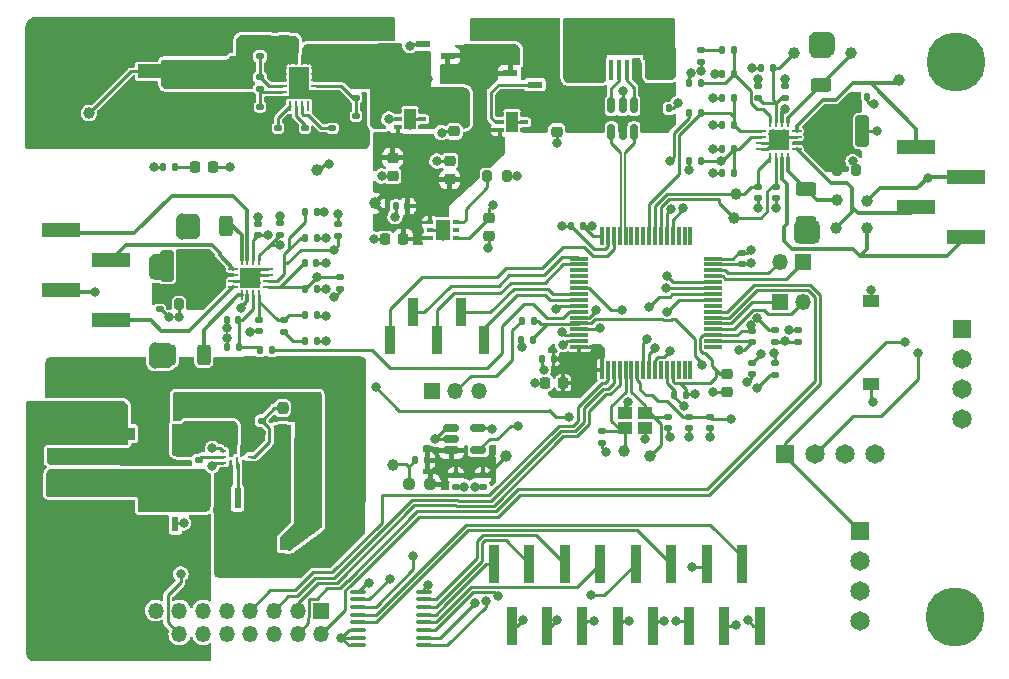
<source format=gtl>
%TF.GenerationSoftware,KiCad,Pcbnew,(6.0.11-0)*%
%TF.CreationDate,2023-04-07T11:55:25-07:00*%
%TF.ProjectId,SADA_Board,53414441-5f42-46f6-9172-642e6b696361,rev?*%
%TF.SameCoordinates,Original*%
%TF.FileFunction,Copper,L1,Top*%
%TF.FilePolarity,Positive*%
%FSLAX46Y46*%
G04 Gerber Fmt 4.6, Leading zero omitted, Abs format (unit mm)*
G04 Created by KiCad (PCBNEW (6.0.11-0)) date 2023-04-07 11:55:25*
%MOMM*%
%LPD*%
G01*
G04 APERTURE LIST*
G04 Aperture macros list*
%AMRoundRect*
0 Rectangle with rounded corners*
0 $1 Rounding radius*
0 $2 $3 $4 $5 $6 $7 $8 $9 X,Y pos of 4 corners*
0 Add a 4 corners polygon primitive as box body*
4,1,4,$2,$3,$4,$5,$6,$7,$8,$9,$2,$3,0*
0 Add four circle primitives for the rounded corners*
1,1,$1+$1,$2,$3*
1,1,$1+$1,$4,$5*
1,1,$1+$1,$6,$7*
1,1,$1+$1,$8,$9*
0 Add four rect primitives between the rounded corners*
20,1,$1+$1,$2,$3,$4,$5,0*
20,1,$1+$1,$4,$5,$6,$7,0*
20,1,$1+$1,$6,$7,$8,$9,0*
20,1,$1+$1,$8,$9,$2,$3,0*%
G04 Aperture macros list end*
%TA.AperFunction,SMDPad,CuDef*%
%ADD10RoundRect,0.135000X-0.185000X0.135000X-0.185000X-0.135000X0.185000X-0.135000X0.185000X0.135000X0*%
%TD*%
%TA.AperFunction,SMDPad,CuDef*%
%ADD11RoundRect,0.147500X0.147500X0.172500X-0.147500X0.172500X-0.147500X-0.172500X0.147500X-0.172500X0*%
%TD*%
%TA.AperFunction,SMDPad,CuDef*%
%ADD12RoundRect,0.140000X0.170000X-0.140000X0.170000X0.140000X-0.170000X0.140000X-0.170000X-0.140000X0*%
%TD*%
%TA.AperFunction,SMDPad,CuDef*%
%ADD13RoundRect,0.147500X0.172500X-0.147500X0.172500X0.147500X-0.172500X0.147500X-0.172500X-0.147500X0*%
%TD*%
%TA.AperFunction,ComponentPad*%
%ADD14R,1.350000X1.350000*%
%TD*%
%TA.AperFunction,ComponentPad*%
%ADD15O,1.350000X1.350000*%
%TD*%
%TA.AperFunction,SMDPad,CuDef*%
%ADD16RoundRect,0.225000X0.250000X-0.225000X0.250000X0.225000X-0.250000X0.225000X-0.250000X-0.225000X0*%
%TD*%
%TA.AperFunction,SMDPad,CuDef*%
%ADD17R,1.300000X0.600000*%
%TD*%
%TA.AperFunction,SMDPad,CuDef*%
%ADD18RoundRect,0.200000X0.200000X0.275000X-0.200000X0.275000X-0.200000X-0.275000X0.200000X-0.275000X0*%
%TD*%
%TA.AperFunction,SMDPad,CuDef*%
%ADD19R,0.914400X3.302000*%
%TD*%
%TA.AperFunction,SMDPad,CuDef*%
%ADD20RoundRect,0.135000X-0.135000X-0.185000X0.135000X-0.185000X0.135000X0.185000X-0.135000X0.185000X0*%
%TD*%
%TA.AperFunction,SMDPad,CuDef*%
%ADD21C,1.000000*%
%TD*%
%TA.AperFunction,SMDPad,CuDef*%
%ADD22RoundRect,0.250000X0.325000X1.100000X-0.325000X1.100000X-0.325000X-1.100000X0.325000X-1.100000X0*%
%TD*%
%TA.AperFunction,SMDPad,CuDef*%
%ADD23R,7.000000X1.240000*%
%TD*%
%TA.AperFunction,SMDPad,CuDef*%
%ADD24R,8.000000X1.100000*%
%TD*%
%TA.AperFunction,SMDPad,CuDef*%
%ADD25RoundRect,0.250000X0.312500X0.625000X-0.312500X0.625000X-0.312500X-0.625000X0.312500X-0.625000X0*%
%TD*%
%TA.AperFunction,SMDPad,CuDef*%
%ADD26R,0.850000X2.350000*%
%TD*%
%TA.AperFunction,SMDPad,CuDef*%
%ADD27RoundRect,0.225000X-0.225000X-0.250000X0.225000X-0.250000X0.225000X0.250000X-0.225000X0.250000X0*%
%TD*%
%TA.AperFunction,SMDPad,CuDef*%
%ADD28RoundRect,0.237500X0.237500X-0.250000X0.237500X0.250000X-0.237500X0.250000X-0.237500X-0.250000X0*%
%TD*%
%TA.AperFunction,SMDPad,CuDef*%
%ADD29RoundRect,0.147500X-0.172500X0.147500X-0.172500X-0.147500X0.172500X-0.147500X0.172500X0.147500X0*%
%TD*%
%TA.AperFunction,SMDPad,CuDef*%
%ADD30RoundRect,0.140000X-0.140000X-0.170000X0.140000X-0.170000X0.140000X0.170000X-0.140000X0.170000X0*%
%TD*%
%TA.AperFunction,SMDPad,CuDef*%
%ADD31RoundRect,0.200000X-0.200000X-0.275000X0.200000X-0.275000X0.200000X0.275000X-0.200000X0.275000X0*%
%TD*%
%TA.AperFunction,SMDPad,CuDef*%
%ADD32RoundRect,0.135000X0.135000X0.185000X-0.135000X0.185000X-0.135000X-0.185000X0.135000X-0.185000X0*%
%TD*%
%TA.AperFunction,SMDPad,CuDef*%
%ADD33R,0.600000X1.300000*%
%TD*%
%TA.AperFunction,SMDPad,CuDef*%
%ADD34R,0.850000X0.250000*%
%TD*%
%TA.AperFunction,SMDPad,CuDef*%
%ADD35R,0.250000X0.850000*%
%TD*%
%TA.AperFunction,SMDPad,CuDef*%
%ADD36R,1.700000X2.700000*%
%TD*%
%TA.AperFunction,SMDPad,CuDef*%
%ADD37RoundRect,0.150000X-0.512500X-0.150000X0.512500X-0.150000X0.512500X0.150000X-0.512500X0.150000X0*%
%TD*%
%TA.AperFunction,SMDPad,CuDef*%
%ADD38RoundRect,0.150000X-0.150000X0.512500X-0.150000X-0.512500X0.150000X-0.512500X0.150000X0.512500X0*%
%TD*%
%TA.AperFunction,SMDPad,CuDef*%
%ADD39RoundRect,0.237500X0.250000X0.237500X-0.250000X0.237500X-0.250000X-0.237500X0.250000X-0.237500X0*%
%TD*%
%TA.AperFunction,SMDPad,CuDef*%
%ADD40RoundRect,0.250000X0.625000X-0.312500X0.625000X0.312500X-0.625000X0.312500X-0.625000X-0.312500X0*%
%TD*%
%TA.AperFunction,SMDPad,CuDef*%
%ADD41RoundRect,0.250000X-0.625000X0.312500X-0.625000X-0.312500X0.625000X-0.312500X0.625000X0.312500X0*%
%TD*%
%TA.AperFunction,SMDPad,CuDef*%
%ADD42RoundRect,0.218750X0.218750X0.256250X-0.218750X0.256250X-0.218750X-0.256250X0.218750X-0.256250X0*%
%TD*%
%TA.AperFunction,SMDPad,CuDef*%
%ADD43RoundRect,0.135000X0.185000X-0.135000X0.185000X0.135000X-0.185000X0.135000X-0.185000X-0.135000X0*%
%TD*%
%TA.AperFunction,SMDPad,CuDef*%
%ADD44RoundRect,0.225000X-0.250000X0.225000X-0.250000X-0.225000X0.250000X-0.225000X0.250000X0.225000X0*%
%TD*%
%TA.AperFunction,SMDPad,CuDef*%
%ADD45RoundRect,0.225000X0.225000X0.250000X-0.225000X0.250000X-0.225000X-0.250000X0.225000X-0.250000X0*%
%TD*%
%TA.AperFunction,SMDPad,CuDef*%
%ADD46RoundRect,0.062500X0.062500X-0.325000X0.062500X0.325000X-0.062500X0.325000X-0.062500X-0.325000X0*%
%TD*%
%TA.AperFunction,SMDPad,CuDef*%
%ADD47RoundRect,0.062500X0.325000X-0.062500X0.325000X0.062500X-0.325000X0.062500X-0.325000X-0.062500X0*%
%TD*%
%TA.AperFunction,SMDPad,CuDef*%
%ADD48R,1.800000X1.800000*%
%TD*%
%TA.AperFunction,SMDPad,CuDef*%
%ADD49R,1.400000X1.000000*%
%TD*%
%TA.AperFunction,SMDPad,CuDef*%
%ADD50R,0.600000X1.750000*%
%TD*%
%TA.AperFunction,SMDPad,CuDef*%
%ADD51R,0.660400X0.304800*%
%TD*%
%TA.AperFunction,SMDPad,CuDef*%
%ADD52R,0.990600X1.701800*%
%TD*%
%TA.AperFunction,SMDPad,CuDef*%
%ADD53RoundRect,0.140000X-0.170000X0.140000X-0.170000X-0.140000X0.170000X-0.140000X0.170000X0.140000X0*%
%TD*%
%TA.AperFunction,ComponentPad*%
%ADD54R,1.650000X1.650000*%
%TD*%
%TA.AperFunction,ComponentPad*%
%ADD55C,1.650000*%
%TD*%
%TA.AperFunction,SMDPad,CuDef*%
%ADD56RoundRect,0.147500X-0.147500X-0.172500X0.147500X-0.172500X0.147500X0.172500X-0.147500X0.172500X0*%
%TD*%
%TA.AperFunction,ComponentPad*%
%ADD57C,5.000000*%
%TD*%
%TA.AperFunction,SMDPad,CuDef*%
%ADD58R,3.180000X1.270000*%
%TD*%
%TA.AperFunction,SMDPad,CuDef*%
%ADD59RoundRect,0.250000X-0.325000X-1.100000X0.325000X-1.100000X0.325000X1.100000X-0.325000X1.100000X0*%
%TD*%
%TA.AperFunction,SMDPad,CuDef*%
%ADD60RoundRect,0.075000X0.075000X-0.700000X0.075000X0.700000X-0.075000X0.700000X-0.075000X-0.700000X0*%
%TD*%
%TA.AperFunction,SMDPad,CuDef*%
%ADD61RoundRect,0.075000X0.700000X-0.075000X0.700000X0.075000X-0.700000X0.075000X-0.700000X-0.075000X0*%
%TD*%
%TA.AperFunction,SMDPad,CuDef*%
%ADD62R,1.200000X1.000000*%
%TD*%
%TA.AperFunction,SMDPad,CuDef*%
%ADD63RoundRect,0.250000X1.100000X-0.325000X1.100000X0.325000X-1.100000X0.325000X-1.100000X-0.325000X0*%
%TD*%
%TA.AperFunction,SMDPad,CuDef*%
%ADD64RoundRect,0.062500X-0.212500X0.062500X-0.212500X-0.062500X0.212500X-0.062500X0.212500X0.062500X0*%
%TD*%
%TA.AperFunction,SMDPad,CuDef*%
%ADD65RoundRect,0.050000X0.050000X-0.450000X0.050000X0.450000X-0.050000X0.450000X-0.050000X-0.450000X0*%
%TD*%
%TA.AperFunction,SMDPad,CuDef*%
%ADD66O,1.400000X0.349999*%
%TD*%
%TA.AperFunction,SMDPad,CuDef*%
%ADD67R,0.600000X0.300000*%
%TD*%
%TA.AperFunction,SMDPad,CuDef*%
%ADD68R,1.200000X1.700000*%
%TD*%
%TA.AperFunction,SMDPad,CuDef*%
%ADD69RoundRect,0.062500X-0.062500X0.325000X-0.062500X-0.325000X0.062500X-0.325000X0.062500X0.325000X0*%
%TD*%
%TA.AperFunction,SMDPad,CuDef*%
%ADD70RoundRect,0.062500X-0.325000X0.062500X-0.325000X-0.062500X0.325000X-0.062500X0.325000X0.062500X0*%
%TD*%
%TA.AperFunction,SMDPad,CuDef*%
%ADD71R,0.400000X1.750000*%
%TD*%
%TA.AperFunction,ComponentPad*%
%ADD72O,1.300000X3.150000*%
%TD*%
%TA.AperFunction,SMDPad,CuDef*%
%ADD73R,1.825000X0.700000*%
%TD*%
%TA.AperFunction,SMDPad,CuDef*%
%ADD74R,1.425000X2.500000*%
%TD*%
%TA.AperFunction,ComponentPad*%
%ADD75R,2.000000X1.400000*%
%TD*%
%TA.AperFunction,ViaPad*%
%ADD76C,0.800000*%
%TD*%
%TA.AperFunction,Conductor*%
%ADD77C,0.250000*%
%TD*%
%TA.AperFunction,Conductor*%
%ADD78C,0.243000*%
%TD*%
%TA.AperFunction,Conductor*%
%ADD79C,0.300000*%
%TD*%
%TA.AperFunction,Conductor*%
%ADD80C,0.229000*%
%TD*%
%TA.AperFunction,Conductor*%
%ADD81C,0.200000*%
%TD*%
G04 APERTURE END LIST*
D10*
%TO.P,R1,1*%
%TO.N,+3V3*%
X168411000Y-94881600D03*
%TO.P,R1,2*%
%TO.N,/SYS_SCL*%
X168411000Y-95901600D03*
%TD*%
D11*
%TO.P,D1,1,K*%
%TO.N,+3V3*%
X152174000Y-86032000D03*
%TO.P,D1,2,A*%
%TO.N,GND*%
X151204000Y-86032000D03*
%TD*%
D12*
%TO.P,C6,1*%
%TO.N,GND*%
X165617000Y-89293000D03*
%TO.P,C6,2*%
%TO.N,+3V3*%
X165617000Y-88333000D03*
%TD*%
D13*
%TO.P,D4,1,K*%
%TO.N,/USB and MCU LDO/BATT_IN_POS*%
X127644000Y-70375000D03*
%TO.P,D4,2,A*%
%TO.N,GND*%
X127644000Y-69405000D03*
%TD*%
D14*
%TO.P,JP1,1,A*%
%TO.N,GND*%
X139378800Y-100039800D03*
D15*
%TO.P,JP1,2,C*%
%TO.N,Net-(JP1-Pad2)*%
X141378800Y-100039800D03*
%TO.P,JP1,3,B*%
%TO.N,+3V3*%
X143378800Y-100039800D03*
%TD*%
D16*
%TO.P,C13,1*%
%TO.N,/USB and MCU LDO/LDO_IN*%
X140915000Y-82095000D03*
%TO.P,C13,2*%
%TO.N,GND*%
X140915000Y-80545000D03*
%TD*%
D14*
%TO.P,J1,1,Pin_1*%
%TO.N,+3V3*%
X130031600Y-118607200D03*
D15*
%TO.P,J1,2,Pin_2*%
%TO.N,/PA7*%
X130031600Y-120607200D03*
%TO.P,J1,3,Pin_3*%
%TO.N,/PC15 (RTC)*%
X128031600Y-118607200D03*
%TO.P,J1,4,Pin_4*%
%TO.N,/PA6*%
X128031600Y-120607200D03*
%TO.P,J1,5,Pin_5*%
%TO.N,/PC14 (RTC)*%
X126031600Y-118607200D03*
%TO.P,J1,6,Pin_6*%
%TO.N,unconnected-(J1-Pad6)*%
X126031600Y-120607200D03*
%TO.P,J1,7,Pin_7*%
%TO.N,/PC13 (RTC)*%
X124031600Y-118607200D03*
%TO.P,J1,8,Pin_8*%
%TO.N,unconnected-(J1-Pad8)*%
X124031600Y-120607200D03*
%TO.P,J1,9,Pin_9*%
%TO.N,unconnected-(J1-Pad9)*%
X122031600Y-118607200D03*
%TO.P,J1,10,Pin_10*%
%TO.N,unconnected-(J1-Pad10)*%
X122031600Y-120607200D03*
%TO.P,J1,11,Pin_11*%
%TO.N,/SYS_SCL*%
X120031600Y-118607200D03*
%TO.P,J1,12,Pin_12*%
%TO.N,/Burn_sig*%
X120031600Y-120607200D03*
%TO.P,J1,13,Pin_13*%
%TO.N,/SYS_SDA*%
X118031600Y-118607200D03*
%TO.P,J1,14,Pin_14*%
%TO.N,/PR_EN*%
X118031600Y-120607200D03*
%TO.P,J1,15,Pin_15*%
%TO.N,BATT +*%
X116031600Y-118607200D03*
%TO.P,J1,16,Pin_16*%
%TO.N,GND*%
X116031600Y-120607200D03*
%TD*%
D17*
%TO.P,Q1,1,G*%
%TO.N,Net-(Q1-Pad1)*%
X148134000Y-74080000D03*
%TO.P,Q1,2,S*%
%TO.N,VBUS*%
X148134000Y-72180000D03*
%TO.P,Q1,3,D*%
%TO.N,/USB and MCU LDO/LDO_IN*%
X146034000Y-73130000D03*
%TD*%
D18*
%TO.P,C25,1*%
%TO.N,BATT +*%
X119643000Y-92623000D03*
%TO.P,C25,2*%
%TO.N,GND*%
X117993000Y-92623000D03*
%TD*%
D19*
%TO.P,J6,1,Pin_1*%
%TO.N,/CRNR PHOTODIODES/PhDio_0*%
X144652400Y-114652200D03*
%TO.P,J6,2,Pin_2*%
%TO.N,GND*%
X146152399Y-119910000D03*
%TO.P,J6,3,Pin_3*%
%TO.N,/CRNR PHOTODIODES/PhDio_1*%
X147652399Y-114652200D03*
%TO.P,J6,4,Pin_4*%
%TO.N,GND*%
X149152401Y-119910000D03*
%TO.P,J6,5,Pin_5*%
%TO.N,/CRNR PHOTODIODES/PhDio_2*%
X150652400Y-114652200D03*
%TO.P,J6,6,Pin_6*%
%TO.N,GND*%
X152152400Y-119910000D03*
%TO.P,J6,7,Pin_7*%
%TO.N,/CRNR PHOTODIODES/PhDio_3*%
X153652400Y-114652200D03*
%TO.P,J6,8,Pin_8*%
%TO.N,GND*%
X155152399Y-119910000D03*
%TO.P,J6,9,Pin_9*%
%TO.N,/CRNR PHOTODIODES/PhDio_4*%
X156652401Y-114652200D03*
%TO.P,J6,10,Pin_10*%
%TO.N,GND*%
X158152401Y-119910000D03*
%TO.P,J6,11,Pin_11*%
%TO.N,/CRNR PHOTODIODES/PhDio_5*%
X159652400Y-114652200D03*
%TO.P,J6,12,Pin_12*%
%TO.N,GND*%
X161152400Y-119910000D03*
%TO.P,J6,13,Pin_13*%
%TO.N,/CRNR PHOTODIODES/PhDio_6*%
X162652399Y-114652200D03*
%TO.P,J6,14,Pin_14*%
%TO.N,GND*%
X164152401Y-119910000D03*
%TO.P,J6,15,Pin_15*%
%TO.N,/CRNR PHOTODIODES/PhDio_7*%
X165652401Y-114652200D03*
%TO.P,J6,16,Pin_16*%
%TO.N,GND*%
X167152400Y-119910000D03*
%TD*%
D12*
%TO.P,C9,1*%
%TO.N,GND*%
X159434000Y-103194000D03*
%TO.P,C9,2*%
%TO.N,/OSC_OUT*%
X159434000Y-102234000D03*
%TD*%
%TO.P,C2,1*%
%TO.N,GND*%
X153780600Y-104380600D03*
%TO.P,C2,2*%
%TO.N,/OSC_IN*%
X153780600Y-103420600D03*
%TD*%
D20*
%TO.P,R27,1*%
%TO.N,GND*%
X122054000Y-96304000D03*
%TO.P,R27,2*%
%TO.N,/Steppers /V_REF2*%
X123074000Y-96304000D03*
%TD*%
D10*
%TO.P,R4,1*%
%TO.N,/USB and MCU LDO/ILIM*%
X126374000Y-77762000D03*
%TO.P,R4,2*%
%TO.N,GND*%
X126374000Y-78782000D03*
%TD*%
D15*
%TO.P,J14,2,Pin_2*%
%TO.N,/PB11*%
X168849400Y-89067000D03*
D14*
%TO.P,J14,1,Pin_1*%
%TO.N,/PB10*%
X170849400Y-89067000D03*
%TD*%
D21*
%TO.P,TP19,1,1*%
%TO.N,/Steppers /MTR1_BLU*%
X178952000Y-73700000D03*
%TD*%
%TO.P,TP12,1,1*%
%TO.N,/USB and MCU LDO/BATT_IN_POS*%
X110372000Y-76494000D03*
%TD*%
D22*
%TO.P,C19,1*%
%TO.N,GND*%
X175855000Y-78018000D03*
%TO.P,C19,2*%
%TO.N,BATT +*%
X172905000Y-78018000D03*
%TD*%
D23*
%TO.P,J11,1,1*%
%TO.N,/Passive Retainment/Burn_HS*%
X110288000Y-105450000D03*
%TO.P,J11,2,2*%
%TO.N,/Passive Retainment/Burn_LS*%
X110288000Y-107950000D03*
D24*
%TO.P,J11,MP1,MP1*%
%TO.N,GND*%
X110288000Y-103645000D03*
%TO.P,J11,MP2,MP2*%
X110288000Y-109755000D03*
%TD*%
D25*
%TO.P,R25,1*%
%TO.N,/Steppers /SENSE_A_M2*%
X121994500Y-86019000D03*
%TO.P,R25,2*%
%TO.N,GND*%
X119069500Y-86019000D03*
%TD*%
D26*
%TO.P,J4,1,Pin_1*%
%TO.N,/JTMS-SWDIO*%
X135836000Y-95703000D03*
%TO.P,J4,2,Pin_2*%
%TO.N,/JTCK-SWCLK*%
X137836000Y-93353000D03*
%TO.P,J4,3,Pin_3*%
%TO.N,/JTDI*%
X139836000Y-95703000D03*
%TO.P,J4,4,Pin_4*%
%TO.N,/JTDO - SWO*%
X141836000Y-93353000D03*
%TO.P,J4,5,Pin_5*%
%TO.N,/NJTRST*%
X143836000Y-95703000D03*
%TD*%
D27*
%TO.P,C17,1*%
%TO.N,GND*%
X135427420Y-87162000D03*
%TO.P,C17,2*%
%TO.N,/USB and MCU LDO/LDO_IN*%
X136977420Y-87162000D03*
%TD*%
D21*
%TO.P,TP8,1,1*%
%TO.N,GND*%
X107070000Y-78018000D03*
%TD*%
D20*
%TO.P,C10,1*%
%TO.N,Net-(C10-Pad1)*%
X138005200Y-105881800D03*
%TO.P,C10,2*%
%TO.N,Net-(C10-Pad2)*%
X139025200Y-105881800D03*
%TD*%
D21*
%TO.P,TP10,1,1*%
%TO.N,/USB and MCU LDO/LDO_IN*%
X134565000Y-84114000D03*
%TD*%
D12*
%TO.P,C5,1*%
%TO.N,GND*%
X166464000Y-95892000D03*
%TO.P,C5,2*%
%TO.N,+3V3*%
X166464000Y-94932000D03*
%TD*%
D13*
%TO.P,D11,1,K*%
%TO.N,BATT +*%
X117865000Y-103268000D03*
%TO.P,D11,2,A*%
%TO.N,GND*%
X117865000Y-102298000D03*
%TD*%
D28*
%TO.P,R28,1*%
%TO.N,/Passive Retainment/Burn_HS*%
X126755000Y-103291000D03*
%TO.P,R28,2*%
%TO.N,Net-(R28-Pad2)*%
X126755000Y-101466000D03*
%TD*%
D29*
%TO.P,D15,1,K*%
%TO.N,/MTR1_STCK*%
X168538000Y-82740000D03*
%TO.P,D15,2,A*%
%TO.N,GND*%
X168538000Y-83710000D03*
%TD*%
%TO.P,D16,1,K*%
%TO.N,/MTR1_DIR*%
X167014000Y-82740000D03*
%TO.P,D16,2,A*%
%TO.N,GND*%
X167014000Y-83710000D03*
%TD*%
D30*
%TO.P,C33,1*%
%TO.N,VBUS*%
X158542400Y-76074200D03*
%TO.P,C33,2*%
%TO.N,GND*%
X159502400Y-76074200D03*
%TD*%
D21*
%TO.P,TP20,1,1*%
%TO.N,/Steppers /SENSE_B_M1*%
X174904000Y-71386000D03*
%TD*%
D31*
%TO.P,R11,1*%
%TO.N,Net-(IC2-Pad3)*%
X144091000Y-81828000D03*
%TO.P,R11,2*%
%TO.N,+3V3*%
X145741000Y-81828000D03*
%TD*%
D30*
%TO.P,C26,1*%
%TO.N,Net-(C26-Pad1)*%
X128688000Y-95760000D03*
%TO.P,C26,2*%
%TO.N,GND*%
X129648000Y-95760000D03*
%TD*%
D10*
%TO.P,R5,1*%
%TO.N,/USB and MCU LDO/IMON*%
X130984000Y-77760000D03*
%TO.P,R5,2*%
%TO.N,GND*%
X130984000Y-78780000D03*
%TD*%
D17*
%TO.P,Q2,1,G*%
%TO.N,Net-(Q2-Pad1)*%
X138624000Y-70680000D03*
%TO.P,Q2,2,S*%
%TO.N,BATT +*%
X138624000Y-72580000D03*
%TO.P,Q2,3,D*%
%TO.N,/USB and MCU LDO/LDO_IN*%
X140724000Y-71630000D03*
%TD*%
D32*
%TO.P,R13,1*%
%TO.N,/Steppers /V_REF1*%
X168302000Y-72656000D03*
%TO.P,R13,2*%
%TO.N,/STEP_VREF1*%
X167282000Y-72656000D03*
%TD*%
D33*
%TO.P,Q3,1,G*%
%TO.N,/Burn_sig*%
X117677000Y-111273000D03*
%TO.P,Q3,2,S*%
%TO.N,GND*%
X119577000Y-111273000D03*
%TO.P,Q3,3,D*%
%TO.N,/Passive Retainment/Burn_LS*%
X118627000Y-109173000D03*
%TD*%
D16*
%TO.P,C15,1*%
%TO.N,GND*%
X141284000Y-78035000D03*
%TO.P,C15,2*%
%TO.N,BATT +*%
X141284000Y-76485000D03*
%TD*%
D34*
%TO.P,IC1,1,DEVSLP*%
%TO.N,GND*%
X129602000Y-75204000D03*
%TO.P,IC1,2,PGOOD*%
X129602000Y-74704000D03*
%TO.P,IC1,3,PGTH*%
%TO.N,Net-(IC1-Pad3)*%
X129602000Y-74204000D03*
%TO.P,IC1,4,OUT_1*%
%TO.N,BATT +*%
X129602000Y-73704000D03*
%TO.P,IC1,5,OUT_2*%
X129602000Y-73204000D03*
%TO.P,IC1,6,OUT_3*%
X129602000Y-72704000D03*
D35*
%TO.P,IC1,7,OUT_4*%
X128902000Y-72004000D03*
%TO.P,IC1,8,OUT_5*%
X128402000Y-72004000D03*
%TO.P,IC1,9,IN_1*%
%TO.N,/USB and MCU LDO/BATT_IN_POS*%
X127902000Y-72004000D03*
%TO.P,IC1,10,IN_2*%
X127402000Y-72004000D03*
D34*
%TO.P,IC1,11,IN_3*%
X126702000Y-72704000D03*
%TO.P,IC1,12,IN_4*%
X126702000Y-73204000D03*
%TO.P,IC1,13,IN_5*%
X126702000Y-73704000D03*
%TO.P,IC1,14,EN*%
%TO.N,Net-(IC1-Pad14)*%
X126702000Y-74204000D03*
%TO.P,IC1,15,OVP*%
%TO.N,Net-(IC1-Pad15)*%
X126702000Y-74704000D03*
%TO.P,IC1,16,GND*%
%TO.N,GND*%
X126702000Y-75204000D03*
D35*
%TO.P,IC1,17,ILIM*%
%TO.N,/USB and MCU LDO/ILIM*%
X127402000Y-75904000D03*
%TO.P,IC1,18,DVDT*%
%TO.N,Net-(C14-Pad1)*%
X127902000Y-75904000D03*
%TO.P,IC1,19,IMON*%
%TO.N,/USB and MCU LDO/IMON*%
X128402000Y-75904000D03*
%TO.P,IC1,20,~{FLT}*%
%TO.N,unconnected-(IC1-Pad20)*%
X128902000Y-75904000D03*
D36*
%TO.P,IC1,21,EP*%
%TO.N,GND*%
X128152000Y-73954000D03*
%TD*%
D37*
%TO.P,U3,1,+*%
%TO.N,GND*%
X141060700Y-103153800D03*
%TO.P,U3,2,V-*%
X141060700Y-104103800D03*
%TO.P,U3,3,-*%
%TO.N,Net-(C10-Pad2)*%
X141060700Y-105053800D03*
%TO.P,U3,4*%
%TO.N,/PhDio ADC*%
X143335700Y-105053800D03*
%TO.P,U3,5,V+*%
%TO.N,+3V3*%
X143335700Y-103153800D03*
%TD*%
D30*
%TO.P,C3,1*%
%TO.N,GND*%
X148754000Y-97322000D03*
%TO.P,C3,2*%
%TO.N,+3V3*%
X149714000Y-97322000D03*
%TD*%
D38*
%TO.P,U11,1,I/O1*%
%TO.N,/USB and MCU LDO/USB_CONN_DN*%
X156508600Y-75839100D03*
%TO.P,U11,2,GND*%
%TO.N,GND*%
X155558600Y-75839100D03*
%TO.P,U11,3,I/O2*%
%TO.N,/USB and MCU LDO/USB_CONN_DP*%
X154608600Y-75839100D03*
%TO.P,U11,4,I/O2*%
%TO.N,/USB_OTG_FS_DP*%
X154608600Y-78114100D03*
%TO.P,U11,5,VBUS*%
%TO.N,VBUS*%
X155558600Y-78114100D03*
%TO.P,U11,6,I/O1*%
%TO.N,/USB_OTG_FS_DN*%
X156508600Y-78114100D03*
%TD*%
D32*
%TO.P,R31,1*%
%TO.N,/BOOT*%
X148023500Y-94052800D03*
%TO.P,R31,2*%
%TO.N,Net-(JP1-Pad2)*%
X147003500Y-94052800D03*
%TD*%
D39*
%TO.P,R3,1*%
%TO.N,Net-(C10-Pad2)*%
X139277200Y-107913800D03*
%TO.P,R3,2*%
%TO.N,Net-(C10-Pad1)*%
X137452200Y-107913800D03*
%TD*%
D40*
%TO.P,R16,1*%
%TO.N,/Steppers /SENSE_B_M1*%
X172364000Y-74118500D03*
%TO.P,R16,2*%
%TO.N,GND*%
X172364000Y-71193500D03*
%TD*%
D22*
%TO.P,C31,1*%
%TO.N,GND*%
X129500000Y-110149000D03*
%TO.P,C31,2*%
%TO.N,/Passive Retainment/Burn_HS*%
X126550000Y-110149000D03*
%TD*%
D41*
%TO.P,R17,1*%
%TO.N,/Steppers /SENSE_A_M1*%
X171078000Y-82905500D03*
%TO.P,R17,2*%
%TO.N,GND*%
X171078000Y-85830500D03*
%TD*%
D42*
%TO.P,D28,1*%
%TO.N,+3V3*%
X120891500Y-81040000D03*
%TO.P,D28,2*%
%TO.N,Net-(D28-Pad2)*%
X119316500Y-81040000D03*
%TD*%
D11*
%TO.P,D17,1,K*%
%TO.N,/MTR1_STBY*%
X164943000Y-81574000D03*
%TO.P,D17,2,A*%
%TO.N,GND*%
X163973000Y-81574000D03*
%TD*%
D32*
%TO.P,C23,1*%
%TO.N,/MTR1_FAULT*%
X164964000Y-75196000D03*
%TO.P,C23,2*%
%TO.N,GND*%
X163944000Y-75196000D03*
%TD*%
D20*
%TO.P,C27,1*%
%TO.N,/MTR2_STBY*%
X128658000Y-87024400D03*
%TO.P,C27,2*%
%TO.N,GND*%
X129678000Y-87024400D03*
%TD*%
D43*
%TO.P,R6,1*%
%TO.N,GND*%
X124850000Y-77004000D03*
%TO.P,R6,2*%
%TO.N,Net-(IC1-Pad15)*%
X124850000Y-75984000D03*
%TD*%
D10*
%TO.P,R9,1*%
%TO.N,BATT +*%
X132978000Y-74206000D03*
%TO.P,R9,2*%
%TO.N,Net-(IC1-Pad3)*%
X132978000Y-75226000D03*
%TD*%
D44*
%TO.P,C29,1*%
%TO.N,GND*%
X122183000Y-101477000D03*
%TO.P,C29,2*%
%TO.N,BATT +*%
X122183000Y-103027000D03*
%TD*%
D20*
%TO.P,R26,1*%
%TO.N,/Steppers /T_OFF_2*%
X128658000Y-93583600D03*
%TO.P,R26,2*%
%TO.N,GND*%
X129678000Y-93583600D03*
%TD*%
D10*
%TO.P,R10,1*%
%TO.N,/USB and MCU LDO/BATT_IN_POS*%
X124850000Y-70650000D03*
%TO.P,R10,2*%
%TO.N,Net-(IC1-Pad14)*%
X124850000Y-71670000D03*
%TD*%
D16*
%TO.P,C18,1*%
%TO.N,GND*%
X144217000Y-86908000D03*
%TO.P,C18,2*%
%TO.N,+3V3*%
X144217000Y-85358000D03*
%TD*%
D45*
%TO.P,C1,1*%
%TO.N,+3V3*%
X150517000Y-99332000D03*
%TO.P,C1,2*%
%TO.N,GND*%
X148967000Y-99332000D03*
%TD*%
D46*
%TO.P,U6,1,DIR*%
%TO.N,/MTR1_DIR*%
X168042000Y-80259500D03*
%TO.P,U6,2,STCK*%
%TO.N,/MTR1_STCK*%
X168542000Y-80259500D03*
%TO.P,U6,3,OUTA1*%
%TO.N,/Steppers /MTR1_BLK*%
X169042000Y-80259500D03*
%TO.P,U6,4,SENSEA*%
%TO.N,/Steppers /SENSE_A_M1*%
X169542000Y-80259500D03*
D47*
%TO.P,U6,5,OUTA2*%
%TO.N,/Steppers /MTR1_GRN*%
X170279500Y-79522000D03*
%TO.P,U6,6,VS*%
%TO.N,BATT +*%
X170279500Y-79022000D03*
%TO.P,U6,7,GND*%
%TO.N,GND*%
X170279500Y-78522000D03*
%TO.P,U6,8,OUTB2*%
%TO.N,/Steppers /MTR1_BLU*%
X170279500Y-78022000D03*
D46*
%TO.P,U6,9,SENSEB*%
%TO.N,/Steppers /SENSE_B_M1*%
X169542000Y-77284500D03*
%TO.P,U6,10,OUTB1*%
%TO.N,/Steppers /MTR1_RED*%
X169042000Y-77284500D03*
%TO.P,U6,11,REF*%
%TO.N,/Steppers /V_REF1*%
X168542000Y-77284500D03*
%TO.P,U6,12,TOFF*%
%TO.N,/Steppers /T_OFF_1*%
X168042000Y-77284500D03*
D47*
%TO.P,U6,13,EN/FLT*%
%TO.N,/MTR1_FAULT*%
X167304500Y-78022000D03*
%TO.P,U6,14,STBY/RESET*%
%TO.N,/MTR1_STBY*%
X167304500Y-78522000D03*
%TO.P,U6,15,MODE2*%
%TO.N,GND*%
X167304500Y-79022000D03*
%TO.P,U6,16,MODE1*%
X167304500Y-79522000D03*
D48*
%TO.P,U6,17,EPAD*%
X168792000Y-78772000D03*
%TD*%
D49*
%TO.P,S1,1,COM*%
%TO.N,/NRST*%
X176615200Y-99394400D03*
%TO.P,S1,2,NO*%
%TO.N,GND*%
X176615200Y-92394400D03*
%TD*%
D12*
%TO.P,C8,1*%
%TO.N,GND*%
X161198000Y-103194000D03*
%TO.P,C8,2*%
%TO.N,/NRST*%
X161198000Y-102234000D03*
%TD*%
D21*
%TO.P,TP17,1,1*%
%TO.N,/Steppers /SENSE_A_M1*%
X173668800Y-83834600D03*
%TD*%
D16*
%TO.P,C12,1*%
%TO.N,GND*%
X149984000Y-78055000D03*
%TO.P,C12,2*%
%TO.N,VBUS*%
X149984000Y-76505000D03*
%TD*%
D30*
%TO.P,C7,1*%
%TO.N,GND*%
X159930000Y-100370000D03*
%TO.P,C7,2*%
%TO.N,+3V3*%
X160890000Y-100370000D03*
%TD*%
D50*
%TO.P,L1,1*%
%TO.N,Net-(L1-Pad1)*%
X122945000Y-109107000D03*
%TO.P,L1,2*%
%TO.N,/Passive Retainment/Burn_HS*%
X122945000Y-112207000D03*
%TD*%
D51*
%TO.P,U5,1,S*%
%TO.N,BATT +*%
X136521300Y-76352001D03*
%TO.P,U5,2,G*%
%TO.N,Net-(Q2-Pad1)*%
X136521300Y-77002000D03*
%TO.P,U5,3,D*%
%TO.N,/USB and MCU LDO/LDO_IN*%
X136521300Y-77651999D03*
%TO.P,U5,4,EN*%
%TO.N,BATT +*%
X138578700Y-77651999D03*
%TO.P,U5,5,GND*%
%TO.N,GND*%
X138578700Y-77002000D03*
%TO.P,U5,6,IN*%
%TO.N,BATT +*%
X138578700Y-76352001D03*
D52*
%TO.P,U5,7,EPAD*%
%TO.N,GND*%
X137550000Y-77002000D03*
%TD*%
D16*
%TO.P,C4,1*%
%TO.N,GND*%
X164347000Y-100129000D03*
%TO.P,C4,2*%
%TO.N,+3V3*%
X164347000Y-98579000D03*
%TD*%
D11*
%TO.P,D9,1,K*%
%TO.N,/USB and MCU LDO/LDO_IN*%
X137336000Y-84368000D03*
%TO.P,D9,2,A*%
%TO.N,GND*%
X136366000Y-84368000D03*
%TD*%
D10*
%TO.P,R29,1*%
%TO.N,BATT +*%
X119643000Y-104813000D03*
%TO.P,R29,2*%
%TO.N,Net-(R29-Pad2)*%
X119643000Y-105833000D03*
%TD*%
D29*
%TO.P,D26,1,K*%
%TO.N,/Steppers /T_OFF_2*%
X124800000Y-94005000D03*
%TO.P,D26,2,A*%
%TO.N,GND*%
X124800000Y-94975000D03*
%TD*%
D43*
%TO.P,R8,1*%
%TO.N,Net-(IC1-Pad15)*%
X124850000Y-74464000D03*
%TO.P,R8,2*%
%TO.N,Net-(IC1-Pad14)*%
X124850000Y-73444000D03*
%TD*%
D53*
%TO.P,C35,1*%
%TO.N,GND*%
X126120000Y-69410000D03*
%TO.P,C35,2*%
%TO.N,/USB and MCU LDO/BATT_IN_POS*%
X126120000Y-70370000D03*
%TD*%
D20*
%TO.P,C28,1*%
%TO.N,/MTR2_FAULT*%
X128658000Y-91397200D03*
%TO.P,C28,2*%
%TO.N,GND*%
X129678000Y-91397200D03*
%TD*%
D54*
%TO.P,J5,1,1*%
%TO.N,/SYS_SCL*%
X184311400Y-94756600D03*
D55*
%TO.P,J5,2,2*%
%TO.N,/SYS_SDA*%
X184311400Y-97296600D03*
%TO.P,J5,3,3*%
%TO.N,/BOOT*%
X184311400Y-99836600D03*
%TO.P,J5,4,4*%
%TO.N,/NRST*%
X184311400Y-102376600D03*
%TD*%
D56*
%TO.P,D25,1,K*%
%TO.N,/MTR2_FAULT*%
X128660000Y-89210800D03*
%TO.P,D25,2,A*%
%TO.N,GND*%
X129630000Y-89210800D03*
%TD*%
D32*
%TO.P,R14,1*%
%TO.N,/MTR1_STBY*%
X162174000Y-80558000D03*
%TO.P,R14,2*%
%TO.N,+3V3*%
X161154000Y-80558000D03*
%TD*%
D21*
%TO.P,TP7,1,1*%
%TO.N,VBUS*%
X147710000Y-69890000D03*
%TD*%
D54*
%TO.P,J2,1,1*%
%TO.N,/SYS_SCL*%
X175642000Y-111900000D03*
D55*
%TO.P,J2,2,2*%
%TO.N,/SYS_SDA*%
X175642000Y-114440000D03*
%TO.P,J2,3,3*%
%TO.N,BATT +*%
X175642000Y-116980000D03*
%TO.P,J2,4,4*%
%TO.N,GND*%
X175642000Y-119520000D03*
%TD*%
D10*
%TO.P,R30,1*%
%TO.N,Net-(R28-Pad2)*%
X124977000Y-102525000D03*
%TO.P,R30,2*%
%TO.N,GND*%
X124977000Y-103545000D03*
%TD*%
D57*
%TO.P,H1,1,1*%
%TO.N,GND*%
X108784000Y-72170000D03*
%TD*%
D21*
%TO.P,TP14,1,1*%
%TO.N,/Steppers /MTR1_BLK*%
X176242000Y-86210000D03*
%TD*%
D58*
%TO.P,J9,1,1*%
%TO.N,/Steppers /MTR1_BLK*%
X184608000Y-86980000D03*
%TO.P,J9,2,2*%
%TO.N,/Steppers /MTR1_GRN*%
X180408000Y-84440000D03*
%TO.P,J9,3,3*%
%TO.N,/Steppers /MTR1_RED*%
X184608000Y-81900000D03*
%TO.P,J9,4,4*%
%TO.N,/Steppers /MTR1_BLU*%
X180408000Y-79360000D03*
%TD*%
D23*
%TO.P,J7,1,1*%
%TO.N,GND*%
X117992000Y-75458000D03*
%TO.P,J7,2,2*%
%TO.N,/USB and MCU LDO/BATT_IN_POS*%
X117992000Y-72958000D03*
D24*
%TO.P,J7,MP1,MP1*%
%TO.N,GND*%
X117992000Y-77263000D03*
%TO.P,J7,MP2,MP2*%
X117992000Y-71153000D03*
%TD*%
D11*
%TO.P,D27,1,K*%
%TO.N,/Steppers /V_REF2*%
X122999000Y-93982000D03*
%TO.P,D27,2,A*%
%TO.N,GND*%
X122029000Y-93982000D03*
%TD*%
D32*
%TO.P,R18,1*%
%TO.N,/Steppers /T_OFF_1*%
X164964000Y-73164000D03*
%TO.P,R18,2*%
%TO.N,GND*%
X163944000Y-73164000D03*
%TD*%
D56*
%TO.P,D10,1,K*%
%TO.N,/Passive Retainment/Burn_HS*%
X125993000Y-112943000D03*
%TO.P,D10,2,A*%
%TO.N,GND*%
X126963000Y-112943000D03*
%TD*%
D29*
%TO.P,D21,1,K*%
%TO.N,BATT +*%
X116341000Y-92138000D03*
%TO.P,D21,2,A*%
%TO.N,GND*%
X116341000Y-93108000D03*
%TD*%
D59*
%TO.P,C32,1*%
%TO.N,/Passive Retainment/Burn_HS*%
X126586000Y-106211000D03*
%TO.P,C32,2*%
%TO.N,GND*%
X129536000Y-106211000D03*
%TD*%
D10*
%TO.P,R7,1*%
%TO.N,Net-(IC1-Pad3)*%
X132978000Y-76746000D03*
%TO.P,R7,2*%
%TO.N,GND*%
X132978000Y-77766000D03*
%TD*%
D13*
%TO.P,D6,1,K*%
%TO.N,/SYS_SCL*%
X170392200Y-95851200D03*
%TO.P,D6,2,A*%
%TO.N,GND*%
X170392200Y-94881200D03*
%TD*%
D21*
%TO.P,TP15,1,1*%
%TO.N,/MTR1_STCK*%
X164982000Y-85384000D03*
%TD*%
%TO.P,TP6,1,1*%
%TO.N,Net-(C10-Pad2)*%
X145678000Y-105500800D03*
%TD*%
D60*
%TO.P,U1,1,VBAT*%
%TO.N,+3V3*%
X153796000Y-98229000D03*
%TO.P,U1,2,PC13*%
%TO.N,/PC13 (RTC)*%
X154296000Y-98229000D03*
%TO.P,U1,3,PC14*%
%TO.N,/PC14 (RTC)*%
X154796000Y-98229000D03*
%TO.P,U1,4,PC15*%
%TO.N,/PC15 (RTC)*%
X155296000Y-98229000D03*
%TO.P,U1,5,PH0*%
%TO.N,/OSC_IN*%
X155796000Y-98229000D03*
%TO.P,U1,6,PH1*%
%TO.N,/OSC_OUT*%
X156296000Y-98229000D03*
%TO.P,U1,7,NRST*%
%TO.N,/NRST*%
X156796000Y-98229000D03*
%TO.P,U1,8,PC0*%
%TO.N,/SYS_SCL*%
X157296000Y-98229000D03*
%TO.P,U1,9,PC1*%
%TO.N,/SYS_SDA*%
X157796000Y-98229000D03*
%TO.P,U1,10,PC2*%
%TO.N,/PR_EN*%
X158296000Y-98229000D03*
%TO.P,U1,11,PC3*%
%TO.N,unconnected-(U1-Pad11)*%
X158796000Y-98229000D03*
%TO.P,U1,12,VSSA*%
%TO.N,GND*%
X159296000Y-98229000D03*
%TO.P,U1,13,VDDA*%
%TO.N,+3V3*%
X159796000Y-98229000D03*
%TO.P,U1,14,PA0*%
%TO.N,unconnected-(U1-Pad14)*%
X160296000Y-98229000D03*
%TO.P,U1,15,PA1*%
%TO.N,unconnected-(U1-Pad15)*%
X160796000Y-98229000D03*
%TO.P,U1,16,PA2*%
%TO.N,unconnected-(U1-Pad16)*%
X161296000Y-98229000D03*
D61*
%TO.P,U1,17,PA3*%
%TO.N,unconnected-(U1-Pad17)*%
X163221000Y-96304000D03*
%TO.P,U1,18,VSS*%
%TO.N,GND*%
X163221000Y-95804000D03*
%TO.P,U1,19,VDD*%
%TO.N,+3V3*%
X163221000Y-95304000D03*
%TO.P,U1,20,PA4*%
%TO.N,/DAC_OUT1*%
X163221000Y-94804000D03*
%TO.P,U1,21,PA5*%
%TO.N,/DAC_OUT2*%
X163221000Y-94304000D03*
%TO.P,U1,22,PA6*%
%TO.N,/PA6*%
X163221000Y-93804000D03*
%TO.P,U1,23,PA7*%
%TO.N,/PA7*%
X163221000Y-93304000D03*
%TO.P,U1,24,PC4*%
%TO.N,unconnected-(U1-Pad24)*%
X163221000Y-92804000D03*
%TO.P,U1,25,PC5*%
%TO.N,/MUX (S2)*%
X163221000Y-92304000D03*
%TO.P,U1,26,PB0*%
%TO.N,/PhDio ADC*%
X163221000Y-91804000D03*
%TO.P,U1,27,PB1*%
%TO.N,/MUX (S0)*%
X163221000Y-91304000D03*
%TO.P,U1,28,PB2*%
%TO.N,/MUX (S1)*%
X163221000Y-90804000D03*
%TO.P,U1,29,PB10*%
%TO.N,/PB10*%
X163221000Y-90304000D03*
%TO.P,U1,30,PB11*%
%TO.N,/PB11*%
X163221000Y-89804000D03*
%TO.P,U1,31,VSS*%
%TO.N,GND*%
X163221000Y-89304000D03*
%TO.P,U1,32,VDD*%
%TO.N,+3V3*%
X163221000Y-88804000D03*
D60*
%TO.P,U1,33,PB12*%
%TO.N,unconnected-(U1-Pad33)*%
X161296000Y-86879000D03*
%TO.P,U1,34,PB13*%
%TO.N,unconnected-(U1-Pad34)*%
X160796000Y-86879000D03*
%TO.P,U1,35,PB14*%
%TO.N,unconnected-(U1-Pad35)*%
X160296000Y-86879000D03*
%TO.P,U1,36,PB15*%
%TO.N,/MTR1_STBY*%
X159796000Y-86879000D03*
%TO.P,U1,37,PC6*%
%TO.N,/STEP_VREF1*%
X159296000Y-86879000D03*
%TO.P,U1,38,PC7*%
%TO.N,/MTR1_STCK*%
X158796000Y-86879000D03*
%TO.P,U1,39,PC8*%
%TO.N,/MTR1_DIR*%
X158296000Y-86879000D03*
%TO.P,U1,40,PC9*%
%TO.N,/MTR1_FAULT*%
X157796000Y-86879000D03*
%TO.P,U1,41,PA8*%
%TO.N,unconnected-(U1-Pad41)*%
X157296000Y-86879000D03*
%TO.P,U1,42,PA9*%
%TO.N,unconnected-(U1-Pad42)*%
X156796000Y-86879000D03*
%TO.P,U1,43,PA10*%
%TO.N,unconnected-(U1-Pad43)*%
X156296000Y-86879000D03*
%TO.P,U1,44,PA11*%
%TO.N,/USB_OTG_FS_DN*%
X155796000Y-86879000D03*
%TO.P,U1,45,PA12*%
%TO.N,/USB_OTG_FS_DP*%
X155296000Y-86879000D03*
%TO.P,U1,46,PA13*%
%TO.N,/JTMS-SWDIO*%
X154796000Y-86879000D03*
%TO.P,U1,47,VSS*%
%TO.N,GND*%
X154296000Y-86879000D03*
%TO.P,U1,48,VDDUSB*%
%TO.N,+3V3*%
X153796000Y-86879000D03*
D61*
%TO.P,U1,49,PA14*%
%TO.N,/JTCK-SWCLK*%
X151871000Y-88804000D03*
%TO.P,U1,50,PA15*%
%TO.N,/JTDI*%
X151871000Y-89304000D03*
%TO.P,U1,51,PC10*%
%TO.N,unconnected-(U1-Pad51)*%
X151871000Y-89804000D03*
%TO.P,U1,52,PC11*%
%TO.N,unconnected-(U1-Pad52)*%
X151871000Y-90304000D03*
%TO.P,U1,53,PC12*%
%TO.N,unconnected-(U1-Pad53)*%
X151871000Y-90804000D03*
%TO.P,U1,54,PD2*%
%TO.N,/Burn_sig*%
X151871000Y-91304000D03*
%TO.P,U1,55,PB3*%
%TO.N,/JTDO - SWO*%
X151871000Y-91804000D03*
%TO.P,U1,56,PB4*%
%TO.N,/NJTRST*%
X151871000Y-92304000D03*
%TO.P,U1,57,PB5*%
%TO.N,/MTR2_STBY*%
X151871000Y-92804000D03*
%TO.P,U1,58,PB6*%
%TO.N,/STEP_VREF2*%
X151871000Y-93304000D03*
%TO.P,U1,59,PB7*%
%TO.N,/MTR2_DIR*%
X151871000Y-93804000D03*
%TO.P,U1,60,BOOT0*%
%TO.N,/BOOT*%
X151871000Y-94304000D03*
%TO.P,U1,61,PB8*%
%TO.N,/MTR2_STCK*%
X151871000Y-94804000D03*
%TO.P,U1,62,PB9*%
%TO.N,/MTR2_FAULT*%
X151871000Y-95304000D03*
%TO.P,U1,63,VSS*%
%TO.N,GND*%
X151871000Y-95804000D03*
%TO.P,U1,64,VDD*%
%TO.N,+3V3*%
X151871000Y-96304000D03*
%TD*%
D13*
%TO.P,D5,1,K*%
%TO.N,BATT +*%
X135264000Y-70906000D03*
%TO.P,D5,2,A*%
%TO.N,GND*%
X135264000Y-69936000D03*
%TD*%
D62*
%TO.P,Y1,1,IN/OUT*%
%TO.N,/OSC_IN*%
X155709500Y-103190000D03*
%TO.P,Y1,2,GND*%
%TO.N,GND*%
X157409500Y-103190000D03*
%TO.P,Y1,3,OUT/IN*%
%TO.N,/OSC_OUT*%
X157409500Y-101890000D03*
%TO.P,Y1,4,GND*%
%TO.N,GND*%
X155709500Y-101890000D03*
%TD*%
D21*
%TO.P,TP21,1,1*%
%TO.N,/Steppers /V_REF1*%
X170062000Y-71414000D03*
%TD*%
D57*
%TO.P,H3,1,1*%
%TO.N,GND*%
X183726000Y-119170000D03*
%TD*%
D31*
%TO.P,C20,1*%
%TO.N,BATT +*%
X173682000Y-81320000D03*
%TO.P,C20,2*%
%TO.N,GND*%
X175332000Y-81320000D03*
%TD*%
D10*
%TO.P,R23,1*%
%TO.N,/MTR2_FAULT*%
X131581000Y-90337000D03*
%TO.P,R23,2*%
%TO.N,+3V3*%
X131581000Y-91357000D03*
%TD*%
D57*
%TO.P,H2,1,1*%
%TO.N,GND*%
X108720000Y-119156600D03*
%TD*%
D14*
%TO.P,J15,1,Pin_1*%
%TO.N,/DAC_OUT2*%
X168842800Y-92470600D03*
D15*
%TO.P,J15,2,Pin_2*%
%TO.N,/DAC_OUT1*%
X170842800Y-92470600D03*
%TD*%
D10*
%TO.P,R20,1*%
%TO.N,/Steppers /T_OFF_2*%
X126882000Y-93980000D03*
%TO.P,R20,2*%
%TO.N,Net-(C26-Pad1)*%
X126882000Y-95000000D03*
%TD*%
D43*
%TO.P,R2,1*%
%TO.N,+3V3*%
X168411000Y-98666200D03*
%TO.P,R2,2*%
%TO.N,/SYS_SDA*%
X168411000Y-97646200D03*
%TD*%
D16*
%TO.P,C30,1*%
%TO.N,BATT +*%
X119897000Y-103020000D03*
%TO.P,C30,2*%
%TO.N,GND*%
X119897000Y-101470000D03*
%TD*%
D29*
%TO.P,D8,1,K*%
%TO.N,Net-(C10-Pad2)*%
X143722200Y-107151800D03*
%TO.P,D8,2,A*%
%TO.N,GND*%
X143722200Y-108121800D03*
%TD*%
D11*
%TO.P,D20,1,K*%
%TO.N,/Steppers /T_OFF_1*%
X162165000Y-73926000D03*
%TO.P,D20,2,A*%
%TO.N,GND*%
X161195000Y-73926000D03*
%TD*%
D32*
%TO.P,R32,1*%
%TO.N,Net-(D28-Pad2)*%
X117661500Y-81030000D03*
%TO.P,R32,2*%
%TO.N,GND*%
X116641500Y-81030000D03*
%TD*%
D63*
%TO.P,C34,1*%
%TO.N,BATT +*%
X132724000Y-72332000D03*
%TO.P,C34,2*%
%TO.N,GND*%
X132724000Y-69382000D03*
%TD*%
D13*
%TO.P,D19,1,K*%
%TO.N,/Steppers /V_REF1*%
X167030000Y-75173000D03*
%TO.P,D19,2,A*%
%TO.N,GND*%
X167030000Y-74203000D03*
%TD*%
D32*
%TO.P,R15,1*%
%TO.N,/MTR1_FAULT*%
X162174000Y-76494000D03*
%TO.P,R15,2*%
%TO.N,+3V3*%
X161154000Y-76494000D03*
%TD*%
D44*
%TO.P,C16,1*%
%TO.N,/USB and MCU LDO/LDO_IN*%
X136089000Y-80278000D03*
%TO.P,C16,2*%
%TO.N,GND*%
X136089000Y-81828000D03*
%TD*%
D56*
%TO.P,D14,1,K*%
%TO.N,BATT +*%
X175292000Y-75097000D03*
%TO.P,D14,2,A*%
%TO.N,GND*%
X176262000Y-75097000D03*
%TD*%
D21*
%TO.P,TP2,1,1*%
%TO.N,/OSC_OUT*%
X157842000Y-105510000D03*
%TD*%
%TO.P,TP11,1,1*%
%TO.N,+3V3*%
X129676000Y-81320000D03*
%TD*%
D13*
%TO.P,D23,1,K*%
%TO.N,/MTR2_DIR*%
X126504000Y-86807500D03*
%TO.P,D23,2,A*%
%TO.N,GND*%
X126504000Y-85837500D03*
%TD*%
D54*
%TO.P,J3,1,1*%
%TO.N,/SYS_SCL*%
X169302000Y-105370000D03*
D55*
%TO.P,J3,2,2*%
%TO.N,/SYS_SDA*%
X171842000Y-105370000D03*
%TO.P,J3,3,3*%
%TO.N,BATT +*%
X174382000Y-105370000D03*
%TO.P,J3,4,4*%
%TO.N,GND*%
X176922000Y-105370000D03*
%TD*%
D64*
%TO.P,U8,1,AGND*%
%TO.N,GND*%
X124057000Y-105097000D03*
D65*
%TO.P,U8,2,PGND*%
X123277000Y-105097000D03*
%TO.P,U8,3,V_IN*%
%TO.N,BATT +*%
X122477000Y-105097000D03*
D64*
%TO.P,U8,4,EN*%
%TO.N,/PR_EN*%
X121697000Y-105097000D03*
%TO.P,U8,5,PG*%
%TO.N,Net-(R29-Pad2)*%
X121697000Y-105597000D03*
%TO.P,U8,6,VSET/MODE*%
%TO.N,GND*%
X121697000Y-106097000D03*
D65*
%TO.P,U8,7,SW*%
%TO.N,Net-(L1-Pad1)*%
X122877000Y-106097000D03*
D64*
%TO.P,U8,8,VOS*%
%TO.N,/Passive Retainment/Burn_HS*%
X124057000Y-106097000D03*
%TO.P,U8,9,FB*%
%TO.N,Net-(R28-Pad2)*%
X124057000Y-105597000D03*
%TD*%
D25*
%TO.P,R24,1*%
%TO.N,/Steppers /SENSE_B_M2*%
X120089500Y-96941000D03*
%TO.P,R24,2*%
%TO.N,GND*%
X117164500Y-96941000D03*
%TD*%
D21*
%TO.P,TP16,1,1*%
%TO.N,/Steppers /MTR1_GRN*%
X173642000Y-86210000D03*
%TD*%
D66*
%TO.P,U2,1,X4*%
%TO.N,/CRNR PHOTODIODES/PhDio_4*%
X133164601Y-117017598D03*
%TO.P,U2,2,X6*%
%TO.N,/CRNR PHOTODIODES/PhDio_6*%
X133164601Y-117667599D03*
%TO.P,U2,3,X*%
%TO.N,Net-(C10-Pad2)*%
X133164601Y-118317598D03*
%TO.P,U2,4,X7*%
%TO.N,/CRNR PHOTODIODES/PhDio_7*%
X133164601Y-118967599D03*
%TO.P,U2,5,X5*%
%TO.N,/CRNR PHOTODIODES/PhDio_5*%
X133164601Y-119617598D03*
%TO.P,U2,6,INH*%
%TO.N,GND*%
X133164601Y-120267599D03*
%TO.P,U2,7,VEE*%
X133164601Y-120917598D03*
%TO.P,U2,8,VSS*%
X133164601Y-121567599D03*
%TO.P,U2,9,C*%
%TO.N,/MUX (S2)*%
X138764599Y-121567599D03*
%TO.P,U2,10,B*%
%TO.N,/MUX (S1)*%
X138764599Y-120917598D03*
%TO.P,U2,11,A*%
%TO.N,/MUX (S0)*%
X138764599Y-120267599D03*
%TO.P,U2,12,X3*%
%TO.N,/CRNR PHOTODIODES/PhDio_3*%
X138764599Y-119617598D03*
%TO.P,U2,13,X0*%
%TO.N,/CRNR PHOTODIODES/PhDio_0*%
X138764599Y-118967599D03*
%TO.P,U2,14,X1*%
%TO.N,/CRNR PHOTODIODES/PhDio_1*%
X138764599Y-118317598D03*
%TO.P,U2,15,X2*%
%TO.N,/CRNR PHOTODIODES/PhDio_2*%
X138764599Y-117667599D03*
%TO.P,U2,16,VDD*%
%TO.N,+3V3*%
X138764599Y-117017598D03*
%TD*%
D11*
%TO.P,D18,1,K*%
%TO.N,/MTR1_FAULT*%
X164943000Y-77510000D03*
%TO.P,D18,2,A*%
%TO.N,GND*%
X163973000Y-77510000D03*
%TD*%
D20*
%TO.P,R21,1*%
%TO.N,/Steppers /V_REF2*%
X124850000Y-96560000D03*
%TO.P,R21,2*%
%TO.N,/STEP_VREF2*%
X125870000Y-96560000D03*
%TD*%
D51*
%TO.P,U4,1,S*%
%TO.N,VBUS*%
X145157300Y-76606001D03*
%TO.P,U4,2,G*%
%TO.N,Net-(Q1-Pad1)*%
X145157300Y-77256000D03*
%TO.P,U4,3,D*%
%TO.N,/USB and MCU LDO/LDO_IN*%
X145157300Y-77905999D03*
%TO.P,U4,4,EN*%
%TO.N,VBUS*%
X147214700Y-77905999D03*
%TO.P,U4,5,GND*%
%TO.N,GND*%
X147214700Y-77256000D03*
%TO.P,U4,6,IN*%
%TO.N,VBUS*%
X147214700Y-76606001D03*
D52*
%TO.P,U4,7,EPAD*%
%TO.N,GND*%
X146186000Y-77256000D03*
%TD*%
D21*
%TO.P,TP5,1,1*%
%TO.N,Net-(C10-Pad1)*%
X136076800Y-106313600D03*
%TD*%
D29*
%TO.P,D2,1,K*%
%TO.N,/NRST*%
X162972000Y-102209000D03*
%TO.P,D2,2,A*%
%TO.N,GND*%
X162972000Y-103179000D03*
%TD*%
D67*
%TO.P,IC2,1,OUT*%
%TO.N,+3V3*%
X141444000Y-87050000D03*
%TO.P,IC2,2,NC*%
%TO.N,unconnected-(IC2-Pad2)*%
X141444000Y-86400000D03*
%TO.P,IC2,3,PG*%
%TO.N,Net-(IC2-Pad3)*%
X141444000Y-85750000D03*
%TO.P,IC2,4,EN*%
%TO.N,/USB and MCU LDO/LDO_IN*%
X139244000Y-85750000D03*
%TO.P,IC2,5,GND*%
%TO.N,GND*%
X139244000Y-86400000D03*
%TO.P,IC2,6,IN*%
%TO.N,/USB and MCU LDO/LDO_IN*%
X139244000Y-87050000D03*
D68*
%TO.P,IC2,7,EP*%
%TO.N,GND*%
X140344000Y-86400000D03*
%TD*%
D32*
%TO.P,C22,1*%
%TO.N,/MTR1_STBY*%
X164948000Y-79542000D03*
%TO.P,C22,2*%
%TO.N,GND*%
X163928000Y-79542000D03*
%TD*%
D59*
%TO.P,C24,1*%
%TO.N,GND*%
X116975000Y-89448000D03*
%TO.P,C24,2*%
%TO.N,BATT +*%
X119925000Y-89448000D03*
%TD*%
D56*
%TO.P,D24,1,K*%
%TO.N,/MTR2_STBY*%
X128683000Y-84838000D03*
%TO.P,D24,2,A*%
%TO.N,GND*%
X129653000Y-84838000D03*
%TD*%
D43*
%TO.P,R22,1*%
%TO.N,/MTR2_STBY*%
X131454000Y-86872000D03*
%TO.P,R22,2*%
%TO.N,+3V3*%
X131454000Y-85852000D03*
%TD*%
D69*
%TO.P,U7,1,DIR*%
%TO.N,/MTR2_DIR*%
X124788000Y-88938500D03*
%TO.P,U7,2,STCK*%
%TO.N,/MTR2_STCK*%
X124288000Y-88938500D03*
%TO.P,U7,3,OUTA1*%
%TO.N,/Steppers /MTR2_BLK*%
X123788000Y-88938500D03*
%TO.P,U7,4,SENSEA*%
%TO.N,/Steppers /SENSE_A_M2*%
X123288000Y-88938500D03*
D70*
%TO.P,U7,5,OUTA2*%
%TO.N,/Steppers /MTR2_GRN*%
X122550500Y-89676000D03*
%TO.P,U7,6,VS*%
%TO.N,BATT +*%
X122550500Y-90176000D03*
%TO.P,U7,7,GND*%
%TO.N,GND*%
X122550500Y-90676000D03*
%TO.P,U7,8,OUTB2*%
%TO.N,/Steppers /MTR2_BLU*%
X122550500Y-91176000D03*
D69*
%TO.P,U7,9,SENSEB*%
%TO.N,/Steppers /SENSE_B_M2*%
X123288000Y-91913500D03*
%TO.P,U7,10,OUTB1*%
%TO.N,/Steppers /MTR2_RED*%
X123788000Y-91913500D03*
%TO.P,U7,11,REF*%
%TO.N,/Steppers /V_REF2*%
X124288000Y-91913500D03*
%TO.P,U7,12,TOFF*%
%TO.N,/Steppers /T_OFF_2*%
X124788000Y-91913500D03*
D70*
%TO.P,U7,13,EN/FLT*%
%TO.N,/MTR2_FAULT*%
X125525500Y-91176000D03*
%TO.P,U7,14,STBY/RESET*%
%TO.N,/MTR2_STBY*%
X125525500Y-90676000D03*
%TO.P,U7,15,MODE2*%
%TO.N,GND*%
X125525500Y-90176000D03*
%TO.P,U7,16,MODE1*%
X125525500Y-89676000D03*
D48*
%TO.P,U7,17,EPAD*%
X124038000Y-90426000D03*
%TD*%
D53*
%TO.P,C11,1*%
%TO.N,Net-(C10-Pad2)*%
X141436200Y-107151800D03*
%TO.P,C11,2*%
%TO.N,GND*%
X141436200Y-108111800D03*
%TD*%
D29*
%TO.P,D7,1,K*%
%TO.N,/SYS_SDA*%
X166480600Y-97649800D03*
%TO.P,D7,2,A*%
%TO.N,GND*%
X166480600Y-98619800D03*
%TD*%
D53*
%TO.P,C21,1*%
%TO.N,Net-(C21-Pad1)*%
X162188000Y-71188000D03*
%TO.P,C21,2*%
%TO.N,GND*%
X162188000Y-72148000D03*
%TD*%
D32*
%TO.P,R12,1*%
%TO.N,/Steppers /T_OFF_1*%
X164964000Y-71132000D03*
%TO.P,R12,2*%
%TO.N,Net-(C21-Pad1)*%
X163944000Y-71132000D03*
%TD*%
D10*
%TO.P,R19,1*%
%TO.N,GND*%
X169316000Y-74180000D03*
%TO.P,R19,2*%
%TO.N,/Steppers /V_REF1*%
X169316000Y-75200000D03*
%TD*%
D13*
%TO.P,D22,1,K*%
%TO.N,/MTR2_STCK*%
X124664000Y-86835000D03*
%TO.P,D22,2,A*%
%TO.N,GND*%
X124664000Y-85865000D03*
%TD*%
D57*
%TO.P,H4,1,1*%
%TO.N,GND*%
X183784000Y-72170000D03*
%TD*%
D21*
%TO.P,TP1,1,1*%
%TO.N,/OSC_IN*%
X155685600Y-105119800D03*
%TD*%
D53*
%TO.P,C14,1*%
%TO.N,Net-(C14-Pad1)*%
X128660000Y-77762000D03*
%TO.P,C14,2*%
%TO.N,GND*%
X128660000Y-78722000D03*
%TD*%
D21*
%TO.P,TP18,1,1*%
%TO.N,/Steppers /MTR1_RED*%
X176242000Y-83910000D03*
%TD*%
D11*
%TO.P,D3,1,K*%
%TO.N,/BOOT*%
X147950500Y-95721800D03*
%TO.P,D3,2,A*%
%TO.N,GND*%
X146980500Y-95721800D03*
%TD*%
D21*
%TO.P,TP22,1,1*%
%TO.N,/Passive Retainment/Burn_HS*%
X131942000Y-102110000D03*
%TD*%
%TO.P,TP13,1,1*%
%TO.N,/MTR1_DIR*%
X165109000Y-83352000D03*
%TD*%
D71*
%TO.P,J8,1*%
%TO.N,VBUS*%
X156540400Y-72803200D03*
%TO.P,J8,2*%
%TO.N,/USB and MCU LDO/USB_CONN_DN*%
X155890400Y-72803200D03*
%TO.P,J8,3*%
%TO.N,/USB and MCU LDO/USB_CONN_DP*%
X155240400Y-72803200D03*
%TO.P,J8,4*%
%TO.N,unconnected-(J8-Pad4)*%
X154590400Y-72803200D03*
%TO.P,J8,5*%
%TO.N,GND*%
X153940400Y-72803200D03*
D72*
%TO.P,J8,SH*%
X152515400Y-70458200D03*
D73*
X152250400Y-71688200D03*
D74*
X156240400Y-69728200D03*
D73*
X158230400Y-71688200D03*
D75*
X158665400Y-73008200D03*
D72*
X157965400Y-70458200D03*
D75*
X151815400Y-73008200D03*
D74*
X154240400Y-69728200D03*
%TD*%
D58*
%TO.P,J10,1,1*%
%TO.N,/Steppers /MTR2_BLK*%
X108018000Y-86400000D03*
%TO.P,J10,2,2*%
%TO.N,/Steppers /MTR2_GRN*%
X112218000Y-88940000D03*
%TO.P,J10,3,3*%
%TO.N,/Steppers /MTR2_RED*%
X108018000Y-91480000D03*
%TO.P,J10,4,4*%
%TO.N,/Steppers /MTR2_BLU*%
X112218000Y-94020000D03*
%TD*%
D21*
%TO.P,TP9,1,1*%
%TO.N,BATT +*%
X135772000Y-73192000D03*
%TD*%
D76*
%TO.N,+3V3*%
X144535000Y-84241000D03*
X152917000Y-86019000D03*
X166379000Y-94401000D03*
X150397403Y-98282203D03*
X131149200Y-92089600D03*
X150453200Y-97347400D03*
X144484200Y-103214800D03*
X139042000Y-116410000D03*
X166912400Y-93872700D03*
X166963200Y-99760400D03*
X130692000Y-80812000D03*
X161146600Y-81294600D03*
X146567000Y-81828000D03*
X131454000Y-85003000D03*
X122310000Y-81066000D03*
X166379000Y-88051000D03*
X159571800Y-80532600D03*
X161680000Y-100243000D03*
%TO.N,GND*%
X166379000Y-89194000D03*
X110753000Y-102275000D03*
X139658200Y-104103800D03*
X169173000Y-78272000D03*
X167014000Y-84495000D03*
X122172000Y-100530000D03*
X124215000Y-103672000D03*
X137538000Y-77470000D03*
X109483000Y-101513000D03*
X120786000Y-106339000D03*
X115960000Y-97703000D03*
X130438000Y-89194000D03*
X176615200Y-91429200D03*
X149996000Y-79034000D03*
X128488000Y-73220000D03*
X125866000Y-76110000D03*
X166140800Y-119435400D03*
X108213000Y-102275000D03*
X130438000Y-93639000D03*
X168284000Y-78272000D03*
X128406000Y-110022000D03*
X143041200Y-108121800D03*
X150377000Y-86019000D03*
X124215000Y-104434000D03*
X115833000Y-81066000D03*
X169300000Y-73573000D03*
X171713000Y-70144000D03*
X121167000Y-78526000D03*
X128406000Y-111038000D03*
X166048800Y-99227000D03*
X155558600Y-74589000D03*
X163204000Y-77510000D03*
X177047000Y-78018000D03*
X159054200Y-119460800D03*
X116976000Y-78526000D03*
X108594000Y-111800000D03*
X131708000Y-76748000D03*
X115960000Y-88813000D03*
X176793000Y-75732000D03*
X123707000Y-90083000D03*
X131962000Y-78526000D03*
X163204000Y-81574000D03*
X128660000Y-101640000D03*
X106943000Y-101513000D03*
X130438000Y-87035000D03*
X153085200Y-119460800D03*
X163204000Y-79542000D03*
X128406000Y-106085000D03*
X163331000Y-73192000D03*
X140344000Y-85960000D03*
X136280000Y-85257000D03*
X129295000Y-101259000D03*
X106562000Y-111800000D03*
X111769000Y-111800000D03*
X117103000Y-93766000D03*
X161299000Y-73065000D03*
X115960000Y-90210000D03*
X130438000Y-95798000D03*
X169608351Y-94872650D03*
X129676000Y-68874000D03*
X130285600Y-84850600D03*
X173110000Y-70144000D03*
X168284000Y-79034000D03*
X135010000Y-68874000D03*
X150502529Y-96108612D03*
X144154000Y-87924000D03*
X163204000Y-75224000D03*
X165388400Y-96534100D03*
X122030600Y-95544000D03*
X175015000Y-80558000D03*
X161172000Y-103926000D03*
X117992000Y-93766000D03*
X129168000Y-69890000D03*
X119770000Y-78526000D03*
X131742000Y-120943100D03*
X105800000Y-105450000D03*
X162188000Y-72938000D03*
X168538000Y-84495000D03*
X146998800Y-96280600D03*
X125104000Y-78526000D03*
X130438000Y-91353000D03*
X124469000Y-90845000D03*
X118373000Y-78526000D03*
X142127200Y-108111800D03*
X160232200Y-75655800D03*
X148091000Y-99354000D03*
X149961000Y-119435400D03*
X154136200Y-105145200D03*
X159523500Y-103892413D03*
X134502000Y-87162000D03*
X162950000Y-103926000D03*
X160095600Y-119460800D03*
X122030600Y-94705800D03*
X171840000Y-87035000D03*
X163204000Y-100116000D03*
X120108000Y-113160000D03*
X123707000Y-90845000D03*
X124672200Y-85257000D03*
X128406000Y-109260000D03*
X118246000Y-85384000D03*
X115706000Y-78526000D03*
X124469000Y-90083000D03*
X169173000Y-79034000D03*
X147090800Y-119435400D03*
X105673000Y-109768000D03*
X126526400Y-85231600D03*
X137558000Y-76570000D03*
X156041200Y-100954200D03*
X167014000Y-73573000D03*
X139836000Y-80558000D03*
X128660000Y-100878000D03*
X105800000Y-102275000D03*
X128128000Y-73954000D03*
X140217000Y-78145000D03*
X127788000Y-73210000D03*
X130184000Y-76494000D03*
X118754000Y-101386000D03*
X127788000Y-74780000D03*
X160709565Y-101278394D03*
X128538000Y-74780000D03*
X128406000Y-107101000D03*
X140328000Y-86930000D03*
X112150000Y-101513000D03*
X118246000Y-86781000D03*
X146198000Y-77710000D03*
X113521600Y-113070000D03*
X110168800Y-113070000D03*
X135137000Y-81828000D03*
X117357000Y-113070000D03*
X146198000Y-76810000D03*
X124037200Y-94985200D03*
X123326000Y-101386000D03*
X170443000Y-87035000D03*
X165142000Y-119810000D03*
X156107800Y-119486200D03*
X133486000Y-78526000D03*
X115071000Y-111800000D03*
X115960000Y-96306000D03*
X157438200Y-104103800D03*
X130184000Y-69890000D03*
X128406000Y-105196000D03*
X131200000Y-75478000D03*
X148853000Y-98211000D03*
%TO.N,/NRST*%
X176716800Y-100923600D03*
X164728000Y-102376600D03*
%TO.N,Net-(C10-Pad2)*%
X140342000Y-106610000D03*
X137842000Y-114010000D03*
%TO.N,BATT +*%
X172856000Y-80304000D03*
X118830200Y-103164000D03*
X117992000Y-104180000D03*
X134248000Y-71541000D03*
X118093600Y-91353000D03*
X134248000Y-73446000D03*
X118779400Y-89625800D03*
X134968000Y-74462000D03*
X118804800Y-105170600D03*
X139074000Y-73573000D03*
X138185000Y-73573000D03*
X134248000Y-72430000D03*
X134968000Y-75430000D03*
X117128400Y-91378400D03*
X118779400Y-90616400D03*
X171586000Y-77510000D03*
X136818000Y-74570000D03*
X141614000Y-75351000D03*
X121542000Y-103990000D03*
X174634000Y-76240000D03*
X118779400Y-88559000D03*
X140725000Y-75351000D03*
X120481200Y-91378400D03*
%TO.N,/MTR1_STBY*%
X160658646Y-84526500D03*
X163915200Y-80558000D03*
%TO.N,/MTR2_STBY*%
X149869000Y-93105600D03*
X131073000Y-88051000D03*
%TO.N,/MTR2_FAULT*%
X129697100Y-90358100D03*
X150402400Y-95049300D03*
%TO.N,/SYS_SCL*%
X179492000Y-95840000D03*
X169300000Y-95823400D03*
X157647793Y-95626593D03*
%TO.N,/SYS_SDA*%
X158289934Y-96392530D03*
X168360200Y-96839400D03*
X167268000Y-96864800D03*
X180577600Y-96814000D03*
%TO.N,/PR_EN*%
X134652000Y-99690000D03*
X151043793Y-102230593D03*
X159571800Y-96610800D03*
X118144400Y-115508400D03*
X120812000Y-104872500D03*
%TO.N,/Burn_sig*%
X155507800Y-93156400D03*
X118373000Y-111190400D03*
%TO.N,/MUX (S2)*%
X159327084Y-93297543D03*
X144007013Y-117802700D03*
%TO.N,/PhDio ADC*%
X146719400Y-102960800D03*
X157768400Y-92877000D03*
%TO.N,/MUX (S0)*%
X159237359Y-91302209D03*
X145011933Y-117401063D03*
%TO.N,/MUX (S1)*%
X159276707Y-90303315D03*
X143021842Y-117971349D03*
%TO.N,/BOOT*%
X162264200Y-97830000D03*
%TO.N,/STEP_VREF1*%
X166506000Y-72684000D03*
X159663345Y-84618045D03*
%TO.N,/MTR2_STCK*%
X125485000Y-86781000D03*
X153602800Y-94655000D03*
%TO.N,/MTR2_DIR*%
X126501000Y-87670000D03*
X153281001Y-93173399D03*
%TO.N,/CRNR PHOTODIODES/PhDio_6*%
X135842000Y-115910000D03*
X161442000Y-114910000D03*
%TO.N,/CRNR PHOTODIODES/PhDio_4*%
X134042000Y-116310000D03*
X152842000Y-117310000D03*
%TO.N,/Steppers /MTR1_RED*%
X169300000Y-76113000D03*
X181365000Y-81955000D03*
%TO.N,/Steppers /MTR2_RED*%
X110880000Y-91607000D03*
X123199000Y-93004000D03*
%TO.N,Net-(Q2-Pad1)*%
X135772000Y-77002000D03*
X137550000Y-70779000D03*
%TD*%
D77*
%TO.N,/Burn_sig*%
X118373000Y-111190400D02*
X117759600Y-111190400D01*
X117759600Y-111190400D02*
X117677000Y-111273000D01*
%TO.N,/STEP_VREF2*%
X126628000Y-96560000D02*
X134324200Y-96560000D01*
%TO.N,/BOOT*%
X162264200Y-97830000D02*
X162264200Y-97626800D01*
X162264200Y-97626800D02*
X161671000Y-97033600D01*
X161671000Y-97033600D02*
X161671000Y-95585800D01*
X161671000Y-95585800D02*
X159983599Y-93898399D01*
X159983599Y-93898399D02*
X159751533Y-93898399D01*
X159751533Y-93898399D02*
X159627389Y-94022543D01*
X159627389Y-94022543D02*
X159026779Y-94022543D01*
X159026779Y-94022543D02*
X158902635Y-93898399D01*
X158902635Y-93898399D02*
X153253682Y-93898399D01*
X153253682Y-93898399D02*
X152848081Y-94304000D01*
X152848081Y-94304000D02*
X151871000Y-94304000D01*
X149183200Y-94324800D02*
X151850200Y-94324800D01*
X151850200Y-94324800D02*
X151871000Y-94304000D01*
%TO.N,+3V3*%
X161154000Y-76867600D02*
X161154000Y-76494000D01*
D78*
%TO.N,/SYS_SCL*%
X169302000Y-105370000D02*
X169302000Y-104426000D01*
X169302000Y-104426000D02*
X177888000Y-95840000D01*
X177888000Y-95840000D02*
X179492000Y-95840000D01*
D77*
%TO.N,+3V3*%
X163826000Y-98579000D02*
X163121000Y-97874000D01*
X162508600Y-96779000D02*
X162355315Y-96779000D01*
X143335700Y-103153800D02*
X144423200Y-103153800D01*
X150397403Y-98282203D02*
X150517000Y-98401800D01*
X168411000Y-98666200D02*
X168057400Y-98666200D01*
X165222000Y-95304000D02*
X165617000Y-94909000D01*
X161154000Y-76867600D02*
X159876600Y-78145000D01*
X160385000Y-99329000D02*
X162950000Y-99329000D01*
X166441000Y-94909000D02*
X166464000Y-94932000D01*
X161154000Y-81287200D02*
X161154000Y-80558000D01*
X159796000Y-99206000D02*
X159796000Y-98229000D01*
X138764599Y-116687401D02*
X138764599Y-117017598D01*
X152904000Y-86032000D02*
X152917000Y-86019000D01*
X163121000Y-97874000D02*
X163121000Y-97391400D01*
X163432600Y-98846400D02*
X163432600Y-98185600D01*
X166464000Y-94932000D02*
X166379000Y-94847000D01*
X129803000Y-81320000D02*
X130311000Y-80812000D01*
X163221000Y-88804000D02*
X164864000Y-88804000D01*
X160385000Y-99329000D02*
X159919000Y-99329000D01*
X168057400Y-98666200D02*
X166963200Y-99760400D01*
X144423200Y-103153800D02*
X144484200Y-103214800D01*
X162950000Y-99329000D02*
X163432600Y-98846400D01*
X131581000Y-91657800D02*
X131149200Y-92089600D01*
X162380315Y-95304000D02*
X163221000Y-95304000D01*
X163121000Y-97391400D02*
X162508600Y-96779000D01*
X160918000Y-99862000D02*
X160918000Y-100243000D01*
X164864000Y-88804000D02*
X165335000Y-88333000D01*
X145741000Y-81828000D02*
X146567000Y-81828000D01*
X162121000Y-96544685D02*
X162121000Y-95563315D01*
X160918000Y-100243000D02*
X161680000Y-100243000D01*
X141444000Y-87050000D02*
X142525000Y-87050000D01*
X153796000Y-86879000D02*
X153021000Y-86879000D01*
X150517000Y-98401800D02*
X150517000Y-99332000D01*
X120891500Y-81040000D02*
X122284000Y-81040000D01*
X159919000Y-99329000D02*
X159796000Y-99206000D01*
X131454000Y-85852000D02*
X131454000Y-85003000D01*
X163432600Y-98185600D02*
X163121000Y-97874000D01*
X131581000Y-91357000D02*
X131581000Y-91657800D01*
X139042000Y-116410000D02*
X138764599Y-116687401D01*
X166379000Y-94847000D02*
X166379000Y-94401000D01*
X144217000Y-84559000D02*
X144535000Y-84241000D01*
X162355315Y-96779000D02*
X162121000Y-96544685D01*
X161146600Y-81294600D02*
X161154000Y-81287200D01*
X152174000Y-86032000D02*
X152904000Y-86032000D01*
X160385000Y-99329000D02*
X160918000Y-99862000D01*
X168411000Y-94881600D02*
X167921300Y-94881600D01*
X163221000Y-95304000D02*
X165222000Y-95304000D01*
X162121000Y-95563315D02*
X162380315Y-95304000D01*
X153021000Y-86879000D02*
X152174000Y-86032000D01*
X130311000Y-80812000D02*
X130692000Y-80812000D01*
X142525000Y-87050000D02*
X144217000Y-85358000D01*
X159876600Y-78145000D02*
X159876600Y-80227800D01*
X165617000Y-88333000D02*
X166097000Y-88333000D01*
X167921300Y-94881600D02*
X166912400Y-93872700D01*
X165617000Y-94909000D02*
X166441000Y-94909000D01*
X166097000Y-88333000D02*
X166379000Y-88051000D01*
X165335000Y-88333000D02*
X165617000Y-88333000D01*
X164347000Y-98579000D02*
X163826000Y-98579000D01*
X144217000Y-85358000D02*
X144217000Y-84559000D01*
X122284000Y-81040000D02*
X122310000Y-81066000D01*
X159876600Y-80227800D02*
X159571800Y-80532600D01*
%TO.N,GND*%
X154296000Y-86879000D02*
X154296000Y-87719685D01*
X129678000Y-95787400D02*
X130427400Y-95787400D01*
X136366000Y-85171000D02*
X136280000Y-85257000D01*
X140327000Y-78035000D02*
X140217000Y-78145000D01*
X129678000Y-87024400D02*
X130427400Y-87024400D01*
X153780600Y-104380600D02*
X153780600Y-104789600D01*
X163217000Y-100129000D02*
X163204000Y-100116000D01*
X124800000Y-94975000D02*
X124047400Y-94975000D01*
X153780600Y-104789600D02*
X154136200Y-105145200D01*
X141060700Y-104103800D02*
X139658200Y-104103800D01*
X124664000Y-85865000D02*
X124664000Y-85265200D01*
X126504000Y-85254000D02*
X126526400Y-85231600D01*
X136089000Y-81828000D02*
X135137000Y-81828000D01*
X175332000Y-80875000D02*
X175015000Y-80558000D01*
X162972000Y-103904000D02*
X162950000Y-103926000D01*
X159813800Y-76074200D02*
X160232200Y-75655800D01*
X141284000Y-78035000D02*
X140327000Y-78035000D01*
X159434000Y-103802913D02*
X159434000Y-103194000D01*
X159958000Y-100045000D02*
X159296000Y-99383000D01*
X116445000Y-93108000D02*
X117103000Y-93766000D01*
X169316000Y-73589000D02*
X169300000Y-73573000D01*
X163928000Y-79542000D02*
X163204000Y-79542000D01*
X117993000Y-92623000D02*
X117993000Y-93765000D01*
X136366000Y-84368000D02*
X136366000Y-85171000D01*
X166615400Y-119910000D02*
X166140800Y-119435400D01*
X122054000Y-96304000D02*
X122054000Y-95567400D01*
X144217000Y-87861000D02*
X144154000Y-87924000D01*
X159502400Y-76074200D02*
X159813800Y-76074200D01*
X125525500Y-89676000D02*
X124876000Y-89676000D01*
X130427400Y-87024400D02*
X130438000Y-87035000D01*
X122029000Y-94704200D02*
X122030600Y-94705800D01*
X133164601Y-120917598D02*
X131767502Y-120917598D01*
X159930000Y-100498829D02*
X160709565Y-101278394D01*
X123788000Y-90676000D02*
X124038000Y-90426000D01*
X149152401Y-119910000D02*
X149486400Y-119910000D01*
X169316000Y-74180000D02*
X169316000Y-73589000D01*
X164152401Y-119910000D02*
X165042000Y-119910000D01*
X165617000Y-89293000D02*
X163232000Y-89293000D01*
X149486400Y-119910000D02*
X149961000Y-119435400D01*
X148754000Y-97322000D02*
X148754000Y-98112000D01*
X147214700Y-77256000D02*
X146186000Y-77256000D01*
X166376000Y-95804000D02*
X166464000Y-95892000D01*
X159296000Y-99383000D02*
X159296000Y-98229000D01*
X149984000Y-78055000D02*
X149984000Y-79022000D01*
X163973000Y-81574000D02*
X163204000Y-81574000D01*
X154296000Y-87719685D02*
X154036685Y-87979000D01*
X124876000Y-89676000D02*
X124469000Y-90083000D01*
X161198000Y-103194000D02*
X161198000Y-103900000D01*
X141060700Y-103153800D02*
X140608200Y-103153800D01*
X151204000Y-86084000D02*
X151204000Y-86032000D01*
X146980500Y-96262300D02*
X146998800Y-96280600D01*
X133164601Y-120267599D02*
X132417501Y-120267599D01*
X150502529Y-96108612D02*
X150807141Y-95804000D01*
X129678000Y-93628400D02*
X130427400Y-93628400D01*
X176262000Y-75455000D02*
X176666000Y-75859000D01*
X155709500Y-101285900D02*
X156041200Y-100954200D01*
X152601600Y-119460800D02*
X153085200Y-119460800D01*
X132366499Y-121567599D02*
X131742000Y-120943100D01*
X169423000Y-78522000D02*
X169173000Y-78272000D01*
X155576199Y-119486200D02*
X156107800Y-119486200D01*
X175855000Y-78018000D02*
X177047000Y-78018000D01*
X163944000Y-73164000D02*
X163359000Y-73164000D01*
X167796000Y-79522000D02*
X168284000Y-79034000D01*
X165617000Y-89293000D02*
X166280000Y-89293000D01*
X175332000Y-81320000D02*
X175332000Y-80875000D01*
X138578700Y-77002000D02*
X137550000Y-77002000D01*
X167030000Y-73589000D02*
X167014000Y-73573000D01*
X166480600Y-98619800D02*
X166480600Y-98795200D01*
X140865000Y-80545000D02*
X140852000Y-80558000D01*
X148754000Y-98112000D02*
X148853000Y-98211000D01*
X168284000Y-79034000D02*
X167316500Y-79034000D01*
X146152399Y-119910000D02*
X146616200Y-119910000D01*
X167030000Y-74203000D02*
X167030000Y-73589000D01*
X141436200Y-108111800D02*
X142127200Y-108111800D01*
X163944000Y-75196000D02*
X163232000Y-75196000D01*
X115869000Y-81030000D02*
X115833000Y-81066000D01*
X159523500Y-103892413D02*
X159434000Y-103802913D01*
X164347000Y-100129000D02*
X163217000Y-100129000D01*
X162972000Y-103179000D02*
X162972000Y-103904000D01*
X148967000Y-99332000D02*
X148113000Y-99332000D01*
X161198000Y-103900000D02*
X161172000Y-103926000D01*
X130273000Y-84838000D02*
X130285600Y-84850600D01*
X176262000Y-75097000D02*
X176262000Y-75455000D01*
X135427420Y-87162000D02*
X134502000Y-87162000D01*
X163232000Y-75196000D02*
X163204000Y-75224000D01*
X167304500Y-79522000D02*
X167796000Y-79522000D01*
X122029000Y-93982000D02*
X122029000Y-94704200D01*
X167152400Y-119910000D02*
X166615400Y-119910000D01*
X157409500Y-104075100D02*
X157409500Y-103190000D01*
X163973000Y-77510000D02*
X163204000Y-77510000D01*
X158601601Y-119460800D02*
X159054200Y-119460800D01*
X163232000Y-89293000D02*
X163221000Y-89304000D01*
X121697000Y-106097000D02*
X121028000Y-106097000D01*
X157438200Y-104103800D02*
X157409500Y-104075100D01*
X163359000Y-73164000D02*
X163331000Y-73192000D01*
X122054000Y-95567400D02*
X122030600Y-95544000D01*
X126504000Y-85837500D02*
X126504000Y-85254000D01*
X170279500Y-78522000D02*
X169423000Y-78522000D01*
X140915000Y-80545000D02*
X140865000Y-80545000D01*
X117993000Y-93765000D02*
X117992000Y-93766000D01*
X159958000Y-100243000D02*
X159958000Y-100045000D01*
X140608200Y-103153800D02*
X139658200Y-104103800D01*
X129653000Y-84838000D02*
X130273000Y-84838000D01*
X166480600Y-98795200D02*
X166048800Y-99227000D01*
X160703200Y-119460800D02*
X160095600Y-119460800D01*
X139244000Y-86400000D02*
X140344000Y-86400000D01*
X162188000Y-72148000D02*
X162188000Y-72938000D01*
X165042000Y-119910000D02*
X165142000Y-119810000D01*
X166280000Y-89293000D02*
X166379000Y-89194000D01*
X131767502Y-120917598D02*
X131742000Y-120943100D01*
X124664000Y-85265200D02*
X124672200Y-85257000D01*
X124288000Y-90176000D02*
X124038000Y-90426000D01*
X121028000Y-106097000D02*
X120786000Y-106339000D01*
X150807141Y-95804000D02*
X151871000Y-95804000D01*
X170392200Y-94881200D02*
X169616901Y-94881200D01*
X129678000Y-91342400D02*
X130427400Y-91342400D01*
X150390000Y-86032000D02*
X151204000Y-86032000D01*
X146980500Y-95721800D02*
X146980500Y-96262300D01*
X155709500Y-101890000D02*
X155709500Y-101285900D01*
X132417501Y-120267599D02*
X131742000Y-120943100D01*
X152152400Y-119910000D02*
X152601600Y-119460800D01*
X168538000Y-83710000D02*
X168538000Y-84495000D01*
X169616901Y-94881200D02*
X169608351Y-94872650D01*
X155152399Y-119910000D02*
X155576199Y-119486200D01*
X167316500Y-79034000D02*
X167304500Y-79022000D01*
X140852000Y-80558000D02*
X139836000Y-80558000D01*
X163221000Y-95804000D02*
X166376000Y-95804000D01*
X155558600Y-75839100D02*
X155558600Y-74589000D01*
X125525500Y-90176000D02*
X124288000Y-90176000D01*
X158152401Y-119910000D02*
X158601601Y-119460800D01*
X144217000Y-86908000D02*
X144217000Y-87861000D01*
X153099000Y-87979000D02*
X151204000Y-86084000D01*
X154036685Y-87979000D02*
X153099000Y-87979000D01*
X146616200Y-119910000D02*
X147090800Y-119435400D01*
X167014000Y-83710000D02*
X167014000Y-84495000D01*
X143722200Y-108121800D02*
X143041200Y-108121800D01*
X133164601Y-121567599D02*
X132366499Y-121567599D01*
X116641500Y-81030000D02*
X115869000Y-81030000D01*
X159930000Y-100370000D02*
X159930000Y-100498829D01*
X150377000Y-86019000D02*
X150390000Y-86032000D01*
X176666000Y-75859000D02*
X176793000Y-75732000D01*
X129678000Y-89183400D02*
X130427400Y-89183400D01*
X161152400Y-119910000D02*
X160703200Y-119460800D01*
X165388400Y-96534100D02*
X165821900Y-96534100D01*
X161195000Y-73169000D02*
X161299000Y-73065000D01*
X116341000Y-93108000D02*
X116445000Y-93108000D01*
X122550500Y-90676000D02*
X123788000Y-90676000D01*
X161195000Y-73926000D02*
X161195000Y-73169000D01*
X176615200Y-91449400D02*
X176615200Y-92394400D01*
X148113000Y-99332000D02*
X148091000Y-99354000D01*
X124047400Y-94975000D02*
X124037200Y-94985200D01*
X165821900Y-96534100D02*
X166464000Y-95892000D01*
%TO.N,/OSC_IN*%
X155709500Y-103190000D02*
X155709500Y-105095900D01*
X155259500Y-103190000D02*
X154593400Y-102523900D01*
X155709500Y-103190000D02*
X155259500Y-103190000D01*
X155709500Y-105095900D02*
X155685600Y-105119800D01*
X154593400Y-102523900D02*
X154593400Y-101309800D01*
X153780600Y-103420600D02*
X155478900Y-103420600D01*
X154593400Y-101309800D02*
X155796000Y-100107200D01*
X155478900Y-103420600D02*
X155709500Y-103190000D01*
X155796000Y-100107200D02*
X155796000Y-98229000D01*
%TO.N,/NRST*%
X158505500Y-100878500D02*
X158022400Y-100395400D01*
X156796000Y-99069685D02*
X156796000Y-98229000D01*
X157055315Y-99936315D02*
X157055315Y-99329000D01*
X157055315Y-99329000D02*
X156796000Y-99069685D01*
X158022400Y-100395400D02*
X157514400Y-100395400D01*
X157514400Y-100395400D02*
X157055315Y-99936315D01*
X176615200Y-100822000D02*
X176615200Y-99394400D01*
X162972000Y-102209000D02*
X161223000Y-102209000D01*
X161198000Y-102234000D02*
X160623000Y-102234000D01*
X176716800Y-100923600D02*
X176615200Y-100822000D01*
X164728000Y-102376600D02*
X163139600Y-102376600D01*
X161223000Y-102209000D02*
X161198000Y-102234000D01*
X160623000Y-102234000D02*
X159267500Y-100878500D01*
X159267500Y-100878500D02*
X158505500Y-100878500D01*
X163139600Y-102376600D02*
X162972000Y-102209000D01*
%TO.N,/OSC_OUT*%
X157859500Y-101890000D02*
X157409500Y-101890000D01*
X159434000Y-102234000D02*
X157753500Y-102234000D01*
X156271000Y-100066400D02*
X156271000Y-98254000D01*
X157409500Y-101890000D02*
X157409500Y-101204900D01*
X158799000Y-104553000D02*
X158799000Y-102829500D01*
X157409500Y-101204900D02*
X156271000Y-100066400D01*
X156271000Y-98254000D02*
X156296000Y-98229000D01*
X158799000Y-102829500D02*
X157859500Y-101890000D01*
X157753500Y-102234000D02*
X157409500Y-101890000D01*
X157842000Y-105510000D02*
X158799000Y-104553000D01*
%TO.N,Net-(C10-Pad1)*%
X136127600Y-106212000D02*
X137229400Y-106212000D01*
X137452200Y-106434800D02*
X138005200Y-105881800D01*
X137229400Y-106212000D02*
X137452200Y-106434800D01*
X137452200Y-107913800D02*
X137452200Y-106434800D01*
%TO.N,Net-(C10-Pad2)*%
X137842000Y-114010000D02*
X137842000Y-115110000D01*
X134634402Y-118317598D02*
X133164601Y-118317598D01*
X144027000Y-107151800D02*
X145678000Y-105500800D01*
X143722200Y-107151800D02*
X144027000Y-107151800D01*
X137842000Y-115110000D02*
X134634402Y-118317598D01*
%TO.N,VBUS*%
X157665400Y-76951200D02*
X158542400Y-76074200D01*
X155558600Y-77535400D02*
X156142800Y-76951200D01*
X156142800Y-76951200D02*
X157665400Y-76951200D01*
X155558600Y-78114100D02*
X155558600Y-77535400D01*
%TO.N,Net-(C14-Pad1)*%
X128660000Y-77762000D02*
X128660000Y-77510000D01*
X128660000Y-77510000D02*
X127902000Y-76752000D01*
X127902000Y-76752000D02*
X127902000Y-75904000D01*
%TO.N,BATT +*%
X120653000Y-90176000D02*
X119925000Y-89448000D01*
X116670000Y-91809000D02*
X117126000Y-91353000D01*
X116341000Y-92138000D02*
X116670000Y-91809000D01*
X122550500Y-90176000D02*
X122090000Y-90176000D01*
X120913000Y-91353000D02*
X119643000Y-92623000D01*
X117126000Y-91353000D02*
X118093600Y-91353000D01*
X122090000Y-90176000D02*
X120913000Y-91353000D01*
X118093600Y-91353000D02*
X120913000Y-91353000D01*
X122550500Y-90176000D02*
X120653000Y-90176000D01*
%TO.N,Net-(C21-Pad1)*%
X163944000Y-71132000D02*
X162244000Y-71132000D01*
X162244000Y-71132000D02*
X162188000Y-71188000D01*
%TO.N,/MTR1_STBY*%
X160511600Y-84520400D02*
X160652546Y-84520400D01*
X159796000Y-85510695D02*
X160511600Y-84795095D01*
X164948000Y-79542000D02*
X165363000Y-79542000D01*
X162174000Y-80558000D02*
X163932000Y-80558000D01*
X163932000Y-80558000D02*
X164948000Y-79542000D01*
X164943000Y-79547000D02*
X164948000Y-79542000D01*
X165363000Y-79542000D02*
X166383000Y-78522000D01*
X160652546Y-84520400D02*
X160658646Y-84526500D01*
X166383000Y-78522000D02*
X167304500Y-78522000D01*
X160511600Y-84795095D02*
X160511600Y-84520400D01*
X159796000Y-86879000D02*
X159796000Y-85510695D01*
X164943000Y-81574000D02*
X164943000Y-79547000D01*
%TO.N,/MTR1_FAULT*%
X157796000Y-84188000D02*
X160359200Y-81624800D01*
X167304500Y-78022000D02*
X165455000Y-78022000D01*
X160359200Y-78308800D02*
X162174000Y-76494000D01*
X164943000Y-76787000D02*
X164943000Y-77510000D01*
X162174000Y-76494000D02*
X164650000Y-76494000D01*
X160359200Y-81624800D02*
X160359200Y-78308800D01*
X157796000Y-86879000D02*
X157796000Y-84188000D01*
X164964000Y-75196000D02*
X164943000Y-75217000D01*
X164943000Y-75217000D02*
X164943000Y-76787000D01*
X164650000Y-76494000D02*
X164943000Y-76787000D01*
X165455000Y-78022000D02*
X164943000Y-77510000D01*
%TO.N,Net-(C26-Pad1)*%
X128688000Y-95760000D02*
X127642000Y-95760000D01*
X127642000Y-95760000D02*
X126882000Y-95000000D01*
%TO.N,/MTR2_STBY*%
X127136000Y-89194000D02*
X128279000Y-88051000D01*
X131073000Y-88051000D02*
X131454000Y-87670000D01*
X127326500Y-87098500D02*
X127326500Y-87987500D01*
X126882000Y-89194000D02*
X126882000Y-88432000D01*
X125525500Y-90676000D02*
X125567500Y-90718000D01*
X125567500Y-90718000D02*
X126247000Y-90718000D01*
X128683000Y-85742000D02*
X127326500Y-87098500D01*
X128279000Y-88051000D02*
X131073000Y-88051000D01*
X126882000Y-88432000D02*
X127326500Y-87987500D01*
X128289600Y-87024400D02*
X128658000Y-87024400D01*
X126882000Y-90083000D02*
X126882000Y-89194000D01*
X126882000Y-89194000D02*
X127136000Y-89194000D01*
X131454000Y-87670000D02*
X131454000Y-86872000D01*
X150170600Y-92804000D02*
X149869000Y-93105600D01*
X151871000Y-92804000D02*
X150170600Y-92804000D01*
X126247000Y-90718000D02*
X126882000Y-90083000D01*
X127326500Y-87987500D02*
X128289600Y-87024400D01*
X128683000Y-84838000D02*
X128683000Y-85742000D01*
%TO.N,/MTR2_FAULT*%
X128436800Y-91176000D02*
X128658000Y-91397200D01*
X127594000Y-91176000D02*
X128436800Y-91176000D01*
X128660000Y-89210800D02*
X128543200Y-89210800D01*
X129697100Y-90358100D02*
X128658000Y-91397200D01*
X126578000Y-91176000D02*
X127594000Y-91176000D01*
X129718200Y-90337000D02*
X129697100Y-90358100D01*
X150402400Y-95049300D02*
X150657100Y-95304000D01*
X125525500Y-91176000D02*
X126578000Y-91176000D01*
X128543200Y-89210800D02*
X126578000Y-91176000D01*
X150657100Y-95304000D02*
X151871000Y-95304000D01*
X131581000Y-90337000D02*
X129718200Y-90337000D01*
%TO.N,Net-(IC1-Pad3)*%
X132978000Y-76746000D02*
X132978000Y-75226000D01*
X132978000Y-75226000D02*
X132726000Y-75226000D01*
X131704000Y-74204000D02*
X129602000Y-74204000D01*
X132726000Y-75226000D02*
X131704000Y-74204000D01*
%TO.N,/USB and MCU LDO/BATT_IN_POS*%
X110372000Y-76494000D02*
X113908000Y-72958000D01*
X113908000Y-72958000D02*
X117992000Y-72958000D01*
%TO.N,Net-(IC1-Pad14)*%
X126702000Y-74204000D02*
X125610000Y-74204000D01*
X125610000Y-74204000D02*
X124850000Y-73444000D01*
X124850000Y-71670000D02*
X124850000Y-73444000D01*
%TO.N,Net-(IC1-Pad15)*%
X126702000Y-74704000D02*
X125090000Y-74704000D01*
X125090000Y-74704000D02*
X124850000Y-74464000D01*
X124850000Y-75984000D02*
X124850000Y-74464000D01*
%TO.N,/USB and MCU LDO/ILIM*%
X126374000Y-76932000D02*
X127402000Y-75904000D01*
X126374000Y-77762000D02*
X126374000Y-76932000D01*
%TO.N,/USB and MCU LDO/IMON*%
X128947000Y-76654000D02*
X128452000Y-76654000D01*
X130984000Y-77760000D02*
X130053000Y-77760000D01*
X128402000Y-76604000D02*
X128402000Y-75904000D01*
X130053000Y-77760000D02*
X128947000Y-76654000D01*
X128452000Y-76654000D02*
X128402000Y-76604000D01*
%TO.N,Net-(IC2-Pad3)*%
X144091000Y-82780000D02*
X142249000Y-84622000D01*
X142010000Y-85750000D02*
X141444000Y-85750000D01*
X142249000Y-84622000D02*
X142249000Y-85511000D01*
X142249000Y-85511000D02*
X142010000Y-85750000D01*
X144091000Y-81828000D02*
X144091000Y-82780000D01*
%TO.N,/PC13 (RTC)*%
X141800095Y-108810000D02*
X141836895Y-108846800D01*
X151344098Y-102955593D02*
X151768793Y-102530898D01*
X124031600Y-118607200D02*
X125728800Y-116910000D01*
X135142000Y-108810000D02*
X141800095Y-108810000D01*
X151768793Y-102530898D02*
X151768793Y-101340407D01*
X125728800Y-116910000D02*
X127819612Y-116910000D01*
X150153607Y-102955593D02*
X151344098Y-102955593D01*
X127819612Y-116910000D02*
X129357915Y-115371697D01*
X135167202Y-111162006D02*
X135167202Y-108835202D01*
X144262400Y-108846800D02*
X150153607Y-102955593D01*
X154036685Y-99329000D02*
X154296000Y-99069685D01*
X153780200Y-99329000D02*
X154036685Y-99329000D01*
X129357915Y-115371697D02*
X130957511Y-115371697D01*
X154296000Y-99069685D02*
X154296000Y-98229000D01*
X151768793Y-101340407D02*
X153780200Y-99329000D01*
X130957511Y-115371697D02*
X135167202Y-111162006D01*
X141836895Y-108846800D02*
X144262400Y-108846800D01*
%TO.N,/PC14 (RTC)*%
X152274800Y-101487600D02*
X152274800Y-102661287D01*
X154306699Y-99843901D02*
X153918499Y-99843901D01*
X150340003Y-103405593D02*
X144448796Y-109296800D01*
X154796000Y-99354600D02*
X154306699Y-99843901D01*
X127228800Y-117410000D02*
X126031600Y-118607200D01*
X154796000Y-98229000D02*
X154796000Y-99354600D01*
X127956008Y-117410000D02*
X127228800Y-117410000D01*
X144448796Y-109296800D02*
X141650499Y-109296800D01*
X141650499Y-109296800D02*
X141613699Y-109260000D01*
X152274800Y-102661287D02*
X151530494Y-103405593D01*
X151530494Y-103405593D02*
X150340003Y-103405593D01*
X137705604Y-109260000D02*
X131143907Y-115821697D01*
X131143907Y-115821697D02*
X129544311Y-115821697D01*
X141613699Y-109260000D02*
X137705604Y-109260000D01*
X153918499Y-99843901D02*
X152274800Y-101487600D01*
X129544311Y-115821697D02*
X127956008Y-117410000D01*
%TO.N,/PC15 (RTC)*%
X154493095Y-100293901D02*
X154104895Y-100293901D01*
X150526399Y-103855593D02*
X144635192Y-109746800D01*
X152724800Y-101673996D02*
X152724800Y-102847683D01*
X141464103Y-109746800D02*
X141427303Y-109710000D01*
X144635192Y-109746800D02*
X141464103Y-109746800D01*
X155296000Y-99490996D02*
X154493095Y-100293901D01*
X137892000Y-109710000D02*
X131330303Y-116271697D01*
X131330303Y-116271697D02*
X129730707Y-116271697D01*
X129730707Y-116271697D02*
X128031600Y-117970804D01*
X128031600Y-117970804D02*
X128031600Y-118607200D01*
X155296000Y-98229000D02*
X155296000Y-99490996D01*
X154104895Y-100293901D02*
X152724800Y-101673996D01*
X151716890Y-103855593D02*
X150526399Y-103855593D01*
X152724800Y-102847683D02*
X151716890Y-103855593D01*
X141427303Y-109710000D02*
X137892000Y-109710000D01*
%TO.N,/SYS_SCL*%
X157647793Y-95626593D02*
X157296000Y-95978386D01*
D78*
X169302000Y-105370000D02*
X169302000Y-105560000D01*
D77*
X157296000Y-95978386D02*
X157296000Y-98229000D01*
D78*
X168411000Y-95901600D02*
X169221800Y-95901600D01*
X169327800Y-95851200D02*
X169300000Y-95823400D01*
X170392200Y-95851200D02*
X169327800Y-95851200D01*
X169302000Y-105560000D02*
X175642000Y-111900000D01*
D77*
%TO.N,/SYS_SDA*%
X157796000Y-96886464D02*
X157796000Y-98229000D01*
D78*
X180577600Y-96814000D02*
X180577600Y-98998400D01*
X166483000Y-97649800D02*
X167268000Y-96864800D01*
D77*
X158289934Y-96392530D02*
X157796000Y-96886464D01*
D78*
X166480600Y-97649800D02*
X166483000Y-97649800D01*
X168411000Y-96890200D02*
X168360200Y-96839400D01*
X175053700Y-102158300D02*
X177417700Y-102158300D01*
X168411000Y-97646200D02*
X168411000Y-96890200D01*
X171842000Y-105370000D02*
X175053700Y-102158300D01*
X177417700Y-102158300D02*
X180577600Y-98998400D01*
D77*
%TO.N,/PR_EN*%
X149917893Y-102230593D02*
X149352700Y-101665400D01*
X158296000Y-97388315D02*
X158296000Y-98229000D01*
X121472500Y-104872500D02*
X121697000Y-105097000D01*
X159571800Y-96610800D02*
X159053600Y-97129000D01*
X136742000Y-101680000D02*
X136642000Y-101680000D01*
X158555315Y-97129000D02*
X158296000Y-97388315D01*
X117031600Y-117307000D02*
X117031600Y-119607200D01*
X149338100Y-101680000D02*
X149352700Y-101665400D01*
X117031600Y-119607200D02*
X118031600Y-120607200D01*
X151043793Y-102230593D02*
X149917893Y-102230593D01*
X118144400Y-116194200D02*
X117031600Y-117307000D01*
X136742000Y-101680000D02*
X149338100Y-101680000D01*
X159053600Y-97129000D02*
X158555315Y-97129000D01*
X118144400Y-115508400D02*
X118144400Y-116194200D01*
X136642000Y-101680000D02*
X134652000Y-99690000D01*
X120812000Y-104872500D02*
X121472500Y-104872500D01*
%TO.N,/Burn_sig*%
X152711685Y-91304000D02*
X154564085Y-93156400D01*
X154564085Y-93156400D02*
X155507800Y-93156400D01*
X151871000Y-91304000D02*
X152711685Y-91304000D01*
%TO.N,/DAC_OUT1*%
X169842800Y-93470600D02*
X170842800Y-92470600D01*
X163221000Y-94804000D02*
X164950695Y-94804000D01*
X164950695Y-94804000D02*
X166606995Y-93147700D01*
X167842800Y-93470600D02*
X169842800Y-93470600D01*
X166606995Y-93147700D02*
X167519900Y-93147700D01*
X167519900Y-93147700D02*
X167842800Y-93470600D01*
%TO.N,/DAC_OUT2*%
X164698000Y-94304000D02*
X163221000Y-94304000D01*
X166531400Y-92470600D02*
X164698000Y-94304000D01*
X168842800Y-92470600D02*
X166531400Y-92470600D01*
%TO.N,/PA6*%
X132246098Y-116067599D02*
X132268005Y-116067599D01*
X129031600Y-117607200D02*
X129674800Y-117607200D01*
X128031600Y-120607200D02*
X128942000Y-119696800D01*
X128942000Y-119696800D02*
X128942000Y-119210000D01*
X171842800Y-99209200D02*
X171842800Y-92056386D01*
X144821588Y-110196800D02*
X146698188Y-108320200D01*
X129674800Y-117607200D02*
X130560303Y-116721697D01*
X128942000Y-119210000D02*
X129031600Y-119120400D01*
X171257014Y-91470600D02*
X166895004Y-91470600D01*
X138138804Y-110196800D02*
X144821588Y-110196800D01*
X164561604Y-93804000D02*
X163221000Y-93804000D01*
X162731800Y-108320200D02*
X171842800Y-99209200D01*
X129031600Y-119120400D02*
X129031600Y-117607200D01*
X132268005Y-116067599D02*
X138138804Y-110196800D01*
X131592000Y-116721697D02*
X132246098Y-116067599D01*
X166895004Y-91470600D02*
X164561604Y-93804000D01*
X130560303Y-116721697D02*
X131592000Y-116721697D01*
X146698188Y-108320200D02*
X162731800Y-108320200D01*
X171842800Y-92056386D02*
X171257014Y-91470600D01*
%TO.N,/PA7*%
X132042000Y-118596800D02*
X132042000Y-116908093D01*
X145007984Y-110646800D02*
X146826584Y-108828200D01*
X164425208Y-93304000D02*
X163221000Y-93304000D01*
X162860196Y-108828200D02*
X172292800Y-99395596D01*
X172292800Y-99395596D02*
X172292800Y-91869990D01*
X166708608Y-91020600D02*
X164425208Y-93304000D01*
X132454401Y-116517599D02*
X138325200Y-110646800D01*
X146826584Y-108828200D02*
X162860196Y-108828200D01*
X132042000Y-116908093D02*
X132432494Y-116517599D01*
X138325200Y-110646800D02*
X145007984Y-110646800D01*
X132432494Y-116517599D02*
X132454401Y-116517599D01*
X130031600Y-120607200D02*
X132042000Y-118596800D01*
X172292800Y-91869990D02*
X171443410Y-91020600D01*
X171443410Y-91020600D02*
X166708608Y-91020600D01*
%TO.N,/MUX (S2)*%
X159327084Y-93297543D02*
X160320627Y-92304000D01*
X140709706Y-121567599D02*
X138764599Y-121567599D01*
X144007013Y-117802700D02*
X144007013Y-118270292D01*
X160320627Y-92304000D02*
X163221000Y-92304000D01*
X144007013Y-118270292D02*
X140709706Y-121567599D01*
%TO.N,/PhDio ADC*%
X146084400Y-102960800D02*
X144941400Y-104103800D01*
X144285700Y-104103800D02*
X143335700Y-105053800D01*
X159765105Y-91804000D02*
X163221000Y-91804000D01*
X144941400Y-104103800D02*
X144285700Y-104103800D01*
X157768400Y-92877000D02*
X158618200Y-92027200D01*
X159541905Y-92027200D02*
X159765105Y-91804000D01*
X146719400Y-102960800D02*
X146084400Y-102960800D01*
X158618200Y-92027200D02*
X159541905Y-92027200D01*
%TO.N,/MUX (S0)*%
X159237359Y-91302209D02*
X159239150Y-91304000D01*
X139700994Y-120267599D02*
X138764599Y-120267599D01*
X145011933Y-117401063D02*
X144689070Y-117078200D01*
X142890393Y-117078200D02*
X139700994Y-120267599D01*
X144689070Y-117078200D02*
X142890393Y-117078200D01*
X159239150Y-91304000D02*
X163221000Y-91304000D01*
%TO.N,/MUX (S1)*%
X159276707Y-90303315D02*
X159777392Y-90804000D01*
X140075593Y-120917598D02*
X138764599Y-120917598D01*
X143021842Y-117971349D02*
X140075593Y-120917598D01*
X159777392Y-90804000D02*
X163221000Y-90804000D01*
%TO.N,/PB10*%
X164061685Y-90304000D02*
X164256485Y-90498800D01*
X169417600Y-90498800D02*
X170849400Y-89067000D01*
X163221000Y-90304000D02*
X164061685Y-90304000D01*
X164256485Y-90498800D02*
X169417600Y-90498800D01*
%TO.N,/PB11*%
X164198081Y-89804000D02*
X164442881Y-90048800D01*
X163221000Y-89804000D02*
X164198081Y-89804000D01*
X164442881Y-90048800D02*
X167867600Y-90048800D01*
X167867600Y-90048800D02*
X168849400Y-89067000D01*
%TO.N,/BOOT*%
X148649800Y-94324800D02*
X149183200Y-94324800D01*
X148023500Y-94052800D02*
X148377800Y-94052800D01*
X148377800Y-94052800D02*
X148649800Y-94324800D01*
X147950500Y-95557500D02*
X149183200Y-94324800D01*
X147950500Y-95721800D02*
X147950500Y-95557500D01*
%TO.N,/STEP_VREF1*%
X167282000Y-72656000D02*
X166534000Y-72656000D01*
X166534000Y-72656000D02*
X166506000Y-72684000D01*
X159663345Y-84618045D02*
X159296000Y-84985390D01*
X159296000Y-84985390D02*
X159296000Y-86879000D01*
%TO.N,/MTR1_STCK*%
X163737400Y-83802000D02*
X163737400Y-84139400D01*
X168538000Y-82740000D02*
X168538000Y-80263500D01*
X167801400Y-83123400D02*
X168184800Y-82740000D01*
X163737400Y-84139400D02*
X164982000Y-85384000D01*
X167801400Y-84806905D02*
X167801400Y-83123400D01*
X168184800Y-82740000D02*
X168538000Y-82740000D01*
X167224305Y-85384000D02*
X167801400Y-84806905D01*
X158796000Y-84460792D02*
X159454792Y-83802000D01*
X159454792Y-83802000D02*
X163737400Y-83802000D01*
X158796000Y-86879000D02*
X158796000Y-84460792D01*
X164982000Y-85384000D02*
X167224305Y-85384000D01*
X168538000Y-80263500D02*
X168542000Y-80259500D01*
%TO.N,/MTR1_DIR*%
X158296000Y-84324396D02*
X159268396Y-83352000D01*
X166457600Y-82740000D02*
X167014000Y-82740000D01*
X159268396Y-83352000D02*
X165109000Y-83352000D01*
X167014000Y-81287500D02*
X168042000Y-80259500D01*
X167014000Y-82740000D02*
X167014000Y-81287500D01*
X158296000Y-86879000D02*
X158296000Y-84324396D01*
X165845600Y-83352000D02*
X166457600Y-82740000D01*
X165109000Y-83352000D02*
X165845600Y-83352000D01*
%TO.N,/MTR2_STCK*%
X125431000Y-86835000D02*
X125485000Y-86781000D01*
X124288000Y-88938500D02*
X124288000Y-87211000D01*
X153453800Y-94804000D02*
X151871000Y-94804000D01*
X124664000Y-86835000D02*
X125431000Y-86835000D01*
X124288000Y-87211000D02*
X124664000Y-86835000D01*
X153602800Y-94655000D02*
X153453800Y-94804000D01*
%TO.N,/STEP_VREF2*%
X147938600Y-92648400D02*
X149132400Y-93842200D01*
X125870000Y-96560000D02*
X126628000Y-96560000D01*
X150492115Y-93842200D02*
X151030315Y-93304000D01*
X151030315Y-93304000D02*
X151871000Y-93304000D01*
X144052400Y-98058600D02*
X145297000Y-96814000D01*
X145297000Y-94528000D02*
X147176600Y-92648400D01*
X147176600Y-92648400D02*
X147938600Y-92648400D01*
X145297000Y-96814000D02*
X145297000Y-94528000D01*
X135822800Y-98058600D02*
X144052400Y-98058600D01*
X149132400Y-93842200D02*
X150492115Y-93842200D01*
X134324200Y-96560000D02*
X135822800Y-98058600D01*
%TO.N,/MTR2_DIR*%
X153281001Y-93173399D02*
X153281001Y-93234684D01*
X153281001Y-93234684D02*
X152711685Y-93804000D01*
X152711685Y-93804000D02*
X151871000Y-93804000D01*
X125641500Y-87670000D02*
X125499750Y-87811750D01*
X125499750Y-87811750D02*
X126504000Y-86807500D01*
X126501000Y-87670000D02*
X125641500Y-87670000D01*
X124788000Y-88938500D02*
X124788000Y-88523500D01*
X124788000Y-88523500D02*
X125499750Y-87811750D01*
%TO.N,/JTMS-SWDIO*%
X135836000Y-95703000D02*
X135836000Y-93067000D01*
X150504000Y-87797000D02*
X152256600Y-87797000D01*
X135836000Y-93067000D02*
X138566000Y-90337000D01*
X138566000Y-90337000D02*
X144916000Y-90337000D01*
X153069400Y-88609800D02*
X154187000Y-88609800D01*
X144916000Y-90337000D02*
X145678000Y-89575000D01*
X148726000Y-89575000D02*
X150504000Y-87797000D01*
X152256600Y-87797000D02*
X153069400Y-88609800D01*
X145678000Y-89575000D02*
X148726000Y-89575000D01*
X154796600Y-86879600D02*
X154796000Y-86879000D01*
X154796600Y-88000200D02*
X154796600Y-86879600D01*
X154187000Y-88609800D02*
X154796600Y-88000200D01*
%TO.N,/JTCK-SWCLK*%
X140979000Y-91099000D02*
X145043000Y-91099000D01*
X151753000Y-88686000D02*
X151871000Y-88804000D01*
X150377000Y-88686000D02*
X151753000Y-88686000D01*
X148853000Y-90210000D02*
X150377000Y-88686000D01*
X145043000Y-91099000D02*
X145932000Y-90210000D01*
X138725000Y-93353000D02*
X140979000Y-91099000D01*
X145932000Y-90210000D02*
X148853000Y-90210000D01*
X137836000Y-93353000D02*
X138725000Y-93353000D01*
%TO.N,/JTDI*%
X139836000Y-93131000D02*
X141233000Y-91734000D01*
X146059000Y-90845000D02*
X148980000Y-90845000D01*
X150521000Y-89304000D02*
X151871000Y-89304000D01*
X141233000Y-91734000D02*
X145170000Y-91734000D01*
X145170000Y-91734000D02*
X146059000Y-90845000D01*
X139836000Y-95703000D02*
X139836000Y-93131000D01*
X148980000Y-90845000D02*
X150521000Y-89304000D01*
%TO.N,/JTDO - SWO*%
X149234000Y-91353000D02*
X149685000Y-91804000D01*
X146313000Y-91353000D02*
X149234000Y-91353000D01*
X144313000Y-93353000D02*
X146313000Y-91353000D01*
X149685000Y-91804000D02*
X151871000Y-91804000D01*
X141836000Y-93353000D02*
X144313000Y-93353000D01*
%TO.N,/NJTRST*%
X143836000Y-95703000D02*
X143836000Y-94668200D01*
X146643200Y-91861000D02*
X148980000Y-91861000D01*
X149423000Y-92304000D02*
X151871000Y-92304000D01*
X148980000Y-91861000D02*
X149423000Y-92304000D01*
X143836000Y-94668200D02*
X146643200Y-91861000D01*
%TO.N,/CRNR PHOTODIODES/PhDio_0*%
X140610801Y-118085000D02*
X140610801Y-118057792D01*
X139728202Y-118967599D02*
X140610801Y-118085000D01*
X140610801Y-118057792D02*
X144016393Y-114652200D01*
X138764599Y-118967599D02*
X139728202Y-118967599D01*
X144016393Y-114652200D02*
X144652400Y-114652200D01*
%TO.N,/CRNR PHOTODIODES/PhDio_3*%
X142722197Y-116610000D02*
X142740397Y-116628200D01*
X151676400Y-116628200D02*
X153652400Y-114652200D01*
X138764599Y-119617598D02*
X139714599Y-119617598D01*
X145416400Y-116628200D02*
X145434600Y-116610000D01*
X139714599Y-119617598D02*
X142722197Y-116610000D01*
X146851999Y-116610000D02*
X146870199Y-116628200D01*
X146870199Y-116628200D02*
X151676400Y-116628200D01*
X145434600Y-116610000D02*
X146851999Y-116610000D01*
X142740397Y-116628200D02*
X145416400Y-116628200D01*
%TO.N,/CRNR PHOTODIODES/PhDio_6*%
X161442000Y-114910000D02*
X162394599Y-114910000D01*
X162394599Y-114910000D02*
X162652399Y-114652200D01*
X133164601Y-117667599D02*
X134084401Y-117667599D01*
X134084401Y-117667599D02*
X135842000Y-115910000D01*
%TO.N,/CRNR PHOTODIODES/PhDio_1*%
X143875800Y-112676200D02*
X145676399Y-112676200D01*
X143642000Y-114390197D02*
X143642000Y-112910000D01*
X139714599Y-118317598D02*
X143642000Y-114390197D01*
X145676399Y-112676200D02*
X147652399Y-114652200D01*
X143642000Y-112910000D02*
X143875800Y-112676200D01*
X138764599Y-118317598D02*
X139714599Y-118317598D01*
%TO.N,/CRNR PHOTODIODES/PhDio_4*%
X153994601Y-117310000D02*
X152842000Y-117310000D01*
X134042000Y-116310000D02*
X133872199Y-116310000D01*
X156652401Y-114652200D02*
X153994601Y-117310000D01*
X133872199Y-116310000D02*
X133164601Y-117017598D01*
%TO.N,/CRNR PHOTODIODES/PhDio_7*%
X134648005Y-118967599D02*
X142289404Y-111326200D01*
X162958200Y-111326200D02*
X165652401Y-114020401D01*
X165652401Y-114020401D02*
X165652401Y-114652200D01*
X142289404Y-111326200D02*
X162958200Y-111326200D01*
X133164601Y-118967599D02*
X134648005Y-118967599D01*
%TO.N,/CRNR PHOTODIODES/PhDio_2*%
X138764599Y-117667599D02*
X139714599Y-117667599D01*
X148226400Y-112226200D02*
X150652400Y-114652200D01*
X139714599Y-117667599D02*
X143192000Y-114190198D01*
X143192000Y-112723604D02*
X143689404Y-112226200D01*
X143192000Y-114190198D02*
X143192000Y-112723604D01*
X143689404Y-112226200D02*
X148226400Y-112226200D01*
%TO.N,/CRNR PHOTODIODES/PhDio_5*%
X156776400Y-111776200D02*
X159652400Y-114652200D01*
X142475800Y-111776200D02*
X156776400Y-111776200D01*
X134634402Y-119617598D02*
X142475800Y-111776200D01*
X133164601Y-119617598D02*
X134634402Y-119617598D01*
D79*
%TO.N,/Steppers /MTR1_BLK*%
X175091200Y-88000200D02*
X175650000Y-88559000D01*
X175650000Y-88559000D02*
X183029000Y-88559000D01*
X169427000Y-85892000D02*
X169173000Y-86146000D01*
X169173000Y-87289000D02*
X169884200Y-88000200D01*
X169427000Y-82463000D02*
X169427000Y-85892000D01*
X169173000Y-86146000D02*
X169173000Y-87289000D01*
X169884200Y-88000200D02*
X175091200Y-88000200D01*
X176242000Y-86210000D02*
X176242000Y-87967000D01*
X169042000Y-82078000D02*
X169427000Y-82463000D01*
X183029000Y-88559000D02*
X184608000Y-86980000D01*
X176242000Y-87967000D02*
X175650000Y-88559000D01*
X169042000Y-80259500D02*
X169042000Y-82078000D01*
%TO.N,/Steppers /MTR1_GRN*%
X174964200Y-84432200D02*
X174964200Y-82844000D01*
X175442000Y-84910000D02*
X174964200Y-84432200D01*
X174532400Y-82412200D02*
X173169700Y-82412200D01*
X179938000Y-84910000D02*
X175442000Y-84910000D01*
X173642000Y-86210000D02*
X174964200Y-84887800D01*
X173169700Y-82412200D02*
X170279500Y-79522000D01*
X174964200Y-84887800D02*
X174964200Y-83885400D01*
X180408000Y-84440000D02*
X179938000Y-84910000D01*
X174964200Y-82844000D02*
X174532400Y-82412200D01*
%TO.N,/Steppers /MTR1_RED*%
X180476000Y-82844000D02*
X181365000Y-81955000D01*
X184608000Y-81900000D02*
X181420000Y-81900000D01*
X177308000Y-82844000D02*
X180476000Y-82844000D01*
X169042000Y-76371000D02*
X169042000Y-77284500D01*
X169300000Y-76113000D02*
X169042000Y-76371000D01*
X181420000Y-81900000D02*
X181365000Y-81955000D01*
X176242000Y-83910000D02*
X177308000Y-82844000D01*
%TO.N,/Steppers /MTR1_BLU*%
X178952000Y-73700000D02*
X178698000Y-73954000D01*
X175015000Y-73954000D02*
X176539000Y-73954000D01*
X178698000Y-73954000D02*
X176539000Y-73954000D01*
X170279500Y-78022000D02*
X170279500Y-77546500D01*
X180408000Y-77823000D02*
X180408000Y-79360000D01*
X176539000Y-73954000D02*
X180408000Y-77823000D01*
X170279500Y-77546500D02*
X172475000Y-75351000D01*
X173618000Y-75351000D02*
X175015000Y-73954000D01*
X172475000Y-75351000D02*
X173618000Y-75351000D01*
%TO.N,/Steppers /MTR2_BLK*%
X108272000Y-86654000D02*
X108018000Y-86400000D01*
X122564000Y-83479000D02*
X117357000Y-83479000D01*
X114182000Y-86654000D02*
X108272000Y-86654000D01*
X123788000Y-88938500D02*
X123788000Y-84703000D01*
X123788000Y-84703000D02*
X122564000Y-83479000D01*
X117357000Y-83479000D02*
X114182000Y-86654000D01*
%TO.N,/Steppers /MTR2_GRN*%
X121421000Y-88546500D02*
X121421000Y-88305000D01*
X121421000Y-88305000D02*
X120786000Y-87670000D01*
X122550500Y-89676000D02*
X121421000Y-88546500D01*
X113488000Y-87670000D02*
X112218000Y-88940000D01*
X120786000Y-87670000D02*
X113488000Y-87670000D01*
%TO.N,/Steppers /MTR2_RED*%
X123788000Y-91913500D02*
X123788000Y-92415000D01*
X123788000Y-92415000D02*
X123199000Y-93004000D01*
X110880000Y-91607000D02*
X108145000Y-91607000D01*
X108145000Y-91607000D02*
X108018000Y-91480000D01*
%TO.N,/Steppers /MTR2_BLU*%
X112218000Y-94020000D02*
X115579000Y-94020000D01*
X118817500Y-94909000D02*
X122550500Y-91176000D01*
X116468000Y-94909000D02*
X118817500Y-94909000D01*
X115579000Y-94020000D02*
X116468000Y-94909000D01*
D77*
%TO.N,Net-(D28-Pad2)*%
X117661500Y-81030000D02*
X119306500Y-81030000D01*
X119306500Y-81030000D02*
X119316500Y-81040000D01*
%TO.N,Net-(Q1-Pad1)*%
X144408000Y-76875000D02*
X144408000Y-74716000D01*
X145044000Y-74080000D02*
X148134000Y-74080000D01*
X144408000Y-74716000D02*
X145044000Y-74080000D01*
X145157300Y-77256000D02*
X144789000Y-77256000D01*
X144789000Y-77256000D02*
X144408000Y-76875000D01*
%TO.N,Net-(Q2-Pad1)*%
X137649000Y-70680000D02*
X137550000Y-70779000D01*
X138624000Y-70680000D02*
X137649000Y-70680000D01*
X136521300Y-77002000D02*
X135772000Y-77002000D01*
%TO.N,/Steppers /T_OFF_1*%
X168042000Y-76760000D02*
X168042000Y-77284500D01*
X166887000Y-76113000D02*
X167395000Y-76113000D01*
X167395000Y-76113000D02*
X168042000Y-76760000D01*
X164964000Y-73164000D02*
X166379000Y-74579000D01*
X166379000Y-75605000D02*
X166887000Y-76113000D01*
X166379000Y-74579000D02*
X166379000Y-75605000D01*
X162165000Y-73926000D02*
X164202000Y-73926000D01*
X164964000Y-71132000D02*
X164964000Y-73164000D01*
X164202000Y-73926000D02*
X164964000Y-73164000D01*
%TO.N,/Steppers /V_REF1*%
X167462000Y-75605000D02*
X167030000Y-75173000D01*
X168943000Y-75200000D02*
X168538000Y-75605000D01*
X168302000Y-75369000D02*
X168538000Y-75605000D01*
X169316000Y-75200000D02*
X168943000Y-75200000D01*
X168538000Y-77280500D02*
X168542000Y-77284500D01*
X168820000Y-72656000D02*
X168302000Y-72656000D01*
X168538000Y-75605000D02*
X167462000Y-75605000D01*
X168538000Y-75605000D02*
X168538000Y-77280500D01*
X170062000Y-71414000D02*
X168820000Y-72656000D01*
X168302000Y-72656000D02*
X168302000Y-75369000D01*
D79*
%TO.N,/Steppers /SENSE_B_M1*%
X169542000Y-76940500D02*
X172364000Y-74118500D01*
X174904000Y-71578500D02*
X172364000Y-74118500D01*
X169542000Y-77284500D02*
X169542000Y-76940500D01*
X174904000Y-71386000D02*
X174904000Y-71578500D01*
%TO.N,/Steppers /SENSE_A_M1*%
X173668800Y-83834600D02*
X172007100Y-83834600D01*
X172007100Y-83834600D02*
X171078000Y-82905500D01*
X169542000Y-81369500D02*
X171078000Y-82905500D01*
X169542000Y-80259500D02*
X169542000Y-81369500D01*
D77*
%TO.N,/Steppers /T_OFF_2*%
X124800000Y-91925500D02*
X124788000Y-91913500D01*
X127278400Y-93583600D02*
X126882000Y-93980000D01*
X126334000Y-93980000D02*
X124800000Y-92446000D01*
X128658000Y-93583600D02*
X127278400Y-93583600D01*
X124800000Y-94005000D02*
X124800000Y-92446000D01*
X124800000Y-92446000D02*
X124800000Y-91925500D01*
X126882000Y-93980000D02*
X126334000Y-93980000D01*
%TO.N,/Steppers /V_REF2*%
X123074000Y-94057000D02*
X122999000Y-93982000D01*
X123364000Y-93982000D02*
X122999000Y-93982000D01*
X124850000Y-96560000D02*
X124594000Y-96304000D01*
X124594000Y-96304000D02*
X123074000Y-96304000D01*
X124288000Y-91913500D02*
X124288000Y-93058000D01*
X123074000Y-96304000D02*
X123074000Y-94057000D01*
X124288000Y-93058000D02*
X123364000Y-93982000D01*
D79*
%TO.N,/Steppers /SENSE_B_M2*%
X123288000Y-91913500D02*
X122997000Y-91913500D01*
X120089500Y-94821000D02*
X120089500Y-96941000D01*
X122997000Y-91913500D02*
X120089500Y-94821000D01*
%TO.N,/Steppers /SENSE_A_M2*%
X123288000Y-86804500D02*
X121994500Y-85511000D01*
X123288000Y-88938500D02*
X123288000Y-86804500D01*
D77*
%TO.N,Net-(R28-Pad2)*%
X124380008Y-105597000D02*
X125622000Y-104355008D01*
X125622000Y-103170000D02*
X124977000Y-102525000D01*
X125622000Y-104355008D02*
X125622000Y-103170000D01*
X124057000Y-105597000D02*
X124380008Y-105597000D01*
X126036000Y-101466000D02*
X124977000Y-102525000D01*
X126755000Y-101466000D02*
X126036000Y-101466000D01*
%TO.N,Net-(R29-Pad2)*%
X119643000Y-105833000D02*
X119879000Y-105597000D01*
X119879000Y-105597000D02*
X121697000Y-105597000D01*
%TO.N,Net-(L1-Pad1)*%
X122945000Y-106165000D02*
X122945000Y-109107000D01*
X122877000Y-106097000D02*
X122945000Y-106165000D01*
D80*
%TO.N,/USB and MCU LDO/USB_CONN_DP*%
X155240400Y-73738800D02*
X155240400Y-72803200D01*
X154608600Y-75839100D02*
X154608600Y-74370600D01*
X154608600Y-74370600D02*
X155240400Y-73738800D01*
D77*
%TO.N,Net-(JP1-Pad2)*%
X142674200Y-98744400D02*
X144814400Y-98744400D01*
X144814400Y-98744400D02*
X146186000Y-97372800D01*
X146186000Y-97372800D02*
X146186000Y-94870300D01*
X141378800Y-100039800D02*
X142674200Y-98744400D01*
X146186000Y-94870300D02*
X147003500Y-94052800D01*
D80*
%TO.N,/USB and MCU LDO/USB_CONN_DN*%
X155890400Y-73707700D02*
X155890400Y-72803200D01*
X156508600Y-74325900D02*
X155890400Y-73707700D01*
X156508600Y-75839100D02*
X156508600Y-74325900D01*
D81*
%TO.N,/USB_OTG_FS_DN*%
X155721000Y-86804000D02*
X155796000Y-86879000D01*
X155721000Y-79796000D02*
X155721000Y-86804000D01*
X155796000Y-86879000D02*
X155771001Y-86854001D01*
D80*
X156508600Y-79022900D02*
X156508600Y-78114100D01*
X155735500Y-79796000D02*
X156508600Y-79022900D01*
D81*
%TO.N,/USB_OTG_FS_DP*%
X155371000Y-86804000D02*
X155371000Y-79796000D01*
D80*
X154608600Y-78114100D02*
X154608600Y-79048100D01*
D81*
X155296000Y-86879000D02*
X155371000Y-86804000D01*
X155296000Y-86879000D02*
X155320999Y-86854001D01*
D80*
X154608600Y-79048100D02*
X155356500Y-79796000D01*
%TD*%
%TA.AperFunction,Conductor*%
%TO.N,VBUS*%
G36*
X150209413Y-68437594D02*
G01*
X150255906Y-68491250D01*
X150266260Y-68559682D01*
X150257625Y-68626750D01*
X150257621Y-68626790D01*
X150257487Y-68627827D01*
X150255892Y-68644518D01*
X150254862Y-68661001D01*
X150254366Y-68677734D01*
X150254369Y-68678752D01*
X150254369Y-68678766D01*
X150259750Y-70400577D01*
X150269301Y-73456903D01*
X150269339Y-73457953D01*
X150269339Y-73457962D01*
X150269522Y-73463024D01*
X150269906Y-73473695D01*
X150271046Y-73490215D01*
X150272753Y-73506926D01*
X150287008Y-73612148D01*
X150290463Y-73629156D01*
X150293075Y-73642012D01*
X150293693Y-73645055D01*
X150294236Y-73647048D01*
X150294239Y-73647059D01*
X150299394Y-73665966D01*
X150302386Y-73676939D01*
X150303059Y-73678892D01*
X150303061Y-73678898D01*
X150308277Y-73694029D01*
X150313329Y-73708687D01*
X150351214Y-73798870D01*
X150366228Y-73828911D01*
X150367280Y-73830709D01*
X150381867Y-73855650D01*
X150381876Y-73855664D01*
X150382914Y-73857439D01*
X150384067Y-73859143D01*
X150384073Y-73859152D01*
X150400581Y-73883542D01*
X150400590Y-73883555D01*
X150401737Y-73885249D01*
X150429123Y-73920479D01*
X150458834Y-73958700D01*
X150461769Y-73962476D01*
X150484078Y-73987579D01*
X150485541Y-73989021D01*
X150485542Y-73989023D01*
X150506136Y-74009335D01*
X150506149Y-74009347D01*
X150507608Y-74010786D01*
X150533016Y-74032746D01*
X150611064Y-74091704D01*
X150639133Y-74110141D01*
X150667887Y-74126430D01*
X150698127Y-74141025D01*
X150723737Y-74151370D01*
X150786892Y-74176882D01*
X150786903Y-74176886D01*
X150788824Y-74177662D01*
X150790785Y-74178308D01*
X150790802Y-74178314D01*
X150818750Y-74187517D01*
X150818760Y-74187520D01*
X150820728Y-74188168D01*
X150822740Y-74188687D01*
X150822751Y-74188690D01*
X150836862Y-74192328D01*
X150852732Y-74196420D01*
X150885726Y-74202649D01*
X150887769Y-74202897D01*
X150887775Y-74202898D01*
X150990091Y-74215322D01*
X150990122Y-74215325D01*
X150991133Y-74215448D01*
X151007860Y-74216923D01*
X151008852Y-74216978D01*
X151008856Y-74216978D01*
X151020374Y-74217613D01*
X151024395Y-74217835D01*
X151025398Y-74217857D01*
X151025417Y-74217858D01*
X151040160Y-74218185D01*
X151040163Y-74218185D01*
X151041198Y-74218208D01*
X151042228Y-74218197D01*
X151042231Y-74218197D01*
X152267316Y-74205095D01*
X153766282Y-74189063D01*
X153767307Y-74189019D01*
X153767332Y-74189018D01*
X153775885Y-74188648D01*
X153782883Y-74188345D01*
X153783872Y-74188270D01*
X153783888Y-74188269D01*
X153798159Y-74187186D01*
X153798173Y-74187185D01*
X153799197Y-74187107D01*
X153810355Y-74185895D01*
X153814646Y-74185429D01*
X153814656Y-74185428D01*
X153815694Y-74185315D01*
X153919630Y-74170594D01*
X153952129Y-74163813D01*
X153983609Y-74155076D01*
X153985539Y-74154403D01*
X153985544Y-74154401D01*
X154013018Y-74144815D01*
X154013035Y-74144809D01*
X154014945Y-74144142D01*
X154024430Y-74140124D01*
X154040202Y-74133442D01*
X154088798Y-74112855D01*
X154159323Y-74104699D01*
X154223063Y-74135968D01*
X154259779Y-74196734D01*
X154256830Y-74270620D01*
X154249866Y-74290452D01*
X154244063Y-74306978D01*
X154243600Y-74312324D01*
X154243600Y-74315033D01*
X154243495Y-74317455D01*
X154243403Y-74317762D01*
X154243306Y-74317758D01*
X154243280Y-74318176D01*
X154241472Y-74324221D01*
X154241881Y-74334628D01*
X154243503Y-74375920D01*
X154243600Y-74380866D01*
X154243600Y-74923018D01*
X154223598Y-74991139D01*
X154206695Y-75012113D01*
X154130550Y-75088258D01*
X154072954Y-75201296D01*
X154058100Y-75295081D01*
X154058101Y-76383118D01*
X154058876Y-76388009D01*
X154058876Y-76388012D01*
X154060932Y-76400991D01*
X154072954Y-76476904D01*
X154130550Y-76589942D01*
X154220258Y-76679650D01*
X154333296Y-76737246D01*
X154343085Y-76738796D01*
X154343087Y-76738797D01*
X154370449Y-76743130D01*
X154427081Y-76752100D01*
X154608563Y-76752100D01*
X154790118Y-76752099D01*
X154795012Y-76751324D01*
X154874106Y-76738798D01*
X154874108Y-76738797D01*
X154883904Y-76737246D01*
X154968669Y-76694056D01*
X154988105Y-76684153D01*
X154988106Y-76684152D01*
X154996942Y-76679650D01*
X155003956Y-76672636D01*
X155009537Y-76668581D01*
X155076405Y-76644722D01*
X155145557Y-76660801D01*
X155157663Y-76668581D01*
X155163244Y-76672636D01*
X155170258Y-76679650D01*
X155179094Y-76684152D01*
X155179095Y-76684153D01*
X155198531Y-76694056D01*
X155283296Y-76737246D01*
X155293085Y-76738796D01*
X155293087Y-76738797D01*
X155320449Y-76743130D01*
X155377081Y-76752100D01*
X155558563Y-76752100D01*
X155740118Y-76752099D01*
X155745012Y-76751324D01*
X155824106Y-76738798D01*
X155824108Y-76738797D01*
X155833904Y-76737246D01*
X155918669Y-76694056D01*
X155938105Y-76684153D01*
X155938106Y-76684152D01*
X155946942Y-76679650D01*
X155953956Y-76672636D01*
X155959537Y-76668581D01*
X156026405Y-76644722D01*
X156095557Y-76660801D01*
X156107663Y-76668581D01*
X156113244Y-76672636D01*
X156120258Y-76679650D01*
X156129094Y-76684152D01*
X156129095Y-76684153D01*
X156148531Y-76694056D01*
X156233296Y-76737246D01*
X156243085Y-76738796D01*
X156243087Y-76738797D01*
X156270449Y-76743130D01*
X156327081Y-76752100D01*
X156508563Y-76752100D01*
X156690118Y-76752099D01*
X156695012Y-76751324D01*
X156774106Y-76738798D01*
X156774108Y-76738797D01*
X156783904Y-76737246D01*
X156896942Y-76679650D01*
X156986650Y-76589942D01*
X157044246Y-76476904D01*
X157059100Y-76383119D01*
X157059099Y-75295082D01*
X157047770Y-75223547D01*
X157045798Y-75211094D01*
X157045797Y-75211092D01*
X157044246Y-75201296D01*
X156986650Y-75088258D01*
X156910505Y-75012113D01*
X156876479Y-74949801D01*
X156873600Y-74923018D01*
X156873600Y-74378277D01*
X156875893Y-74356732D01*
X156876045Y-74353510D01*
X156878236Y-74343332D01*
X156874473Y-74311534D01*
X156874143Y-74305947D01*
X156874028Y-74305957D01*
X156873600Y-74300781D01*
X156873600Y-74295578D01*
X156870570Y-74277374D01*
X156869737Y-74271519D01*
X156865179Y-74233003D01*
X156863955Y-74222660D01*
X156860141Y-74214718D01*
X156858696Y-74206035D01*
X156853715Y-74196803D01*
X156835345Y-74162757D01*
X156832649Y-74157467D01*
X156832414Y-74156977D01*
X156811354Y-74113121D01*
X156807901Y-74109014D01*
X156805968Y-74107081D01*
X156804353Y-74105320D01*
X156804203Y-74105043D01*
X156804277Y-74104975D01*
X156803992Y-74104652D01*
X156800994Y-74099096D01*
X156762993Y-74063968D01*
X156759426Y-74060539D01*
X156377804Y-73678916D01*
X156343779Y-73616604D01*
X156340900Y-73589821D01*
X156340900Y-71960692D01*
X156360902Y-71892571D01*
X156414558Y-71846078D01*
X156467527Y-71834694D01*
X156876573Y-71836737D01*
X156942029Y-71837064D01*
X157010049Y-71857406D01*
X157056274Y-71911293D01*
X157067400Y-71963062D01*
X157067400Y-72062874D01*
X157081934Y-72135940D01*
X157088828Y-72146257D01*
X157088828Y-72146258D01*
X157137299Y-72218801D01*
X157135428Y-72220051D01*
X157161581Y-72267946D01*
X157164459Y-72294310D01*
X157167416Y-73183716D01*
X157167510Y-73212076D01*
X157168123Y-73228936D01*
X157169276Y-73245531D01*
X157171003Y-73262329D01*
X157185412Y-73368041D01*
X157192167Y-73401100D01*
X157200948Y-73433123D01*
X157201628Y-73435084D01*
X157201629Y-73435088D01*
X157208823Y-73455841D01*
X157211998Y-73465000D01*
X157250244Y-73555518D01*
X157265401Y-73585665D01*
X157266461Y-73587466D01*
X157266468Y-73587479D01*
X157281183Y-73612482D01*
X157282242Y-73614281D01*
X157283415Y-73616002D01*
X157283415Y-73616003D01*
X157300048Y-73640421D01*
X157300058Y-73640435D01*
X157301234Y-73642161D01*
X157302528Y-73643814D01*
X157302535Y-73643824D01*
X157354803Y-73710608D01*
X157361799Y-73719547D01*
X157384303Y-73744687D01*
X157385806Y-73746158D01*
X157385810Y-73746162D01*
X157403518Y-73763491D01*
X157428275Y-73800112D01*
X157429434Y-73805940D01*
X157484799Y-73888801D01*
X157504255Y-73901801D01*
X157553200Y-73934504D01*
X157567660Y-73944166D01*
X157640726Y-73958700D01*
X157782536Y-73958700D01*
X157796848Y-73959515D01*
X157893854Y-73970606D01*
X157893880Y-73970609D01*
X157894890Y-73970724D01*
X157895930Y-73970808D01*
X157895938Y-73970809D01*
X157900759Y-73971199D01*
X157911720Y-73972087D01*
X157921497Y-73972554D01*
X157927246Y-73972829D01*
X157927262Y-73972829D01*
X157928340Y-73972881D01*
X157945212Y-73973129D01*
X157946248Y-73973110D01*
X157946262Y-73973110D01*
X158731615Y-73958721D01*
X158733923Y-73958700D01*
X159690074Y-73958700D01*
X159763140Y-73944166D01*
X159773456Y-73937273D01*
X159773459Y-73937272D01*
X159805879Y-73915609D01*
X159833259Y-73901802D01*
X159850774Y-73895506D01*
X159924328Y-73863501D01*
X159994772Y-73854662D01*
X160058812Y-73885312D01*
X160096115Y-73945719D01*
X160100600Y-73979037D01*
X160100600Y-74919047D01*
X160080598Y-74987168D01*
X160026942Y-75033661D01*
X160018109Y-75036701D01*
X160018294Y-75037198D01*
X160011168Y-75039848D01*
X160003788Y-75041620D01*
X159863879Y-75113832D01*
X159858157Y-75118824D01*
X159858155Y-75118825D01*
X159750959Y-75212338D01*
X159750956Y-75212341D01*
X159745234Y-75217333D01*
X159740867Y-75223547D01*
X159687111Y-75300034D01*
X159654701Y-75346148D01*
X159651941Y-75353228D01*
X159620656Y-75433470D01*
X159577275Y-75489671D01*
X159503264Y-75513700D01*
X159345182Y-75513701D01*
X159331666Y-75513701D01*
X159326772Y-75514476D01*
X159326773Y-75514476D01*
X159250017Y-75526632D01*
X159250016Y-75526632D01*
X159240225Y-75528183D01*
X159130009Y-75584341D01*
X159042541Y-75671809D01*
X158986383Y-75782025D01*
X158971900Y-75873465D01*
X158971901Y-76274934D01*
X158986383Y-76366375D01*
X158990884Y-76375208D01*
X158990884Y-76375209D01*
X158996211Y-76385663D01*
X159042541Y-76476591D01*
X159130009Y-76564059D01*
X159240225Y-76620217D01*
X159331665Y-76634700D01*
X159502365Y-76634700D01*
X159673134Y-76634699D01*
X159699559Y-76630514D01*
X159754783Y-76621768D01*
X159754784Y-76621768D01*
X159764575Y-76620217D01*
X159791057Y-76606724D01*
X159823993Y-76589942D01*
X159874791Y-76564059D01*
X159885505Y-76553345D01*
X159947817Y-76519319D01*
X160018632Y-76524384D01*
X160075468Y-76566931D01*
X160100279Y-76633451D01*
X160100600Y-76642440D01*
X160100600Y-77337773D01*
X160080598Y-77405894D01*
X160063695Y-77426868D01*
X159648911Y-77841652D01*
X159630680Y-77856377D01*
X159629140Y-77857778D01*
X159620390Y-77863428D01*
X159608315Y-77878745D01*
X159599864Y-77889465D01*
X159595983Y-77893832D01*
X159596061Y-77893898D01*
X159592707Y-77897856D01*
X159589025Y-77901538D01*
X159586002Y-77905769D01*
X159585999Y-77905772D01*
X159582556Y-77910591D01*
X159577939Y-77917052D01*
X159574388Y-77921781D01*
X159542997Y-77961600D01*
X159539995Y-77970149D01*
X159534728Y-77977519D01*
X159528364Y-77998800D01*
X159520208Y-78026070D01*
X159518374Y-78031713D01*
X159508179Y-78060746D01*
X159466737Y-78118392D01*
X159400708Y-78144482D01*
X159389296Y-78145000D01*
X157185100Y-78145000D01*
X157116979Y-78124998D01*
X157070486Y-78071342D01*
X157059100Y-78019000D01*
X157059099Y-77575037D01*
X157059099Y-77570082D01*
X157058324Y-77565188D01*
X157045798Y-77486094D01*
X157045797Y-77486092D01*
X157044246Y-77476296D01*
X157038810Y-77465626D01*
X157019061Y-77426868D01*
X156986650Y-77363258D01*
X156896942Y-77273550D01*
X156783904Y-77215954D01*
X156774115Y-77214404D01*
X156774113Y-77214403D01*
X156746751Y-77210070D01*
X156690119Y-77201100D01*
X156508637Y-77201100D01*
X156327082Y-77201101D01*
X156322189Y-77201876D01*
X156322188Y-77201876D01*
X156243094Y-77214402D01*
X156243092Y-77214403D01*
X156233296Y-77215954D01*
X156224459Y-77220457D01*
X156224458Y-77220457D01*
X156201705Y-77232051D01*
X156120258Y-77273550D01*
X156030550Y-77363258D01*
X155972954Y-77476296D01*
X155958100Y-77570081D01*
X155958100Y-78019002D01*
X155938099Y-78087121D01*
X155884444Y-78133614D01*
X155832101Y-78145000D01*
X155285100Y-78145000D01*
X155216979Y-78124998D01*
X155170486Y-78071342D01*
X155159100Y-78019000D01*
X155159099Y-77575037D01*
X155159099Y-77570082D01*
X155158324Y-77565188D01*
X155145798Y-77486094D01*
X155145797Y-77486092D01*
X155144246Y-77476296D01*
X155138810Y-77465626D01*
X155119061Y-77426868D01*
X155086650Y-77363258D01*
X154996942Y-77273550D01*
X154883904Y-77215954D01*
X154874115Y-77214404D01*
X154874113Y-77214403D01*
X154846751Y-77210070D01*
X154790119Y-77201100D01*
X154608637Y-77201100D01*
X154427082Y-77201101D01*
X154422189Y-77201876D01*
X154422188Y-77201876D01*
X154343094Y-77214402D01*
X154343092Y-77214403D01*
X154333296Y-77215954D01*
X154324459Y-77220457D01*
X154324458Y-77220457D01*
X154301705Y-77232051D01*
X154220258Y-77273550D01*
X154130550Y-77363258D01*
X154072954Y-77476296D01*
X154058100Y-77570081D01*
X154058100Y-78019002D01*
X154038099Y-78087121D01*
X153984444Y-78133614D01*
X153932101Y-78145000D01*
X150835500Y-78145000D01*
X150767379Y-78124998D01*
X150720886Y-78071342D01*
X150709500Y-78019001D01*
X150709499Y-77788406D01*
X150709499Y-77784986D01*
X150703184Y-77726843D01*
X150655372Y-77599305D01*
X150573687Y-77490313D01*
X150464695Y-77408628D01*
X150337157Y-77360816D01*
X150329304Y-77359963D01*
X150329300Y-77359962D01*
X150282414Y-77354869D01*
X150282410Y-77354869D01*
X150279015Y-77354500D01*
X149984044Y-77354500D01*
X149688986Y-77354501D01*
X149630843Y-77360816D01*
X149503305Y-77408628D01*
X149394313Y-77490313D01*
X149312628Y-77599305D01*
X149264816Y-77726843D01*
X149263963Y-77734696D01*
X149263963Y-77734698D01*
X149258500Y-77784985D01*
X149258500Y-78019001D01*
X149238499Y-78087120D01*
X149184844Y-78133613D01*
X149132501Y-78145000D01*
X147057800Y-78145000D01*
X146989679Y-78124998D01*
X146943186Y-78071342D01*
X146931800Y-78019000D01*
X146931800Y-77784900D01*
X146951802Y-77716779D01*
X147005458Y-77670286D01*
X147057800Y-77658900D01*
X147569574Y-77658900D01*
X147642640Y-77644366D01*
X147725501Y-77589001D01*
X147780866Y-77506140D01*
X147795400Y-77433074D01*
X147795400Y-77078926D01*
X147780866Y-77005860D01*
X147725501Y-76922999D01*
X147642640Y-76867634D01*
X147569574Y-76853100D01*
X147057800Y-76853100D01*
X146989679Y-76833098D01*
X146943186Y-76779442D01*
X146931800Y-76727100D01*
X146931800Y-76380426D01*
X146917266Y-76307360D01*
X146861901Y-76224499D01*
X146804423Y-76186094D01*
X146789358Y-76176028D01*
X146789357Y-76176028D01*
X146779040Y-76169134D01*
X146705974Y-76154600D01*
X145666026Y-76154600D01*
X145592960Y-76169134D01*
X145582643Y-76176028D01*
X145582642Y-76176028D01*
X145567577Y-76186094D01*
X145510099Y-76224499D01*
X145454734Y-76307360D01*
X145440200Y-76380426D01*
X145440200Y-76727100D01*
X145420198Y-76795221D01*
X145366542Y-76841714D01*
X145314200Y-76853100D01*
X144969327Y-76853100D01*
X144901206Y-76833098D01*
X144880232Y-76816195D01*
X144820405Y-76756368D01*
X144786379Y-76694056D01*
X144783500Y-76667273D01*
X144783500Y-74923728D01*
X144803502Y-74855607D01*
X144820405Y-74834632D01*
X145162634Y-74492404D01*
X145224946Y-74458379D01*
X145251729Y-74455500D01*
X147165825Y-74455500D01*
X147233946Y-74475502D01*
X147270590Y-74511498D01*
X147303399Y-74560601D01*
X147386260Y-74615966D01*
X147459326Y-74630500D01*
X148808674Y-74630500D01*
X148881740Y-74615966D01*
X148964601Y-74560601D01*
X149019966Y-74477740D01*
X149034500Y-74404674D01*
X149034500Y-73755326D01*
X149019966Y-73682260D01*
X148964601Y-73599399D01*
X148881740Y-73544034D01*
X148808674Y-73529500D01*
X147459326Y-73529500D01*
X147386260Y-73544034D01*
X147303399Y-73599399D01*
X147274927Y-73642012D01*
X147270591Y-73648501D01*
X147216115Y-73694029D01*
X147165825Y-73704500D01*
X147032702Y-73704500D01*
X146964581Y-73684498D01*
X146918088Y-73630842D01*
X146907984Y-73560568D01*
X146914918Y-73535295D01*
X146919966Y-73527740D01*
X146934500Y-73454674D01*
X146934500Y-72805326D01*
X146923756Y-72751313D01*
X146930084Y-72680600D01*
X146973638Y-72624533D01*
X146982560Y-72618657D01*
X146986564Y-72616257D01*
X146991875Y-72613074D01*
X147044481Y-72565397D01*
X147075366Y-72531928D01*
X147079363Y-72523854D01*
X147079365Y-72523851D01*
X147116852Y-72448126D01*
X147119595Y-72442585D01*
X147138075Y-72374036D01*
X147146819Y-72301839D01*
X147145163Y-72227500D01*
X147127076Y-71415897D01*
X147120624Y-71126358D01*
X147119716Y-71109795D01*
X147119238Y-71104324D01*
X147118382Y-71094533D01*
X147118379Y-71094507D01*
X147118293Y-71093520D01*
X147116312Y-71077045D01*
X147100414Y-70973378D01*
X147093270Y-70940994D01*
X147084185Y-70909643D01*
X147072906Y-70878454D01*
X147034222Y-70789924D01*
X147018996Y-70760457D01*
X147002162Y-70732492D01*
X146983253Y-70705252D01*
X146923131Y-70629635D01*
X146900852Y-70605072D01*
X146899373Y-70603640D01*
X146878877Y-70583798D01*
X146878863Y-70583786D01*
X146877400Y-70582369D01*
X146852122Y-70560895D01*
X146803571Y-70524802D01*
X146776254Y-70504494D01*
X146776244Y-70504487D01*
X146774588Y-70503256D01*
X146746742Y-70485237D01*
X146718247Y-70469322D01*
X146716429Y-70468456D01*
X146716413Y-70468448D01*
X146690161Y-70455947D01*
X146690150Y-70455942D01*
X146688310Y-70455066D01*
X146598571Y-70419276D01*
X146567036Y-70409016D01*
X146565045Y-70408508D01*
X146565040Y-70408507D01*
X146537394Y-70401459D01*
X146537378Y-70401456D01*
X146535407Y-70400953D01*
X146533394Y-70400577D01*
X146504822Y-70395240D01*
X146504808Y-70395238D01*
X146502801Y-70394863D01*
X146398678Y-70382340D01*
X146397691Y-70382254D01*
X146397665Y-70382251D01*
X146383182Y-70380985D01*
X146383173Y-70380984D01*
X146382151Y-70380895D01*
X146381128Y-70380839D01*
X146381115Y-70380838D01*
X146375408Y-70380525D01*
X146365821Y-70380000D01*
X146364818Y-70379978D01*
X146364802Y-70379977D01*
X146355097Y-70379761D01*
X146349236Y-70379630D01*
X142757282Y-70416232D01*
X142688963Y-70396926D01*
X142641926Y-70343746D01*
X142630000Y-70290239D01*
X142630000Y-68675350D01*
X142631078Y-68658904D01*
X142644872Y-68554129D01*
X142653386Y-68522356D01*
X142664563Y-68495373D01*
X142709111Y-68440092D01*
X142780971Y-68417592D01*
X150141292Y-68417592D01*
X150209413Y-68437594D01*
G37*
%TD.AperFunction*%
%TD*%
%TA.AperFunction,Conductor*%
%TO.N,/Passive Retainment/Burn_HS*%
G36*
X133369356Y-97094452D02*
G01*
X133474607Y-97108314D01*
X133506518Y-97116887D01*
X133596822Y-97154425D01*
X133625407Y-97170999D01*
X133696905Y-97226142D01*
X133702843Y-97230722D01*
X133726137Y-97254159D01*
X133785386Y-97331964D01*
X133801783Y-97360647D01*
X133838769Y-97451185D01*
X133847144Y-97483144D01*
X133860360Y-97588484D01*
X133861337Y-97605012D01*
X133798393Y-107014231D01*
X133766093Y-111842666D01*
X133765163Y-111981658D01*
X133744706Y-112049643D01*
X133728261Y-112069910D01*
X130838879Y-114959292D01*
X130776567Y-114993318D01*
X130749784Y-114996197D01*
X129411411Y-114996197D01*
X129388114Y-114993718D01*
X129386029Y-114993620D01*
X129375849Y-114991428D01*
X129343786Y-114995223D01*
X129342931Y-114995324D01*
X129337094Y-114995668D01*
X129337102Y-114995769D01*
X129331923Y-114996197D01*
X129326722Y-114996197D01*
X129321594Y-114997051D01*
X129321588Y-114997051D01*
X129307928Y-114999325D01*
X129302051Y-115000162D01*
X129251705Y-115006121D01*
X129243538Y-115010043D01*
X129234602Y-115011530D01*
X129225440Y-115016474D01*
X129225436Y-115016475D01*
X129189986Y-115035603D01*
X129184695Y-115038299D01*
X129146166Y-115056800D01*
X129139015Y-115060234D01*
X129134784Y-115063791D01*
X129132852Y-115065723D01*
X129130978Y-115067442D01*
X129130841Y-115067516D01*
X129130741Y-115067406D01*
X129130261Y-115067829D01*
X129124586Y-115070891D01*
X129117517Y-115078538D01*
X129117516Y-115078539D01*
X129088375Y-115110064D01*
X129084945Y-115113630D01*
X128420535Y-115778040D01*
X128358223Y-115812066D01*
X128331512Y-115814945D01*
X127847459Y-115815219D01*
X121422153Y-115818863D01*
X121405719Y-115817796D01*
X121323647Y-115807047D01*
X121301009Y-115804082D01*
X121269257Y-115795600D01*
X121179348Y-115758448D01*
X121150868Y-115742041D01*
X121073631Y-115682904D01*
X121050363Y-115659689D01*
X121009633Y-115606745D01*
X120983950Y-115540557D01*
X120983500Y-115529917D01*
X120983500Y-110535601D01*
X120983109Y-110531500D01*
X120979167Y-110490226D01*
X120978883Y-110487247D01*
X120969857Y-110440416D01*
X120964963Y-110419707D01*
X120919809Y-110330828D01*
X120921835Y-110329799D01*
X120904921Y-110272061D01*
X120904608Y-110090058D01*
X120904244Y-109879117D01*
X120905322Y-109862456D01*
X120911236Y-109817538D01*
X120912875Y-109800900D01*
X120913953Y-109784454D01*
X120914500Y-109767742D01*
X120914500Y-107101257D01*
X120913953Y-107084546D01*
X120913887Y-107083542D01*
X120913873Y-107083253D01*
X120930499Y-107014231D01*
X120981802Y-106965154D01*
X120997038Y-106958503D01*
X121000563Y-106957234D01*
X121007968Y-106955538D01*
X121148625Y-106884795D01*
X121174869Y-106862381D01*
X121262574Y-106787474D01*
X121262576Y-106787471D01*
X121268348Y-106782542D01*
X121360224Y-106654683D01*
X121375033Y-106617846D01*
X121401702Y-106551504D01*
X121445668Y-106495759D01*
X121518609Y-106472500D01*
X121728193Y-106472500D01*
X121728195Y-106472499D01*
X121946178Y-106472499D01*
X121950261Y-106471961D01*
X121950269Y-106471961D01*
X121971311Y-106469191D01*
X121991760Y-106466499D01*
X122091799Y-106419850D01*
X122169850Y-106341799D01*
X122175643Y-106329376D01*
X122212427Y-106250493D01*
X122212427Y-106250491D01*
X122216499Y-106241760D01*
X122222500Y-106196179D01*
X122222499Y-105997822D01*
X122221827Y-105992720D01*
X122221874Y-105992418D01*
X122221691Y-105989621D01*
X122222317Y-105989580D01*
X122232769Y-105922574D01*
X122279899Y-105869477D01*
X122347199Y-105850281D01*
X122390388Y-105850435D01*
X122458437Y-105870680D01*
X122504739Y-105924501D01*
X122514592Y-105994810D01*
X122513117Y-106002952D01*
X122498922Y-106068886D01*
X122498922Y-106068890D01*
X122496731Y-106079066D01*
X122511424Y-106203210D01*
X122515930Y-106212593D01*
X122518837Y-106222601D01*
X122517336Y-106223037D01*
X122526500Y-106263291D01*
X122526500Y-106591646D01*
X122529618Y-106617846D01*
X122558652Y-106683210D01*
X122569500Y-106734356D01*
X122569500Y-107913825D01*
X122549498Y-107981946D01*
X122513502Y-108018590D01*
X122464399Y-108051399D01*
X122409034Y-108134260D01*
X122394500Y-108207326D01*
X122394500Y-110006674D01*
X122409034Y-110079740D01*
X122464399Y-110162601D01*
X122547260Y-110217966D01*
X122620326Y-110232500D01*
X123269674Y-110232500D01*
X123342740Y-110217966D01*
X123425601Y-110162601D01*
X123480966Y-110079740D01*
X123495500Y-110006674D01*
X123495500Y-108207326D01*
X123480966Y-108134260D01*
X123425601Y-108051399D01*
X123376498Y-108018590D01*
X123330971Y-107964115D01*
X123320500Y-107913825D01*
X123320500Y-106218501D01*
X123322981Y-106195187D01*
X123323079Y-106193112D01*
X123325270Y-106182934D01*
X123321373Y-106150008D01*
X123321029Y-106144178D01*
X123320928Y-106144186D01*
X123320500Y-106139007D01*
X123320500Y-106133807D01*
X123319647Y-106128681D01*
X123319646Y-106128672D01*
X123317374Y-106115023D01*
X123316537Y-106109147D01*
X123314156Y-106089034D01*
X123310577Y-106058791D01*
X123306654Y-106050622D01*
X123305167Y-106041687D01*
X123298701Y-106029703D01*
X123297793Y-106025428D01*
X123296849Y-106022670D01*
X123297183Y-106022555D01*
X123283958Y-105960255D01*
X123309101Y-105893860D01*
X123366149Y-105851598D01*
X123379453Y-105848411D01*
X123379342Y-105848005D01*
X123388458Y-105845499D01*
X123397846Y-105844382D01*
X123449573Y-105821406D01*
X123519947Y-105812034D01*
X123584217Y-105842197D01*
X123589814Y-105847463D01*
X123662201Y-105919850D01*
X123672193Y-105924509D01*
X123672194Y-105924510D01*
X123753507Y-105962427D01*
X123753509Y-105962427D01*
X123762240Y-105966499D01*
X123771793Y-105967757D01*
X123771794Y-105967757D01*
X123795643Y-105970897D01*
X123807821Y-105972500D01*
X124326512Y-105972500D01*
X124349809Y-105974979D01*
X124351894Y-105975077D01*
X124362074Y-105977269D01*
X124394992Y-105973373D01*
X124400829Y-105973029D01*
X124400821Y-105972928D01*
X124406000Y-105972500D01*
X124411201Y-105972500D01*
X124416329Y-105971646D01*
X124416335Y-105971646D01*
X124429995Y-105969372D01*
X124435871Y-105968535D01*
X124442444Y-105967757D01*
X124486218Y-105962576D01*
X124494385Y-105958654D01*
X124503321Y-105957167D01*
X124512483Y-105952223D01*
X124512487Y-105952222D01*
X124547937Y-105933094D01*
X124553228Y-105930398D01*
X124591757Y-105911897D01*
X124591758Y-105911896D01*
X124598908Y-105908463D01*
X124603139Y-105904906D01*
X124605071Y-105902974D01*
X124606945Y-105901255D01*
X124607082Y-105901181D01*
X124607182Y-105901291D01*
X124607662Y-105900868D01*
X124613337Y-105897806D01*
X124649549Y-105858632D01*
X124652978Y-105855067D01*
X125849689Y-104658356D01*
X125867920Y-104643631D01*
X125869460Y-104642230D01*
X125878210Y-104636580D01*
X125898736Y-104610543D01*
X125902617Y-104606176D01*
X125902539Y-104606110D01*
X125905893Y-104602152D01*
X125909575Y-104598470D01*
X125920661Y-104582956D01*
X125924217Y-104578220D01*
X125955603Y-104538408D01*
X125958605Y-104529859D01*
X125963872Y-104522489D01*
X125978396Y-104473925D01*
X125980231Y-104468278D01*
X125994395Y-104427944D01*
X125994395Y-104427943D01*
X125997023Y-104420460D01*
X125997500Y-104414953D01*
X125997500Y-104412246D01*
X125997611Y-104409676D01*
X125997659Y-104409514D01*
X125997804Y-104409520D01*
X125997843Y-104408900D01*
X125999691Y-104402721D01*
X125997597Y-104349427D01*
X125997500Y-104344481D01*
X125997500Y-103223496D01*
X125999979Y-103200199D01*
X126000077Y-103198114D01*
X126002269Y-103187934D01*
X125998373Y-103155013D01*
X125998029Y-103149179D01*
X125997928Y-103149187D01*
X125997500Y-103144009D01*
X125997500Y-103138807D01*
X125994372Y-103120013D01*
X125993537Y-103114146D01*
X125991642Y-103098140D01*
X125987577Y-103063792D01*
X125988396Y-103063695D01*
X125988573Y-103001658D01*
X126027127Y-102942041D01*
X126091791Y-102912732D01*
X126109368Y-102911500D01*
X126175454Y-102911500D01*
X126184642Y-102911335D01*
X126193702Y-102911009D01*
X126198672Y-102910018D01*
X126198674Y-102910018D01*
X126268965Y-102896005D01*
X126273936Y-102895014D01*
X126340442Y-102870166D01*
X126397368Y-102839041D01*
X126413580Y-102831616D01*
X126453856Y-102816518D01*
X126498083Y-102808501D01*
X126755070Y-102808500D01*
X127011918Y-102808500D01*
X127056147Y-102816518D01*
X127089871Y-102829161D01*
X127111926Y-102840724D01*
X127112116Y-102840397D01*
X127116491Y-102842942D01*
X127120653Y-102845833D01*
X127125218Y-102848018D01*
X127125220Y-102848019D01*
X127189871Y-102878961D01*
X127194443Y-102881149D01*
X127199302Y-102882576D01*
X127199308Y-102882578D01*
X127258241Y-102899882D01*
X127258245Y-102899883D01*
X127262564Y-102901151D01*
X127267012Y-102901791D01*
X127267019Y-102901792D01*
X127330098Y-102910861D01*
X127330105Y-102910861D01*
X127334546Y-102911500D01*
X127388376Y-102911500D01*
X127456497Y-102931502D01*
X127502990Y-102985158D01*
X127514375Y-103037871D01*
X127490592Y-111124307D01*
X127470390Y-111192368D01*
X127449820Y-111216739D01*
X126370433Y-112208011D01*
X126370418Y-112208025D01*
X126368952Y-112209372D01*
X126346284Y-112233042D01*
X126325513Y-112257724D01*
X126275851Y-112350255D01*
X126255849Y-112418376D01*
X126245500Y-112490358D01*
X126245500Y-112571101D01*
X126252560Y-112630748D01*
X126266294Y-112687952D01*
X126267577Y-112691429D01*
X126271474Y-112701991D01*
X126277711Y-112725893D01*
X126281448Y-112749489D01*
X126282999Y-112769199D01*
X126283000Y-113116801D01*
X126281448Y-113136515D01*
X126277711Y-113160105D01*
X126271476Y-113183998D01*
X126267583Y-113194552D01*
X126267579Y-113194564D01*
X126266294Y-113198048D01*
X126252560Y-113255252D01*
X126245500Y-113314899D01*
X126245500Y-113379159D01*
X126250628Y-113430091D01*
X126260642Y-113479318D01*
X126266497Y-113502493D01*
X126313470Y-113590425D01*
X126358496Y-113645317D01*
X126390406Y-113677818D01*
X126398276Y-113682210D01*
X126398278Y-113682211D01*
X126425820Y-113697579D01*
X126477461Y-113726395D01*
X126483346Y-113728297D01*
X126483348Y-113728298D01*
X126519891Y-113740109D01*
X126545017Y-113748230D01*
X126549442Y-113748989D01*
X126549443Y-113748989D01*
X126595318Y-113756855D01*
X126616693Y-113760520D01*
X126621193Y-113760642D01*
X126621197Y-113760642D01*
X127390188Y-113781426D01*
X127390205Y-113781426D01*
X127390898Y-113781445D01*
X127391600Y-113781449D01*
X127391621Y-113781449D01*
X127395185Y-113781467D01*
X127402006Y-113781503D01*
X127402671Y-113781492D01*
X127402682Y-113781492D01*
X127404195Y-113781467D01*
X127412941Y-113781323D01*
X127418038Y-113780390D01*
X127418042Y-113780390D01*
X127490157Y-113767195D01*
X127490156Y-113767195D01*
X127495262Y-113766261D01*
X127562063Y-113742218D01*
X127566030Y-113740111D01*
X127566034Y-113740109D01*
X127622310Y-113710215D01*
X127626286Y-113708103D01*
X130181349Y-111840942D01*
X130184713Y-111837969D01*
X130214605Y-111811553D01*
X130214613Y-111811545D01*
X130216787Y-111809624D01*
X130248593Y-111775779D01*
X130261702Y-111760689D01*
X130307714Y-111672251D01*
X130327566Y-111604086D01*
X130337757Y-111532079D01*
X130334908Y-110244513D01*
X130328863Y-107512024D01*
X130336881Y-107467516D01*
X130352079Y-107426975D01*
X130352079Y-107426973D01*
X130354851Y-107419580D01*
X130361500Y-107358377D01*
X130361499Y-105063624D01*
X130354851Y-105002420D01*
X130331092Y-104939041D01*
X130323074Y-104895092D01*
X130319037Y-103070551D01*
X130312777Y-100241156D01*
X130306879Y-100187134D01*
X130302191Y-100165695D01*
X130295851Y-100136707D01*
X130295849Y-100136699D01*
X130295493Y-100135071D01*
X130288317Y-100108972D01*
X130238986Y-100022341D01*
X130202978Y-99980785D01*
X130194333Y-99970808D01*
X130194328Y-99970803D01*
X130192493Y-99968685D01*
X130159717Y-99937059D01*
X130123575Y-99918153D01*
X130076861Y-99893717D01*
X130076856Y-99893715D01*
X130071381Y-99890851D01*
X130064607Y-99888862D01*
X130007583Y-99872118D01*
X130007579Y-99872117D01*
X130003260Y-99870849D01*
X129998812Y-99870209D01*
X129998805Y-99870208D01*
X129935726Y-99861139D01*
X129935719Y-99861139D01*
X129931278Y-99860500D01*
X117610000Y-99860500D01*
X117555691Y-99866339D01*
X117552407Y-99867053D01*
X117552403Y-99867054D01*
X117506931Y-99876946D01*
X117503349Y-99877725D01*
X117501753Y-99878163D01*
X117501736Y-99878167D01*
X117484572Y-99882876D01*
X117476972Y-99884961D01*
X117390341Y-99934292D01*
X117336685Y-99980785D01*
X117305059Y-100013561D01*
X117297653Y-100027720D01*
X117261717Y-100096417D01*
X117261715Y-100096422D01*
X117258851Y-100101897D01*
X117257108Y-100107833D01*
X117249589Y-100133442D01*
X117238849Y-100170018D01*
X117238209Y-100174466D01*
X117238208Y-100174473D01*
X117236860Y-100183854D01*
X117228500Y-100242000D01*
X117228500Y-102443938D01*
X117230463Y-102475550D01*
X117234321Y-102506492D01*
X117247893Y-102546261D01*
X117250965Y-102617189D01*
X117223698Y-102667222D01*
X117224105Y-102667508D01*
X117166763Y-102749057D01*
X117164263Y-102754709D01*
X117164261Y-102754712D01*
X117139859Y-102809874D01*
X117138041Y-102813984D01*
X117118385Y-102883999D01*
X117104764Y-102987463D01*
X117103125Y-103004100D01*
X117102047Y-103020546D01*
X117101500Y-103037258D01*
X117101500Y-105070538D01*
X117102045Y-105087211D01*
X117103118Y-105103619D01*
X117104749Y-105120218D01*
X117118480Y-105224761D01*
X117124971Y-105257471D01*
X117133447Y-105289179D01*
X117144143Y-105320765D01*
X117144923Y-105322654D01*
X117144925Y-105322658D01*
X117180453Y-105408645D01*
X117180460Y-105408660D01*
X117181237Y-105410541D01*
X117195953Y-105440460D01*
X117212325Y-105468895D01*
X117230813Y-105496645D01*
X117289830Y-105573795D01*
X117311778Y-105598904D01*
X117313216Y-105600347D01*
X117313229Y-105600361D01*
X117323219Y-105610385D01*
X117334939Y-105622147D01*
X117359966Y-105644180D01*
X117361595Y-105645435D01*
X117361597Y-105645437D01*
X117435265Y-105702208D01*
X117435277Y-105702216D01*
X117436906Y-105703472D01*
X117464588Y-105722058D01*
X117492969Y-105738534D01*
X117494805Y-105739445D01*
X117494814Y-105739450D01*
X117520989Y-105752440D01*
X117522837Y-105753357D01*
X117527332Y-105755233D01*
X117610572Y-105789974D01*
X117610578Y-105789976D01*
X117612475Y-105790768D01*
X117644020Y-105801576D01*
X117659077Y-105805658D01*
X117673700Y-105809624D01*
X117673714Y-105809627D01*
X117675697Y-105810165D01*
X117708385Y-105816773D01*
X117710410Y-105817046D01*
X117710414Y-105817047D01*
X117811887Y-105830743D01*
X117811913Y-105830746D01*
X117812883Y-105830877D01*
X117813882Y-105830979D01*
X117813901Y-105830981D01*
X117828448Y-105832463D01*
X117828480Y-105832466D01*
X117829484Y-105832568D01*
X117830487Y-105832637D01*
X117830497Y-105832638D01*
X117844914Y-105833632D01*
X117844923Y-105833632D01*
X117845888Y-105833699D01*
X117862552Y-105834302D01*
X117863601Y-105834306D01*
X117863614Y-105834306D01*
X118946950Y-105838166D01*
X119014999Y-105858410D01*
X119061300Y-105912231D01*
X119072501Y-105964164D01*
X119072501Y-106004534D01*
X119083654Y-106080309D01*
X119115016Y-106144186D01*
X119119830Y-106153990D01*
X119131898Y-106223953D01*
X119104225Y-106289334D01*
X119045597Y-106329376D01*
X119006507Y-106335520D01*
X107134018Y-106314505D01*
X107117524Y-106313390D01*
X107094663Y-106310329D01*
X107029800Y-106281464D01*
X107001895Y-106247797D01*
X106983989Y-106216354D01*
X106983982Y-106216343D01*
X106982596Y-106213909D01*
X106973122Y-106200264D01*
X106961763Y-106183904D01*
X106961761Y-106183902D01*
X106956621Y-106176499D01*
X106878996Y-106113947D01*
X106860599Y-106104324D01*
X106809510Y-106055030D01*
X106793000Y-105992677D01*
X106793000Y-104961000D01*
X106813002Y-104892879D01*
X106866658Y-104846386D01*
X106919000Y-104835000D01*
X113548000Y-104835000D01*
X113602309Y-104829161D01*
X113605593Y-104828447D01*
X113605597Y-104828446D01*
X113653019Y-104818130D01*
X113654651Y-104817775D01*
X113656247Y-104817337D01*
X113656264Y-104817333D01*
X113673428Y-104812624D01*
X113673429Y-104812624D01*
X113681028Y-104810539D01*
X113767659Y-104761208D01*
X113821315Y-104714715D01*
X113852941Y-104681939D01*
X113890288Y-104610543D01*
X113896283Y-104599083D01*
X113896285Y-104599078D01*
X113899149Y-104593603D01*
X113916062Y-104536002D01*
X113954445Y-104476276D01*
X114019026Y-104446783D01*
X114036958Y-104445500D01*
X114312674Y-104445500D01*
X114385740Y-104430966D01*
X114468601Y-104375601D01*
X114523966Y-104292740D01*
X114538500Y-104219674D01*
X114538500Y-103070326D01*
X114523966Y-102997260D01*
X114468601Y-102914399D01*
X114385740Y-102859034D01*
X114312674Y-102844500D01*
X114055500Y-102844500D01*
X113987379Y-102824498D01*
X113940886Y-102770842D01*
X113929500Y-102718500D01*
X113929500Y-101386258D01*
X113928953Y-101369546D01*
X113927875Y-101353100D01*
X113926236Y-101336462D01*
X113912442Y-101231687D01*
X113905923Y-101198911D01*
X113905396Y-101196946D01*
X113905393Y-101196931D01*
X113897948Y-101169146D01*
X113897946Y-101169139D01*
X113897410Y-101167139D01*
X113886666Y-101135489D01*
X113849412Y-101045550D01*
X113834628Y-101015573D01*
X113818181Y-100987087D01*
X113817040Y-100985380D01*
X113817033Y-100985368D01*
X113800769Y-100961027D01*
X113799616Y-100959301D01*
X113740353Y-100882068D01*
X113718317Y-100856941D01*
X113695059Y-100833683D01*
X113669932Y-100811647D01*
X113592699Y-100752384D01*
X113584044Y-100746601D01*
X113566632Y-100734967D01*
X113566620Y-100734960D01*
X113564913Y-100733819D01*
X113536427Y-100717372D01*
X113506450Y-100702588D01*
X113504566Y-100701808D01*
X113504558Y-100701804D01*
X113443499Y-100676513D01*
X113416511Y-100665334D01*
X113384861Y-100654590D01*
X113382861Y-100654054D01*
X113382854Y-100654052D01*
X113355069Y-100646607D01*
X113355054Y-100646604D01*
X113353089Y-100646077D01*
X113320313Y-100639558D01*
X113318290Y-100639292D01*
X113318280Y-100639290D01*
X113272447Y-100633256D01*
X113215538Y-100625764D01*
X113214544Y-100625666D01*
X113214526Y-100625664D01*
X113199946Y-100624228D01*
X113199944Y-100624228D01*
X113198900Y-100624125D01*
X113182454Y-100623047D01*
X113181479Y-100623015D01*
X113181457Y-100623014D01*
X113166731Y-100622532D01*
X113166709Y-100622532D01*
X113165742Y-100622500D01*
X106789547Y-100622500D01*
X106721426Y-100602498D01*
X106674933Y-100548842D01*
X106663550Y-100495625D01*
X106665343Y-100237552D01*
X106678503Y-98342680D01*
X106683575Y-97612496D01*
X106684756Y-97596136D01*
X106699144Y-97491941D01*
X106707798Y-97460367D01*
X106745331Y-97371040D01*
X106761824Y-97342764D01*
X106821099Y-97266123D01*
X106844322Y-97243048D01*
X106921342Y-97184263D01*
X106949725Y-97167950D01*
X107039293Y-97130989D01*
X107070917Y-97122539D01*
X107175198Y-97108818D01*
X107191556Y-97107741D01*
X115070431Y-97103414D01*
X115138563Y-97123379D01*
X115185085Y-97177009D01*
X115196500Y-97229414D01*
X115196500Y-97575742D01*
X115197047Y-97592454D01*
X115198125Y-97608900D01*
X115198228Y-97609944D01*
X115198228Y-97609946D01*
X115198901Y-97616774D01*
X115199764Y-97625538D01*
X115213558Y-97730313D01*
X115220077Y-97763089D01*
X115220604Y-97765054D01*
X115220607Y-97765069D01*
X115228052Y-97792854D01*
X115228590Y-97794861D01*
X115239334Y-97826511D01*
X115276588Y-97916450D01*
X115291372Y-97946427D01*
X115307819Y-97974913D01*
X115308960Y-97976620D01*
X115308967Y-97976632D01*
X115320601Y-97994044D01*
X115326384Y-98002699D01*
X115327649Y-98004347D01*
X115327650Y-98004349D01*
X115370894Y-98060705D01*
X115385647Y-98079932D01*
X115407683Y-98105059D01*
X115430941Y-98128317D01*
X115456068Y-98150353D01*
X115533301Y-98209616D01*
X115535027Y-98210769D01*
X115559368Y-98227033D01*
X115559380Y-98227040D01*
X115561087Y-98228181D01*
X115589573Y-98244628D01*
X115605151Y-98252311D01*
X115617708Y-98258504D01*
X115617715Y-98258507D01*
X115619550Y-98259412D01*
X115621443Y-98260196D01*
X115623330Y-98261051D01*
X115623312Y-98261090D01*
X115633318Y-98265862D01*
X115712099Y-98308637D01*
X115712101Y-98308638D01*
X115718776Y-98312262D01*
X115726125Y-98314190D01*
X115863719Y-98350287D01*
X115863721Y-98350287D01*
X115871069Y-98352215D01*
X115954380Y-98353524D01*
X116020898Y-98354569D01*
X116020901Y-98354569D01*
X116028495Y-98354688D01*
X116080925Y-98342680D01*
X116109054Y-98339500D01*
X116975742Y-98339500D01*
X116976709Y-98339468D01*
X116976731Y-98339468D01*
X116991457Y-98338986D01*
X116991479Y-98338985D01*
X116992454Y-98338953D01*
X117008900Y-98337875D01*
X117009946Y-98337772D01*
X117024526Y-98336336D01*
X117024544Y-98336334D01*
X117025538Y-98336236D01*
X117082447Y-98328744D01*
X117128280Y-98322710D01*
X117128290Y-98322708D01*
X117130313Y-98322442D01*
X117163089Y-98315923D01*
X117165054Y-98315396D01*
X117165069Y-98315393D01*
X117192854Y-98307948D01*
X117192861Y-98307946D01*
X117194861Y-98307410D01*
X117226511Y-98296666D01*
X117268355Y-98279333D01*
X117314558Y-98260196D01*
X117314566Y-98260192D01*
X117316450Y-98259412D01*
X117346427Y-98244628D01*
X117374913Y-98228181D01*
X117376620Y-98227040D01*
X117376632Y-98227033D01*
X117400973Y-98210769D01*
X117402699Y-98209616D01*
X117479932Y-98150353D01*
X117505059Y-98128317D01*
X117528317Y-98105059D01*
X117538470Y-98093482D01*
X117588970Y-98058580D01*
X117711421Y-98012676D01*
X117711420Y-98012676D01*
X117719824Y-98009526D01*
X117727003Y-98004146D01*
X117727006Y-98004144D01*
X117827365Y-97928928D01*
X117834546Y-97923546D01*
X117905840Y-97828420D01*
X117915144Y-97816006D01*
X117915146Y-97816003D01*
X117920526Y-97808824D01*
X117970851Y-97674580D01*
X117976070Y-97626545D01*
X117977131Y-97616774D01*
X117977131Y-97616773D01*
X117977500Y-97613377D01*
X117977500Y-97227748D01*
X117997502Y-97159627D01*
X118051158Y-97113134D01*
X118103430Y-97101748D01*
X119150433Y-97101173D01*
X119218564Y-97121138D01*
X119265086Y-97174768D01*
X119276501Y-97227172D01*
X119276501Y-97613376D01*
X119283149Y-97674580D01*
X119333474Y-97808824D01*
X119338854Y-97816003D01*
X119338856Y-97816006D01*
X119348160Y-97828420D01*
X119419454Y-97923546D01*
X119426635Y-97928928D01*
X119526994Y-98004144D01*
X119526997Y-98004146D01*
X119534176Y-98009526D01*
X119623561Y-98043034D01*
X119661025Y-98057079D01*
X119661027Y-98057079D01*
X119668420Y-98059851D01*
X119676270Y-98060704D01*
X119676271Y-98060704D01*
X119726217Y-98066130D01*
X119729623Y-98066500D01*
X120089447Y-98066500D01*
X120449376Y-98066499D01*
X120452770Y-98066130D01*
X120452776Y-98066130D01*
X120502722Y-98060705D01*
X120502726Y-98060704D01*
X120510580Y-98059851D01*
X120644824Y-98009526D01*
X120652003Y-98004146D01*
X120652006Y-98004144D01*
X120752365Y-97928928D01*
X120759546Y-97923546D01*
X120830840Y-97828420D01*
X120840144Y-97816006D01*
X120840146Y-97816003D01*
X120845526Y-97808824D01*
X120895851Y-97674580D01*
X120901070Y-97626545D01*
X120902131Y-97616774D01*
X120902131Y-97616773D01*
X120902500Y-97613377D01*
X120902500Y-97226142D01*
X120922502Y-97158021D01*
X120976158Y-97111528D01*
X121028431Y-97100142D01*
X122471171Y-97099349D01*
X124530507Y-97098218D01*
X124585907Y-97111017D01*
X124603344Y-97119541D01*
X124635779Y-97124273D01*
X124673939Y-97129840D01*
X124673943Y-97129840D01*
X124678465Y-97130500D01*
X124849346Y-97130500D01*
X125021534Y-97130499D01*
X125097309Y-97119346D01*
X125114791Y-97110763D01*
X125170251Y-97097867D01*
X125549362Y-97097659D01*
X125604764Y-97110459D01*
X125623344Y-97119541D01*
X125655779Y-97124273D01*
X125693939Y-97129840D01*
X125693943Y-97129840D01*
X125698465Y-97130500D01*
X125869346Y-97130500D01*
X126041534Y-97130499D01*
X126069207Y-97126426D01*
X126107622Y-97120772D01*
X126107623Y-97120772D01*
X126117309Y-97119346D01*
X126126100Y-97115030D01*
X126135932Y-97110203D01*
X126191394Y-97097306D01*
X126503081Y-97097135D01*
X133352834Y-97093373D01*
X133369356Y-97094452D01*
G37*
%TD.AperFunction*%
%TD*%
%TA.AperFunction,Conductor*%
%TO.N,/USB and MCU LDO/BATT_IN_POS*%
G36*
X125784090Y-69903733D02*
G01*
X125794667Y-69909122D01*
X125827825Y-69926017D01*
X125919265Y-69940500D01*
X126119979Y-69940500D01*
X126320734Y-69940499D01*
X126350789Y-69935739D01*
X126402383Y-69927568D01*
X126402384Y-69927568D01*
X126412175Y-69926017D01*
X126453675Y-69904872D01*
X126455910Y-69903733D01*
X126513113Y-69890000D01*
X127226960Y-69890000D01*
X127284163Y-69903733D01*
X127330942Y-69927568D01*
X127346978Y-69935739D01*
X127440177Y-69950500D01*
X127445131Y-69950500D01*
X127847822Y-69950499D01*
X127847822Y-69952195D01*
X127910076Y-69965263D01*
X127927202Y-69976326D01*
X127992393Y-70026349D01*
X128015651Y-70049607D01*
X128074914Y-70126840D01*
X128091361Y-70155326D01*
X128128615Y-70245265D01*
X128137128Y-70277037D01*
X128150922Y-70381812D01*
X128152000Y-70398258D01*
X128152000Y-71294031D01*
X128131998Y-71362152D01*
X128115095Y-71383126D01*
X128106714Y-71391507D01*
X128096399Y-71398399D01*
X128041034Y-71481260D01*
X128026500Y-71554326D01*
X128026500Y-72227500D01*
X128006498Y-72295621D01*
X127952842Y-72342114D01*
X127900500Y-72353500D01*
X127277326Y-72353500D01*
X127204260Y-72368034D01*
X127121399Y-72423399D01*
X127066034Y-72506260D01*
X127051500Y-72579326D01*
X127051500Y-73702500D01*
X127031498Y-73770621D01*
X126977842Y-73817114D01*
X126925500Y-73828500D01*
X125817727Y-73828500D01*
X125749606Y-73808498D01*
X125728632Y-73791595D01*
X125457405Y-73520368D01*
X125423379Y-73458056D01*
X125420500Y-73431274D01*
X125420499Y-73277074D01*
X125420499Y-73272466D01*
X125409346Y-73196691D01*
X125352784Y-73081489D01*
X125262482Y-72991344D01*
X125228403Y-72929061D01*
X125225500Y-72902171D01*
X125225500Y-72211934D01*
X125245502Y-72143813D01*
X125264036Y-72124307D01*
X125262511Y-72122784D01*
X125345823Y-72039327D01*
X125345823Y-72039326D01*
X125353181Y-72031956D01*
X125409541Y-71916656D01*
X125420500Y-71841535D01*
X125420499Y-71498466D01*
X125409346Y-71422691D01*
X125381775Y-71366536D01*
X125357374Y-71316837D01*
X125357373Y-71316836D01*
X125352784Y-71307489D01*
X125261956Y-71216819D01*
X125146656Y-71160459D01*
X125114221Y-71155727D01*
X125076061Y-71150160D01*
X125076057Y-71150160D01*
X125071535Y-71149500D01*
X124850845Y-71149500D01*
X124628466Y-71149501D01*
X124552691Y-71160654D01*
X124496536Y-71188225D01*
X124446837Y-71212626D01*
X124446836Y-71212627D01*
X124437489Y-71217216D01*
X124430131Y-71224586D01*
X124430132Y-71224586D01*
X124360808Y-71294031D01*
X124346819Y-71308044D01*
X124290459Y-71423344D01*
X124279500Y-71498465D01*
X124279501Y-71841534D01*
X124290654Y-71917309D01*
X124347216Y-72032511D01*
X124354586Y-72039868D01*
X124437518Y-72122656D01*
X124471597Y-72184939D01*
X124474500Y-72211829D01*
X124474500Y-72902066D01*
X124454498Y-72970187D01*
X124435964Y-72989693D01*
X124437489Y-72991216D01*
X124346819Y-73082044D01*
X124290459Y-73197344D01*
X124279500Y-73272465D01*
X124279501Y-73615534D01*
X124290654Y-73691309D01*
X124294971Y-73700101D01*
X124339893Y-73791595D01*
X124347216Y-73806511D01*
X124366655Y-73825916D01*
X124405610Y-73864804D01*
X124439689Y-73927087D01*
X124434686Y-73997907D01*
X124405765Y-74042995D01*
X124346819Y-74102044D01*
X124290459Y-74217344D01*
X124279500Y-74292465D01*
X124279500Y-74336000D01*
X124259498Y-74404121D01*
X124205842Y-74450614D01*
X124153500Y-74462000D01*
X116976258Y-74462000D01*
X116959812Y-74460922D01*
X116855037Y-74447128D01*
X116823265Y-74438615D01*
X116733326Y-74401361D01*
X116704840Y-74384914D01*
X116627607Y-74325651D01*
X116604349Y-74302393D01*
X116545086Y-74225160D01*
X116528639Y-74196674D01*
X116491385Y-74106735D01*
X116482872Y-74074963D01*
X116469078Y-73970188D01*
X116468000Y-73953742D01*
X116468000Y-72176258D01*
X116469078Y-72159812D01*
X116481816Y-72063054D01*
X116510538Y-71998127D01*
X116569803Y-71959035D01*
X116606738Y-71953500D01*
X122016674Y-71953500D01*
X122089740Y-71938966D01*
X122109978Y-71925444D01*
X122162286Y-71890493D01*
X122172601Y-71883601D01*
X122227966Y-71800740D01*
X122235044Y-71765157D01*
X122267952Y-71702248D01*
X122328095Y-71668000D01*
X122818000Y-71668000D01*
X122818000Y-70398258D01*
X122819078Y-70381812D01*
X122832872Y-70277037D01*
X122841385Y-70245265D01*
X122878639Y-70155326D01*
X122895086Y-70126840D01*
X122954349Y-70049607D01*
X122977607Y-70026349D01*
X123054840Y-69967086D01*
X123083326Y-69950639D01*
X123173265Y-69913385D01*
X123205037Y-69904872D01*
X123309812Y-69891078D01*
X123326258Y-69890000D01*
X125726887Y-69890000D01*
X125784090Y-69903733D01*
G37*
%TD.AperFunction*%
%TD*%
%TA.AperFunction,Conductor*%
%TO.N,GND*%
G36*
X116992188Y-95926078D02*
G01*
X117096963Y-95939872D01*
X117128735Y-95948385D01*
X117218674Y-95985639D01*
X117247160Y-96002086D01*
X117324393Y-96061349D01*
X117347651Y-96084607D01*
X117406914Y-96161840D01*
X117423361Y-96190326D01*
X117460615Y-96280265D01*
X117469128Y-96312037D01*
X117482922Y-96416812D01*
X117484000Y-96433258D01*
X117484000Y-97575742D01*
X117482922Y-97592188D01*
X117469128Y-97696963D01*
X117460615Y-97728735D01*
X117423361Y-97818674D01*
X117406914Y-97847160D01*
X117347651Y-97924393D01*
X117324393Y-97947651D01*
X117247160Y-98006914D01*
X117218674Y-98023361D01*
X117128735Y-98060615D01*
X117096963Y-98069128D01*
X116992188Y-98082922D01*
X116975742Y-98084000D01*
X115960258Y-98084000D01*
X115943812Y-98082922D01*
X115839037Y-98069128D01*
X115807265Y-98060615D01*
X115717326Y-98023361D01*
X115688840Y-98006914D01*
X115611607Y-97947651D01*
X115588349Y-97924393D01*
X115529086Y-97847160D01*
X115512639Y-97818674D01*
X115475385Y-97728735D01*
X115466872Y-97696963D01*
X115453078Y-97592188D01*
X115452000Y-97575742D01*
X115452000Y-96433258D01*
X115453078Y-96416812D01*
X115466872Y-96312037D01*
X115475385Y-96280265D01*
X115512639Y-96190326D01*
X115529086Y-96161840D01*
X115588349Y-96084607D01*
X115611607Y-96061349D01*
X115688840Y-96002086D01*
X115717326Y-95985639D01*
X115807265Y-95948385D01*
X115839037Y-95939872D01*
X115943812Y-95926078D01*
X115960258Y-95925000D01*
X116975742Y-95925000D01*
X116992188Y-95926078D01*
G37*
%TD.AperFunction*%
%TD*%
%TA.AperFunction,Conductor*%
%TO.N,GND*%
G36*
X159942608Y-68437594D02*
G01*
X159986110Y-68485142D01*
X159988159Y-68489055D01*
X160000690Y-68526017D01*
X160022057Y-68649477D01*
X160023887Y-68668962D01*
X160095412Y-73171079D01*
X160094598Y-73187516D01*
X160082510Y-73292335D01*
X160074528Y-73324191D01*
X160038817Y-73414595D01*
X160022874Y-73443307D01*
X159965012Y-73521413D01*
X159942195Y-73545025D01*
X159866107Y-73605529D01*
X159837962Y-73622442D01*
X159748833Y-73661224D01*
X159717271Y-73670290D01*
X159674961Y-73676642D01*
X159612916Y-73685957D01*
X159596518Y-73687332D01*
X157940532Y-73717672D01*
X157923912Y-73716878D01*
X157817919Y-73704760D01*
X157785714Y-73696674D01*
X157694389Y-73660396D01*
X157665415Y-73644178D01*
X157586737Y-73585302D01*
X157563004Y-73562077D01*
X157502439Y-73484691D01*
X157485598Y-73456075D01*
X157447352Y-73365557D01*
X157438571Y-73333534D01*
X157424162Y-73227822D01*
X157423009Y-73211227D01*
X157419262Y-72083898D01*
X157419262Y-72083893D01*
X157419248Y-72079791D01*
X157417600Y-71583935D01*
X156921748Y-71581459D01*
X156917642Y-71581438D01*
X156917635Y-71581438D01*
X155693224Y-71575325D01*
X154768897Y-71570709D01*
X154768896Y-71570709D01*
X154266400Y-71568200D01*
X154266400Y-71709780D01*
X154209799Y-71747599D01*
X154154434Y-71830460D01*
X154139900Y-71903526D01*
X154139900Y-73702874D01*
X154138723Y-73702874D01*
X154126667Y-73766426D01*
X154091832Y-73808500D01*
X154032488Y-73854628D01*
X154004313Y-73871164D01*
X153915280Y-73908882D01*
X153883800Y-73917619D01*
X153779864Y-73932340D01*
X153763550Y-73933578D01*
X152388200Y-73948287D01*
X151038466Y-73962723D01*
X151021931Y-73961811D01*
X150958164Y-73954069D01*
X150916524Y-73949012D01*
X150884520Y-73940760D01*
X150793823Y-73904123D01*
X150765069Y-73887834D01*
X150737938Y-73867339D01*
X150687021Y-73828876D01*
X150663491Y-73805669D01*
X150647562Y-73785177D01*
X150603459Y-73728442D01*
X150586773Y-73699914D01*
X150548888Y-73609731D01*
X150540195Y-73577847D01*
X150532549Y-73521410D01*
X150525940Y-73472625D01*
X150524800Y-73456105D01*
X150519968Y-71909713D01*
X150509865Y-68676936D01*
X150510895Y-68660453D01*
X150524417Y-68555426D01*
X150532864Y-68523572D01*
X150544353Y-68495649D01*
X150588770Y-68440263D01*
X150660875Y-68417592D01*
X159874487Y-68417592D01*
X159942608Y-68437594D01*
G37*
%TD.AperFunction*%
%TD*%
%TA.AperFunction,Conductor*%
%TO.N,Net-(C10-Pad2)*%
G36*
X139275109Y-104634749D02*
G01*
X139278610Y-104637935D01*
X139285277Y-104641555D01*
X139285280Y-104641557D01*
X139410299Y-104709437D01*
X139410301Y-104709438D01*
X139416976Y-104713062D01*
X139424325Y-104714990D01*
X139561919Y-104751087D01*
X139561921Y-104751087D01*
X139569269Y-104753015D01*
X139652580Y-104754324D01*
X139719098Y-104755369D01*
X139719101Y-104755369D01*
X139726695Y-104755488D01*
X139734099Y-104753792D01*
X139734101Y-104753792D01*
X139847846Y-104727741D01*
X139918712Y-104732030D01*
X139976011Y-104773952D01*
X140000260Y-104829842D01*
X140003652Y-104850190D01*
X140016477Y-104853800D01*
X142104205Y-104853800D01*
X142118187Y-104849694D01*
X142120230Y-104836531D01*
X142113318Y-104779406D01*
X142110628Y-104768813D01*
X142113248Y-104697865D01*
X142153810Y-104639596D01*
X142219435Y-104612506D01*
X142232752Y-104611800D01*
X142319924Y-104611800D01*
X142388045Y-104631802D01*
X142434538Y-104685458D01*
X142444642Y-104755732D01*
X142440853Y-104772020D01*
X142437554Y-104778496D01*
X142422700Y-104872281D01*
X142422701Y-105235318D01*
X142423476Y-105240209D01*
X142423476Y-105240212D01*
X142435989Y-105319219D01*
X142437554Y-105329104D01*
X142495150Y-105442142D01*
X142584858Y-105531850D01*
X142697896Y-105589446D01*
X142707685Y-105590996D01*
X142707687Y-105590997D01*
X142735049Y-105595330D01*
X142791681Y-105604300D01*
X143335590Y-105604300D01*
X143879718Y-105604299D01*
X143897032Y-105601557D01*
X143963706Y-105590998D01*
X143963708Y-105590997D01*
X143973504Y-105589446D01*
X144086542Y-105531850D01*
X144176250Y-105442142D01*
X144233846Y-105329104D01*
X144248700Y-105235319D01*
X144248699Y-104872282D01*
X144233846Y-104778496D01*
X144233804Y-104778414D01*
X144231934Y-104712898D01*
X144264699Y-104655838D01*
X144271832Y-104648705D01*
X144334144Y-104614679D01*
X144360927Y-104611800D01*
X144739200Y-104611800D01*
X144807321Y-104631802D01*
X144853814Y-104685458D01*
X144865200Y-104737800D01*
X144865200Y-105076373D01*
X144854306Y-105127622D01*
X144849243Y-105138994D01*
X144794860Y-105306366D01*
X144792127Y-105319219D01*
X144773733Y-105494235D01*
X144773733Y-105507365D01*
X144792127Y-105682381D01*
X144794860Y-105695234D01*
X144849243Y-105862606D01*
X144854306Y-105873978D01*
X144865200Y-105925227D01*
X144865200Y-107660773D01*
X144845198Y-107728894D01*
X144828295Y-107749868D01*
X144507794Y-108070369D01*
X144445482Y-108104395D01*
X144374667Y-108099330D01*
X144317831Y-108056783D01*
X144293020Y-107990263D01*
X144292699Y-107981274D01*
X144292699Y-107942978D01*
X144277939Y-107849778D01*
X144273436Y-107840941D01*
X144273435Y-107840937D01*
X144267584Y-107829454D01*
X144254480Y-107759678D01*
X144281180Y-107693893D01*
X144290624Y-107683303D01*
X144370976Y-107577444D01*
X144379338Y-107562604D01*
X144428415Y-107438649D01*
X144432366Y-107423090D01*
X144438817Y-107369785D01*
X144436421Y-107355411D01*
X144423595Y-107351800D01*
X143021522Y-107351800D01*
X143007540Y-107355905D01*
X143003575Y-107381452D01*
X142973362Y-107445699D01*
X142908481Y-107484645D01*
X142820173Y-107505846D01*
X142820165Y-107505849D01*
X142812788Y-107507620D01*
X142806043Y-107511101D01*
X142806044Y-107511101D01*
X142691611Y-107570164D01*
X142672879Y-107579832D01*
X142667160Y-107584821D01*
X142661339Y-107588777D01*
X142593755Y-107610522D01*
X142525143Y-107592277D01*
X142507341Y-107579115D01*
X142506847Y-107578771D01*
X142501176Y-107573719D01*
X142362031Y-107500045D01*
X142234903Y-107468113D01*
X142173707Y-107432118D01*
X142141313Y-107366626D01*
X142139443Y-107355410D01*
X142126619Y-107351800D01*
X140746499Y-107351800D01*
X140732517Y-107355905D01*
X140730474Y-107369071D01*
X140735884Y-107413780D01*
X140739837Y-107429345D01*
X140788160Y-107551397D01*
X140796513Y-107566220D01*
X140875581Y-107670389D01*
X140881022Y-107675830D01*
X140915048Y-107738142D01*
X140909983Y-107808957D01*
X140904197Y-107822122D01*
X140890183Y-107849625D01*
X140875700Y-107941065D01*
X140875701Y-108282534D01*
X140876476Y-108287426D01*
X140876476Y-108287429D01*
X140876691Y-108288786D01*
X140876624Y-108289306D01*
X140876864Y-108292359D01*
X140876223Y-108292409D01*
X140867594Y-108359198D01*
X140821873Y-108413513D01*
X140752243Y-108434500D01*
X140276599Y-108434500D01*
X140208478Y-108414498D01*
X140161985Y-108360842D01*
X140151881Y-108290568D01*
X140155602Y-108273348D01*
X140160061Y-108258000D01*
X140162360Y-108245410D01*
X140164507Y-108218140D01*
X140164700Y-108213214D01*
X140164700Y-108131915D01*
X140160225Y-108116676D01*
X140158835Y-108115471D01*
X140151152Y-108113800D01*
X139203200Y-108113800D01*
X139135079Y-108093798D01*
X139088586Y-108040142D01*
X139077200Y-107987800D01*
X139077200Y-107695685D01*
X139477200Y-107695685D01*
X139481675Y-107710924D01*
X139483065Y-107712129D01*
X139490748Y-107713800D01*
X140146584Y-107713800D01*
X140161823Y-107709325D01*
X140163028Y-107707935D01*
X140164699Y-107700252D01*
X140164699Y-107614391D01*
X140164505Y-107609455D01*
X140162361Y-107582198D01*
X140160060Y-107569597D01*
X140119131Y-107428719D01*
X140112884Y-107414283D01*
X140038962Y-107289287D01*
X140029322Y-107276860D01*
X139926640Y-107174178D01*
X139914213Y-107164538D01*
X139789217Y-107090616D01*
X139774781Y-107084369D01*
X139633897Y-107043438D01*
X139621310Y-107041140D01*
X139594040Y-107038993D01*
X139589113Y-107038800D01*
X139495315Y-107038800D01*
X139480076Y-107043275D01*
X139478871Y-107044665D01*
X139477200Y-107052348D01*
X139477200Y-107695685D01*
X139077200Y-107695685D01*
X139077200Y-107056916D01*
X139072725Y-107041677D01*
X139071335Y-107040472D01*
X139063652Y-107038801D01*
X138965291Y-107038801D01*
X138960355Y-107038995D01*
X138933098Y-107041139D01*
X138920498Y-107043440D01*
X138803353Y-107077474D01*
X138732357Y-107077271D01*
X138672740Y-107038717D01*
X138643432Y-106974053D01*
X138642200Y-106956477D01*
X138642200Y-106933815D01*
X140730560Y-106933815D01*
X140732957Y-106948190D01*
X140745781Y-106951800D01*
X141218085Y-106951800D01*
X141233324Y-106947325D01*
X141234529Y-106945935D01*
X141236200Y-106938252D01*
X141236200Y-106933685D01*
X141636200Y-106933685D01*
X141640675Y-106948924D01*
X141642065Y-106950129D01*
X141649748Y-106951800D01*
X142125901Y-106951800D01*
X142139883Y-106947695D01*
X142141926Y-106934529D01*
X142141840Y-106933815D01*
X143005583Y-106933815D01*
X143007979Y-106948189D01*
X143020805Y-106951800D01*
X143504085Y-106951800D01*
X143519324Y-106947325D01*
X143520529Y-106945935D01*
X143522200Y-106938252D01*
X143522200Y-106933685D01*
X143922200Y-106933685D01*
X143926675Y-106948924D01*
X143928065Y-106950129D01*
X143935748Y-106951800D01*
X144422878Y-106951800D01*
X144436860Y-106947695D01*
X144438903Y-106934529D01*
X144432367Y-106880516D01*
X144428413Y-106864945D01*
X144379338Y-106740996D01*
X144370976Y-106726156D01*
X144290672Y-106620360D01*
X144278640Y-106608328D01*
X144172844Y-106528024D01*
X144158004Y-106519662D01*
X144034049Y-106470585D01*
X144018491Y-106466634D01*
X143940996Y-106457256D01*
X143939144Y-106457144D01*
X143925076Y-106461275D01*
X143923871Y-106462665D01*
X143922200Y-106470348D01*
X143922200Y-106933685D01*
X143522200Y-106933685D01*
X143522200Y-106474916D01*
X143517725Y-106459677D01*
X143516335Y-106458472D01*
X143509153Y-106456910D01*
X143503407Y-106457256D01*
X143425908Y-106466634D01*
X143410350Y-106470585D01*
X143286396Y-106519662D01*
X143271556Y-106528024D01*
X143165760Y-106608328D01*
X143153728Y-106620360D01*
X143073424Y-106726156D01*
X143065062Y-106740996D01*
X143015985Y-106864951D01*
X143012034Y-106880510D01*
X143005583Y-106933815D01*
X142141840Y-106933815D01*
X142136516Y-106889820D01*
X142132563Y-106874255D01*
X142084240Y-106752203D01*
X142075887Y-106737380D01*
X141996819Y-106633211D01*
X141984789Y-106621181D01*
X141880620Y-106542113D01*
X141865797Y-106533760D01*
X141743745Y-106485437D01*
X141728180Y-106481484D01*
X141652517Y-106472328D01*
X141639076Y-106476275D01*
X141637871Y-106477665D01*
X141636200Y-106485348D01*
X141636200Y-106933685D01*
X141236200Y-106933685D01*
X141236200Y-106489915D01*
X141231725Y-106474676D01*
X141230335Y-106473471D01*
X141223821Y-106472054D01*
X141220480Y-106472256D01*
X141144220Y-106481484D01*
X141128655Y-106485437D01*
X141006603Y-106533760D01*
X140991780Y-106542113D01*
X140887611Y-106621181D01*
X140875581Y-106633211D01*
X140796513Y-106737380D01*
X140788160Y-106752203D01*
X140739837Y-106874255D01*
X140735884Y-106889820D01*
X140730560Y-106933815D01*
X138642200Y-106933815D01*
X138642200Y-106718986D01*
X138662202Y-106650865D01*
X138715858Y-106604372D01*
X138783337Y-106593899D01*
X138807214Y-106596788D01*
X138821590Y-106594392D01*
X138825200Y-106581567D01*
X138825200Y-106580849D01*
X139225200Y-106580849D01*
X139229306Y-106594831D01*
X139242469Y-106596874D01*
X139280984Y-106592214D01*
X139296537Y-106588264D01*
X139417321Y-106540442D01*
X139432140Y-106532092D01*
X139535224Y-106453847D01*
X139547247Y-106441824D01*
X139625492Y-106338740D01*
X139633842Y-106323921D01*
X139681662Y-106203141D01*
X139685615Y-106187576D01*
X139694744Y-106112133D01*
X139695200Y-106104578D01*
X139695200Y-106099915D01*
X139690725Y-106084676D01*
X139689335Y-106083471D01*
X139681652Y-106081800D01*
X139243315Y-106081800D01*
X139228076Y-106086275D01*
X139226871Y-106087665D01*
X139225200Y-106095348D01*
X139225200Y-106580849D01*
X138825200Y-106580849D01*
X138825200Y-105663685D01*
X139225200Y-105663685D01*
X139229675Y-105678924D01*
X139231065Y-105680129D01*
X139238748Y-105681800D01*
X139677084Y-105681800D01*
X139692323Y-105677325D01*
X139693528Y-105675935D01*
X139695199Y-105668252D01*
X139695199Y-105659029D01*
X139694743Y-105651469D01*
X139685614Y-105576015D01*
X139681665Y-105560465D01*
X139633842Y-105439679D01*
X139625492Y-105424860D01*
X139547247Y-105321776D01*
X139535224Y-105309753D01*
X139484260Y-105271069D01*
X140001170Y-105271069D01*
X140008082Y-105328197D01*
X140012032Y-105343749D01*
X140061365Y-105468349D01*
X140069722Y-105483180D01*
X140150443Y-105589525D01*
X140162475Y-105601557D01*
X140268820Y-105682278D01*
X140283651Y-105690635D01*
X140408247Y-105739966D01*
X140423812Y-105743919D01*
X140501702Y-105753344D01*
X140509257Y-105753800D01*
X140842585Y-105753800D01*
X140857824Y-105749325D01*
X140859029Y-105747935D01*
X140860700Y-105740252D01*
X140860700Y-105735685D01*
X141260700Y-105735685D01*
X141265175Y-105750924D01*
X141266565Y-105752129D01*
X141274248Y-105753800D01*
X141612143Y-105753800D01*
X141619698Y-105753344D01*
X141697588Y-105743919D01*
X141713153Y-105739966D01*
X141837749Y-105690635D01*
X141852580Y-105682278D01*
X141958925Y-105601557D01*
X141970957Y-105589525D01*
X142051678Y-105483180D01*
X142060035Y-105468349D01*
X142109368Y-105343749D01*
X142113318Y-105328197D01*
X142120144Y-105271783D01*
X142117748Y-105257410D01*
X142104923Y-105253800D01*
X141278815Y-105253800D01*
X141263576Y-105258275D01*
X141262371Y-105259665D01*
X141260700Y-105267348D01*
X141260700Y-105735685D01*
X140860700Y-105735685D01*
X140860700Y-105271915D01*
X140856225Y-105256676D01*
X140854835Y-105255471D01*
X140847152Y-105253800D01*
X140017195Y-105253800D01*
X140003213Y-105257906D01*
X140001170Y-105271069D01*
X139484260Y-105271069D01*
X139432140Y-105231508D01*
X139417321Y-105223158D01*
X139296537Y-105175336D01*
X139280984Y-105171386D01*
X139243183Y-105166812D01*
X139228810Y-105169208D01*
X139225200Y-105182033D01*
X139225200Y-105663685D01*
X138825200Y-105663685D01*
X138825200Y-105182751D01*
X138821094Y-105168769D01*
X138807928Y-105166725D01*
X138783337Y-105169701D01*
X138713307Y-105158028D01*
X138660705Y-105110346D01*
X138642200Y-105044614D01*
X138642200Y-104737800D01*
X138662202Y-104669679D01*
X138715858Y-104623186D01*
X138768200Y-104611800D01*
X139203197Y-104611800D01*
X139275109Y-104634749D01*
G37*
%TD.AperFunction*%
%TD*%
%TA.AperFunction,Conductor*%
%TO.N,BATT +*%
G36*
X122478588Y-102530078D02*
G01*
X122583363Y-102543872D01*
X122615135Y-102552385D01*
X122705074Y-102589639D01*
X122733560Y-102606086D01*
X122810793Y-102665349D01*
X122834051Y-102688607D01*
X122893314Y-102765840D01*
X122909761Y-102794326D01*
X122947015Y-102884265D01*
X122955528Y-102916037D01*
X122969322Y-103020812D01*
X122970400Y-103037258D01*
X122970400Y-104457537D01*
X122959640Y-104508485D01*
X122929494Y-104576673D01*
X122926500Y-104602354D01*
X122926500Y-105220500D01*
X122906498Y-105288621D01*
X122852842Y-105335114D01*
X122800500Y-105346500D01*
X122782354Y-105346500D01*
X122778650Y-105346941D01*
X122778647Y-105346941D01*
X122771254Y-105347821D01*
X122756154Y-105349618D01*
X122747514Y-105353456D01*
X122747513Y-105353456D01*
X122664482Y-105390337D01*
X122653847Y-105395061D01*
X122574759Y-105474287D01*
X122570056Y-105484924D01*
X122570055Y-105484926D01*
X122554525Y-105520055D01*
X122508687Y-105574271D01*
X122438836Y-105595106D01*
X122345312Y-105594773D01*
X122277264Y-105574529D01*
X122230963Y-105520708D01*
X122220840Y-105485218D01*
X122217757Y-105461799D01*
X122216499Y-105452240D01*
X122212425Y-105443503D01*
X122212424Y-105443500D01*
X122192256Y-105400249D01*
X122181595Y-105330058D01*
X122192256Y-105293751D01*
X122212426Y-105250496D01*
X122212427Y-105250492D01*
X122216499Y-105241760D01*
X122222500Y-105196179D01*
X122222499Y-104997822D01*
X122216499Y-104952240D01*
X122212425Y-104943503D01*
X122174510Y-104862194D01*
X122174509Y-104862193D01*
X122169850Y-104852201D01*
X122091799Y-104774150D01*
X122081806Y-104769490D01*
X122000493Y-104731573D01*
X122000491Y-104731573D01*
X121991760Y-104727501D01*
X121982207Y-104726243D01*
X121982206Y-104726243D01*
X121950265Y-104722038D01*
X121950266Y-104722038D01*
X121946179Y-104721500D01*
X121904727Y-104721500D01*
X121836606Y-104701498D01*
X121815632Y-104684595D01*
X121775848Y-104644811D01*
X121761123Y-104626580D01*
X121759722Y-104625040D01*
X121754072Y-104616290D01*
X121728035Y-104595764D01*
X121723668Y-104591883D01*
X121723602Y-104591961D01*
X121719644Y-104588607D01*
X121715962Y-104584925D01*
X121711731Y-104581902D01*
X121711728Y-104581899D01*
X121703688Y-104576154D01*
X121700448Y-104573839D01*
X121695712Y-104570283D01*
X121655900Y-104538897D01*
X121647351Y-104535895D01*
X121639981Y-104530628D01*
X121606703Y-104520676D01*
X121591430Y-104516108D01*
X121585786Y-104514274D01*
X121545435Y-104500104D01*
X121545429Y-104500103D01*
X121537952Y-104497477D01*
X121532445Y-104497000D01*
X121529738Y-104497000D01*
X121527165Y-104496889D01*
X121527006Y-104496841D01*
X121527012Y-104496697D01*
X121526392Y-104496658D01*
X121520213Y-104494810D01*
X121466945Y-104496903D01*
X121461998Y-104497000D01*
X121409577Y-104497000D01*
X121341456Y-104476998D01*
X121313853Y-104450236D01*
X121312856Y-104451115D01*
X121307837Y-104445422D01*
X121303531Y-104439157D01*
X121202896Y-104349494D01*
X121191648Y-104339472D01*
X121191645Y-104339470D01*
X121185976Y-104334419D01*
X121046831Y-104260745D01*
X121030122Y-104256548D01*
X120901498Y-104224240D01*
X120901496Y-104224240D01*
X120894128Y-104222389D01*
X120886530Y-104222349D01*
X120886528Y-104222349D01*
X120819319Y-104221997D01*
X120736684Y-104221565D01*
X120729305Y-104223337D01*
X120729301Y-104223337D01*
X120590967Y-104256548D01*
X120590963Y-104256549D01*
X120583588Y-104258320D01*
X120443679Y-104330532D01*
X120437957Y-104335524D01*
X120437955Y-104335525D01*
X120330759Y-104429038D01*
X120330756Y-104429041D01*
X120325034Y-104434033D01*
X120313029Y-104451115D01*
X120250153Y-104540578D01*
X120234501Y-104562848D01*
X120177309Y-104709539D01*
X120175110Y-104726243D01*
X120159554Y-104844403D01*
X120156758Y-104865638D01*
X120174035Y-105022133D01*
X120176644Y-105029264D01*
X120176645Y-105029266D01*
X120185037Y-105052197D01*
X120189665Y-105123043D01*
X120155255Y-105185144D01*
X120092734Y-105218784D01*
X120066712Y-105221500D01*
X119932496Y-105221500D01*
X119909208Y-105219021D01*
X119907110Y-105218922D01*
X119896933Y-105216731D01*
X119865088Y-105220500D01*
X119864015Y-105220627D01*
X119858179Y-105220971D01*
X119858187Y-105221072D01*
X119853008Y-105221500D01*
X119847807Y-105221500D01*
X119842677Y-105222354D01*
X119842675Y-105222354D01*
X119829008Y-105224629D01*
X119823131Y-105225466D01*
X119772790Y-105231424D01*
X119764623Y-105235346D01*
X119755687Y-105236833D01*
X119746525Y-105241777D01*
X119746521Y-105241778D01*
X119711071Y-105260906D01*
X119705780Y-105263602D01*
X119667251Y-105282103D01*
X119660100Y-105285537D01*
X119655869Y-105289094D01*
X119654857Y-105290106D01*
X119651379Y-105292352D01*
X119583029Y-105312501D01*
X119421466Y-105312501D01*
X119345691Y-105323654D01*
X119298141Y-105347000D01*
X119239837Y-105375626D01*
X119239836Y-105375627D01*
X119230489Y-105380216D01*
X119139819Y-105471044D01*
X119135245Y-105480402D01*
X119135244Y-105480403D01*
X119119697Y-105512209D01*
X119071812Y-105564626D01*
X119006051Y-105582875D01*
X118246278Y-105580168D01*
X117863462Y-105578804D01*
X117847058Y-105577673D01*
X117742560Y-105563569D01*
X117710883Y-105554980D01*
X117621245Y-105517569D01*
X117592864Y-105501093D01*
X117515924Y-105441801D01*
X117492763Y-105418558D01*
X117433746Y-105341408D01*
X117417374Y-105312973D01*
X117380280Y-105223197D01*
X117371804Y-105191489D01*
X117358073Y-105086946D01*
X117357000Y-105070538D01*
X117357000Y-103037258D01*
X117358078Y-103020812D01*
X117371699Y-102917348D01*
X117400421Y-102852421D01*
X117459686Y-102813329D01*
X117530678Y-102812484D01*
X117553825Y-102821528D01*
X117559140Y-102824236D01*
X117567978Y-102828739D01*
X117661177Y-102843500D01*
X117864979Y-102843500D01*
X118068822Y-102843499D01*
X118073716Y-102842724D01*
X118152225Y-102830291D01*
X118152228Y-102830290D01*
X118162022Y-102828739D01*
X118176175Y-102821528D01*
X118194385Y-102812249D01*
X118274355Y-102771502D01*
X118363502Y-102682355D01*
X118402364Y-102606086D01*
X118406587Y-102597797D01*
X118455336Y-102546182D01*
X118518854Y-102529000D01*
X122462142Y-102529000D01*
X122478588Y-102530078D01*
G37*
%TD.AperFunction*%
%TD*%
%TA.AperFunction,Conductor*%
%TO.N,BATT +*%
G36*
X120656749Y-88040502D02*
G01*
X120677723Y-88057405D01*
X121032409Y-88412091D01*
X121066435Y-88474403D01*
X121066469Y-88509070D01*
X121068731Y-88509177D01*
X121068240Y-88519582D01*
X121066049Y-88529761D01*
X121067273Y-88540100D01*
X121069627Y-88559991D01*
X121069937Y-88565246D01*
X121070072Y-88565235D01*
X121070500Y-88570414D01*
X121070500Y-88575615D01*
X121071354Y-88580743D01*
X121071354Y-88580749D01*
X121073389Y-88592973D01*
X121074226Y-88598849D01*
X121079764Y-88645638D01*
X121083423Y-88653258D01*
X121084812Y-88661603D01*
X121089757Y-88670767D01*
X121107192Y-88703080D01*
X121109884Y-88708365D01*
X121130274Y-88750826D01*
X121133592Y-88754774D01*
X121135525Y-88756707D01*
X121136990Y-88758304D01*
X121137254Y-88758794D01*
X121137234Y-88758813D01*
X121137313Y-88758902D01*
X121140222Y-88764294D01*
X121147870Y-88771364D01*
X121147871Y-88771365D01*
X121176636Y-88797955D01*
X121180202Y-88801384D01*
X121925595Y-89546777D01*
X121959621Y-89609089D01*
X121962500Y-89635871D01*
X121962501Y-89764400D01*
X121977760Y-89841117D01*
X122035888Y-89928112D01*
X122046204Y-89935005D01*
X122112566Y-89979347D01*
X122112568Y-89979348D01*
X122122883Y-89986240D01*
X122135050Y-89988660D01*
X122135052Y-89988661D01*
X122175320Y-89996671D01*
X122199599Y-90001500D01*
X122397095Y-90001500D01*
X122433195Y-90006782D01*
X122495984Y-90025559D01*
X122495985Y-90025559D01*
X122505963Y-90028543D01*
X122560055Y-90026418D01*
X122628907Y-90043731D01*
X122677471Y-90095520D01*
X122691000Y-90152321D01*
X122691000Y-90224500D01*
X122670998Y-90292621D01*
X122617342Y-90339114D01*
X122565000Y-90350500D01*
X122522025Y-90350500D01*
X122522023Y-90350501D01*
X122199600Y-90350501D01*
X122193533Y-90351708D01*
X122193530Y-90351708D01*
X122135054Y-90363339D01*
X122135053Y-90363339D01*
X122122883Y-90365760D01*
X122035888Y-90423888D01*
X122028995Y-90434204D01*
X121984653Y-90500566D01*
X121984652Y-90500568D01*
X121977760Y-90510883D01*
X121962500Y-90587599D01*
X121962501Y-90764400D01*
X121977760Y-90841117D01*
X121984654Y-90851434D01*
X121987704Y-90855999D01*
X122008918Y-90923752D01*
X121987704Y-90996001D01*
X121977760Y-91010883D01*
X121962500Y-91087599D01*
X121962500Y-91093785D01*
X121962501Y-91216126D01*
X121942499Y-91284247D01*
X121925596Y-91305222D01*
X120136723Y-93094095D01*
X120074411Y-93128121D01*
X120047628Y-93131000D01*
X118709116Y-93131000D01*
X118640995Y-93110998D01*
X118594502Y-93057342D01*
X118584667Y-92985289D01*
X118592725Y-92934411D01*
X118593500Y-92929519D01*
X118593499Y-92316482D01*
X118592724Y-92311588D01*
X118580198Y-92232494D01*
X118580197Y-92232492D01*
X118578646Y-92222696D01*
X118521050Y-92109658D01*
X118431342Y-92019950D01*
X118318304Y-91962354D01*
X118308515Y-91960804D01*
X118308513Y-91960803D01*
X118281151Y-91956470D01*
X118224519Y-91947500D01*
X117993047Y-91947500D01*
X117761482Y-91947501D01*
X117756589Y-91948276D01*
X117756588Y-91948276D01*
X117677494Y-91960802D01*
X117677492Y-91960803D01*
X117667696Y-91962354D01*
X117554658Y-92019950D01*
X117464950Y-92109658D01*
X117407354Y-92222696D01*
X117392500Y-92316481D01*
X117392501Y-92929518D01*
X117393276Y-92934409D01*
X117393276Y-92934411D01*
X117401334Y-92985291D01*
X117392234Y-93055701D01*
X117346511Y-93110015D01*
X117276885Y-93131000D01*
X116987500Y-93131000D01*
X116919379Y-93110998D01*
X116872886Y-93057342D01*
X116861500Y-93005000D01*
X116861500Y-92927514D01*
X116851431Y-92859116D01*
X116800372Y-92755120D01*
X116746317Y-92701159D01*
X116725750Y-92680628D01*
X116725749Y-92680628D01*
X116718379Y-92673270D01*
X116614294Y-92622392D01*
X116604615Y-92620980D01*
X116551013Y-92613160D01*
X116551007Y-92613160D01*
X116546486Y-92612500D01*
X116135514Y-92612500D01*
X116130964Y-92613170D01*
X116130961Y-92613170D01*
X116107558Y-92616615D01*
X116067116Y-92622569D01*
X115963120Y-92673628D01*
X115955763Y-92680997D01*
X115955764Y-92680997D01*
X115921173Y-92715648D01*
X115858890Y-92749727D01*
X115788070Y-92744724D01*
X115731197Y-92702227D01*
X115706329Y-92635728D01*
X115706000Y-92626630D01*
X115706000Y-90959993D01*
X115726002Y-90891872D01*
X115779658Y-90845379D01*
X115848445Y-90835071D01*
X115910462Y-90843236D01*
X115911456Y-90843334D01*
X115911474Y-90843336D01*
X115926054Y-90844772D01*
X115927100Y-90844875D01*
X115943546Y-90845953D01*
X115944521Y-90845985D01*
X115944543Y-90845986D01*
X115959269Y-90846468D01*
X115959291Y-90846468D01*
X115960258Y-90846500D01*
X116254343Y-90846500D01*
X116322464Y-90866502D01*
X116329203Y-90871149D01*
X116429243Y-90945041D01*
X116429246Y-90945042D01*
X116436816Y-90950634D01*
X116564631Y-90995519D01*
X116572277Y-90996242D01*
X116572278Y-90996242D01*
X116578248Y-90996806D01*
X116596166Y-90998500D01*
X117353834Y-90998500D01*
X117371752Y-90996806D01*
X117377722Y-90996242D01*
X117377723Y-90996242D01*
X117385369Y-90995519D01*
X117513184Y-90950634D01*
X117520754Y-90945042D01*
X117520757Y-90945041D01*
X117614579Y-90875742D01*
X117622150Y-90870150D01*
X117657033Y-90822923D01*
X117697041Y-90768757D01*
X117697042Y-90768754D01*
X117702634Y-90761184D01*
X117747519Y-90633369D01*
X117750500Y-90601834D01*
X117750500Y-88294166D01*
X117748345Y-88271372D01*
X117748242Y-88270278D01*
X117748242Y-88270277D01*
X117747519Y-88262631D01*
X117727583Y-88205862D01*
X117721398Y-88188248D01*
X117717700Y-88117348D01*
X117752920Y-88055703D01*
X117815877Y-88022886D01*
X117840281Y-88020500D01*
X120588628Y-88020500D01*
X120656749Y-88040502D01*
G37*
%TD.AperFunction*%
%TD*%
%TA.AperFunction,Conductor*%
%TO.N,+3V3*%
G36*
X153568188Y-96053078D02*
G01*
X153672963Y-96066872D01*
X153704735Y-96075385D01*
X153794674Y-96112639D01*
X153823160Y-96129086D01*
X153900393Y-96188349D01*
X153923651Y-96211607D01*
X153982914Y-96288840D01*
X153999361Y-96317326D01*
X154036615Y-96407265D01*
X154045128Y-96439037D01*
X154058922Y-96543812D01*
X154060000Y-96560258D01*
X154060000Y-97088374D01*
X154039998Y-97156495D01*
X153986342Y-97202988D01*
X153953413Y-97212869D01*
X153949779Y-97213436D01*
X153946000Y-97226594D01*
X153946000Y-97320608D01*
X153934195Y-97373857D01*
X153901741Y-97443455D01*
X153897394Y-97476475D01*
X153896922Y-97480060D01*
X153868200Y-97544987D01*
X153808935Y-97584079D01*
X153737943Y-97584924D01*
X153677764Y-97547254D01*
X153647505Y-97483029D01*
X153646000Y-97463614D01*
X153646000Y-97226975D01*
X153641956Y-97213204D01*
X153634475Y-97212083D01*
X153626848Y-97214305D01*
X153541705Y-97254008D01*
X153523914Y-97266466D01*
X153458466Y-97331914D01*
X153446008Y-97349705D01*
X153406305Y-97434848D01*
X153400972Y-97453146D01*
X153396538Y-97486828D01*
X153396000Y-97495037D01*
X153396000Y-98060885D01*
X153400475Y-98076124D01*
X153401865Y-98077329D01*
X153409548Y-98079000D01*
X153627885Y-98079000D01*
X153643124Y-98074525D01*
X153644330Y-98073133D01*
X153646381Y-98063706D01*
X153680406Y-98001394D01*
X153742718Y-97967369D01*
X153813534Y-97972435D01*
X153870370Y-98014981D01*
X153895180Y-98081502D01*
X153895500Y-98090474D01*
X153895501Y-98215134D01*
X153895501Y-98253000D01*
X153875499Y-98321121D01*
X153821843Y-98367614D01*
X153769501Y-98379000D01*
X153414116Y-98379000D01*
X153398877Y-98383475D01*
X153397672Y-98384865D01*
X153396001Y-98392548D01*
X153396001Y-98962959D01*
X153396540Y-98971177D01*
X153400973Y-99004855D01*
X153406305Y-99023152D01*
X153416310Y-99044607D01*
X153426972Y-99114799D01*
X153397993Y-99179612D01*
X153391223Y-99186940D01*
X151991068Y-100587095D01*
X151928756Y-100621121D01*
X151901973Y-100624000D01*
X149742258Y-100624000D01*
X149725812Y-100622922D01*
X149621037Y-100609128D01*
X149589265Y-100600615D01*
X149499326Y-100563361D01*
X149470840Y-100546914D01*
X149393607Y-100487651D01*
X149370349Y-100464393D01*
X149311086Y-100387160D01*
X149294639Y-100358674D01*
X149257385Y-100268735D01*
X149248872Y-100236964D01*
X149240811Y-100175736D01*
X149251750Y-100105587D01*
X149298878Y-100052488D01*
X149321504Y-100041307D01*
X149414285Y-100006525D01*
X149414286Y-100006524D01*
X149422695Y-100003372D01*
X149531687Y-99921687D01*
X149613372Y-99812695D01*
X149624285Y-99783585D01*
X149666926Y-99726820D01*
X149733487Y-99702120D01*
X149802836Y-99717327D01*
X149852955Y-99767613D01*
X149860249Y-99783584D01*
X149867922Y-99804050D01*
X149876453Y-99819634D01*
X149947289Y-99914150D01*
X149959850Y-99926711D01*
X150054366Y-99997547D01*
X150069952Y-100006079D01*
X150181556Y-100047917D01*
X150196803Y-100051543D01*
X150243638Y-100056631D01*
X150250450Y-100057000D01*
X150348885Y-100057000D01*
X150364124Y-100052525D01*
X150365329Y-100051135D01*
X150367000Y-100043452D01*
X150367000Y-100038885D01*
X150667000Y-100038885D01*
X150671475Y-100054124D01*
X150672865Y-100055329D01*
X150680548Y-100057000D01*
X150783550Y-100057000D01*
X150790362Y-100056631D01*
X150837197Y-100051543D01*
X150852444Y-100047917D01*
X150964048Y-100006079D01*
X150979634Y-99997547D01*
X151074150Y-99926711D01*
X151086711Y-99914150D01*
X151157547Y-99819634D01*
X151166079Y-99804048D01*
X151207917Y-99692444D01*
X151211543Y-99677197D01*
X151216631Y-99630362D01*
X151217000Y-99623550D01*
X151217000Y-99500115D01*
X151212525Y-99484876D01*
X151211135Y-99483671D01*
X151203452Y-99482000D01*
X150685115Y-99482000D01*
X150669876Y-99486475D01*
X150668671Y-99487865D01*
X150667000Y-99495548D01*
X150667000Y-100038885D01*
X150367000Y-100038885D01*
X150367000Y-99163885D01*
X150667000Y-99163885D01*
X150671475Y-99179124D01*
X150672865Y-99180329D01*
X150680548Y-99182000D01*
X151198885Y-99182000D01*
X151214124Y-99177525D01*
X151215329Y-99176135D01*
X151217000Y-99168452D01*
X151217000Y-99040450D01*
X151216631Y-99033638D01*
X151211543Y-98986803D01*
X151207917Y-98971556D01*
X151166079Y-98859952D01*
X151157547Y-98844366D01*
X151086711Y-98749850D01*
X151074150Y-98737289D01*
X150979634Y-98666453D01*
X150964048Y-98657921D01*
X150852444Y-98616083D01*
X150837197Y-98612457D01*
X150790362Y-98607369D01*
X150783550Y-98607000D01*
X150685115Y-98607000D01*
X150669876Y-98611475D01*
X150668671Y-98612865D01*
X150667000Y-98620548D01*
X150667000Y-99163885D01*
X150367000Y-99163885D01*
X150367000Y-98625115D01*
X150362525Y-98609876D01*
X150361135Y-98608671D01*
X150353452Y-98607000D01*
X150250450Y-98607000D01*
X150243638Y-98607369D01*
X150196803Y-98612457D01*
X150181556Y-98616083D01*
X150069952Y-98657921D01*
X150054366Y-98666453D01*
X149959850Y-98737289D01*
X149947289Y-98749850D01*
X149876453Y-98844366D01*
X149867922Y-98859950D01*
X149860249Y-98880416D01*
X149817607Y-98937181D01*
X149751045Y-98961880D01*
X149681696Y-98946672D01*
X149631578Y-98896386D01*
X149624285Y-98880415D01*
X149616525Y-98859715D01*
X149616524Y-98859714D01*
X149613372Y-98851305D01*
X149531687Y-98742313D01*
X149524506Y-98736931D01*
X149460584Y-98689024D01*
X149418069Y-98632165D01*
X149413043Y-98561346D01*
X149424747Y-98530129D01*
X149427224Y-98526683D01*
X149485950Y-98380598D01*
X149508134Y-98224723D01*
X149508278Y-98211000D01*
X149489363Y-98054694D01*
X149484313Y-98041329D01*
X149478943Y-97970538D01*
X149512699Y-97908079D01*
X149558110Y-97881004D01*
X149562329Y-97876135D01*
X149564000Y-97868452D01*
X149564000Y-97863884D01*
X149864000Y-97863884D01*
X149868475Y-97879123D01*
X149869865Y-97880328D01*
X149877548Y-97881999D01*
X149879735Y-97881999D01*
X149889583Y-97881224D01*
X149966221Y-97869087D01*
X149984857Y-97863032D01*
X150077260Y-97815949D01*
X150093104Y-97804438D01*
X150166438Y-97731104D01*
X150177949Y-97715260D01*
X150225034Y-97622852D01*
X150231086Y-97604228D01*
X150243225Y-97527581D01*
X150244000Y-97517738D01*
X150244000Y-97490115D01*
X150239525Y-97474876D01*
X150238135Y-97473671D01*
X150230452Y-97472000D01*
X149882115Y-97472000D01*
X149866876Y-97476475D01*
X149865671Y-97477865D01*
X149864000Y-97485548D01*
X149864000Y-97863884D01*
X149564000Y-97863884D01*
X149564000Y-96780116D01*
X149559525Y-96764877D01*
X149558135Y-96763672D01*
X149550452Y-96762001D01*
X149548265Y-96762001D01*
X149538417Y-96762776D01*
X149461779Y-96774913D01*
X149443140Y-96780969D01*
X149417202Y-96794185D01*
X149347425Y-96807289D01*
X149281641Y-96780588D01*
X149240735Y-96722561D01*
X149234000Y-96681918D01*
X149234000Y-96560258D01*
X149235078Y-96543812D01*
X149248872Y-96439037D01*
X149257385Y-96407265D01*
X149294639Y-96317326D01*
X149311086Y-96288840D01*
X149370349Y-96211607D01*
X149393607Y-96188349D01*
X149470840Y-96129086D01*
X149499326Y-96112639D01*
X149589265Y-96075385D01*
X149621036Y-96066872D01*
X149644040Y-96063843D01*
X149712684Y-96054806D01*
X149782832Y-96065745D01*
X149835931Y-96112873D01*
X149854369Y-96165901D01*
X149857492Y-96194186D01*
X149864564Y-96258245D01*
X149918672Y-96406102D01*
X150006487Y-96536784D01*
X150012103Y-96541895D01*
X150012109Y-96541901D01*
X150020208Y-96549271D01*
X150057129Y-96609912D01*
X150055404Y-96680888D01*
X150015580Y-96739663D01*
X149950302Y-96767578D01*
X149915693Y-96766910D01*
X149889589Y-96762775D01*
X149881613Y-96762148D01*
X149866876Y-96766475D01*
X149865671Y-96767865D01*
X149864000Y-96775548D01*
X149864000Y-97153885D01*
X149868475Y-97169124D01*
X149869865Y-97170329D01*
X149877548Y-97172000D01*
X150225884Y-97172000D01*
X150241123Y-97167525D01*
X150242328Y-97166135D01*
X150243999Y-97158452D01*
X150243999Y-97126265D01*
X150243224Y-97116417D01*
X150231087Y-97039779D01*
X150225032Y-97021143D01*
X150177953Y-96928747D01*
X150176455Y-96926685D01*
X150175409Y-96923754D01*
X150173449Y-96919907D01*
X150173946Y-96919654D01*
X150152595Y-96859818D01*
X150168673Y-96790666D01*
X150219585Y-96741184D01*
X150289167Y-96727082D01*
X150310362Y-96730744D01*
X150406248Y-96755899D01*
X150406250Y-96755899D01*
X150413598Y-96757827D01*
X150496909Y-96759136D01*
X150563427Y-96760181D01*
X150563430Y-96760181D01*
X150571024Y-96760300D01*
X150724497Y-96725150D01*
X150865154Y-96654407D01*
X150865780Y-96655651D01*
X150925810Y-96637028D01*
X150979739Y-96653564D01*
X150981712Y-96649332D01*
X151076848Y-96693695D01*
X151095146Y-96699028D01*
X151128828Y-96703462D01*
X151137037Y-96704000D01*
X151702885Y-96704000D01*
X151718124Y-96699525D01*
X151719329Y-96698135D01*
X151721000Y-96690452D01*
X151721000Y-96330500D01*
X151741002Y-96262379D01*
X151794658Y-96215886D01*
X151847000Y-96204500D01*
X152012487Y-96204500D01*
X152080608Y-96224502D01*
X152127101Y-96278158D01*
X152137205Y-96348432D01*
X152107711Y-96413012D01*
X152047984Y-96451396D01*
X152023876Y-96458474D01*
X152022671Y-96459865D01*
X152021000Y-96467548D01*
X152021000Y-96685884D01*
X152025475Y-96701123D01*
X152026865Y-96702328D01*
X152034548Y-96703999D01*
X152604959Y-96703999D01*
X152613177Y-96703460D01*
X152646855Y-96699027D01*
X152665150Y-96693696D01*
X152750295Y-96653992D01*
X152768086Y-96641534D01*
X152833534Y-96576086D01*
X152845992Y-96558295D01*
X152885695Y-96473152D01*
X152887823Y-96465850D01*
X152886564Y-96457779D01*
X152873406Y-96454000D01*
X152636377Y-96454000D01*
X152568256Y-96433998D01*
X152521763Y-96380342D01*
X152511659Y-96310068D01*
X152541153Y-96245488D01*
X152600879Y-96207104D01*
X152619934Y-96203078D01*
X152628102Y-96202003D01*
X152656545Y-96198259D01*
X152726143Y-96165805D01*
X152779392Y-96154000D01*
X152873025Y-96154000D01*
X152888264Y-96149525D01*
X152891870Y-96145364D01*
X152915269Y-96094923D01*
X152975222Y-96056895D01*
X153010001Y-96052000D01*
X153551742Y-96052000D01*
X153568188Y-96053078D01*
G37*
%TD.AperFunction*%
%TD*%
%TA.AperFunction,Conductor*%
%TO.N,GND*%
G36*
X113182188Y-100879078D02*
G01*
X113286963Y-100892872D01*
X113318735Y-100901385D01*
X113408674Y-100938639D01*
X113437160Y-100955086D01*
X113514393Y-101014349D01*
X113537651Y-101037607D01*
X113596914Y-101114840D01*
X113613361Y-101143326D01*
X113650615Y-101233265D01*
X113659128Y-101265037D01*
X113672922Y-101369812D01*
X113674000Y-101386258D01*
X113674000Y-104453500D01*
X113653998Y-104521621D01*
X113600342Y-104568114D01*
X113548000Y-104579500D01*
X106763326Y-104579500D01*
X106690260Y-104594034D01*
X106607399Y-104649399D01*
X106552034Y-104732260D01*
X106537500Y-104805326D01*
X106537500Y-106094674D01*
X106552034Y-106167740D01*
X106607399Y-106250601D01*
X106690260Y-106305966D01*
X106702431Y-106308387D01*
X106713896Y-106313136D01*
X106712945Y-106315432D01*
X106760573Y-106340345D01*
X106795706Y-106402039D01*
X106791908Y-106472934D01*
X106754620Y-106526137D01*
X106755068Y-106526647D01*
X106729941Y-106548683D01*
X106706683Y-106571941D01*
X106684647Y-106597068D01*
X106625384Y-106674301D01*
X106624231Y-106676027D01*
X106607967Y-106700368D01*
X106607960Y-106700380D01*
X106606819Y-106702087D01*
X106590372Y-106730573D01*
X106575588Y-106760550D01*
X106538334Y-106850489D01*
X106527590Y-106882139D01*
X106527054Y-106884139D01*
X106527052Y-106884146D01*
X106519607Y-106911931D01*
X106519604Y-106911946D01*
X106519077Y-106913911D01*
X106512558Y-106946687D01*
X106512292Y-106948710D01*
X106512290Y-106948720D01*
X106506256Y-106994553D01*
X106498764Y-107051462D01*
X106497125Y-107068100D01*
X106496047Y-107084546D01*
X106495500Y-107101258D01*
X106495500Y-108828500D01*
X106501339Y-108882809D01*
X106512725Y-108935151D01*
X106519961Y-108961528D01*
X106569292Y-109048159D01*
X106615785Y-109101815D01*
X106648561Y-109133441D01*
X106684703Y-109152347D01*
X106731417Y-109176783D01*
X106731422Y-109176785D01*
X106736897Y-109179649D01*
X106742833Y-109181392D01*
X106800695Y-109198382D01*
X106800699Y-109198383D01*
X106805018Y-109199651D01*
X106809466Y-109200291D01*
X106809473Y-109200292D01*
X106872552Y-109209361D01*
X106872559Y-109209361D01*
X106877000Y-109210000D01*
X113674000Y-109210000D01*
X113674000Y-109260000D01*
X114173611Y-109260000D01*
X114238373Y-109288649D01*
X114277465Y-109347914D01*
X114283000Y-109384849D01*
X114283000Y-110150000D01*
X114288839Y-110204309D01*
X114300225Y-110256651D01*
X114307461Y-110283028D01*
X114356792Y-110369659D01*
X114360844Y-110374335D01*
X114391526Y-110409744D01*
X114403285Y-110423315D01*
X114436061Y-110454941D01*
X114472203Y-110473847D01*
X114518917Y-110498283D01*
X114518922Y-110498285D01*
X114524397Y-110501149D01*
X114530333Y-110502892D01*
X114588195Y-110519882D01*
X114588199Y-110519883D01*
X114592518Y-110521151D01*
X114596966Y-110521791D01*
X114596973Y-110521792D01*
X114660052Y-110530861D01*
X114660059Y-110530861D01*
X114664500Y-110531500D01*
X117000500Y-110531500D01*
X117068621Y-110551502D01*
X117115114Y-110605158D01*
X117126500Y-110657500D01*
X117126500Y-111947674D01*
X117141034Y-112020740D01*
X117196399Y-112103601D01*
X117279260Y-112158966D01*
X117352326Y-112173500D01*
X118001674Y-112173500D01*
X118074740Y-112158966D01*
X118157601Y-112103601D01*
X118212966Y-112020740D01*
X118227500Y-111947674D01*
X118228820Y-111947937D01*
X118252815Y-111888511D01*
X118310769Y-111847500D01*
X118353605Y-111840707D01*
X118395400Y-111841364D01*
X118433898Y-111841969D01*
X118433901Y-111841969D01*
X118441495Y-111842088D01*
X118594968Y-111806938D01*
X118735625Y-111736195D01*
X118761869Y-111713781D01*
X118849574Y-111638874D01*
X118849576Y-111638871D01*
X118855348Y-111633942D01*
X118947224Y-111506083D01*
X119005950Y-111359998D01*
X119028134Y-111204123D01*
X119028278Y-111190400D01*
X119009363Y-111034094D01*
X118953710Y-110886812D01*
X118864531Y-110757057D01*
X118858380Y-110751577D01*
X118858134Y-110751181D01*
X118853838Y-110746309D01*
X118854650Y-110745593D01*
X118820824Y-110691329D01*
X118821803Y-110620339D01*
X118861006Y-110561147D01*
X118925987Y-110532547D01*
X118942198Y-110531500D01*
X120150742Y-110531500D01*
X120151709Y-110531468D01*
X120151731Y-110531468D01*
X120166457Y-110530986D01*
X120166479Y-110530985D01*
X120167454Y-110530953D01*
X120183900Y-110529875D01*
X120184946Y-110529772D01*
X120199526Y-110528336D01*
X120199544Y-110528334D01*
X120200538Y-110528236D01*
X120257447Y-110520744D01*
X120303280Y-110514710D01*
X120303290Y-110514708D01*
X120305313Y-110514442D01*
X120338089Y-110507923D01*
X120340054Y-110507396D01*
X120340069Y-110507393D01*
X120367854Y-110499948D01*
X120367861Y-110499946D01*
X120369861Y-110499410D01*
X120401511Y-110488666D01*
X120472851Y-110459116D01*
X120489558Y-110452196D01*
X120489566Y-110452192D01*
X120491450Y-110451412D01*
X120521427Y-110436628D01*
X120538998Y-110426483D01*
X120607993Y-110409744D01*
X120675086Y-110432963D01*
X120718974Y-110488770D01*
X120728000Y-110535601D01*
X120728000Y-117721894D01*
X120707998Y-117790015D01*
X120654342Y-117836508D01*
X120584068Y-117846612D01*
X120527939Y-117823830D01*
X120502241Y-117805159D01*
X120502240Y-117805158D01*
X120496899Y-117801278D01*
X120490870Y-117798594D01*
X120490867Y-117798592D01*
X120325207Y-117724836D01*
X120325204Y-117724835D01*
X120319171Y-117722149D01*
X120273687Y-117712481D01*
X120135331Y-117683072D01*
X120135327Y-117683072D01*
X120128874Y-117681700D01*
X119934326Y-117681700D01*
X119927873Y-117683072D01*
X119927869Y-117683072D01*
X119789513Y-117712481D01*
X119744029Y-117722149D01*
X119737996Y-117724835D01*
X119737993Y-117724836D01*
X119572333Y-117798592D01*
X119572330Y-117798594D01*
X119566301Y-117801278D01*
X119408908Y-117915631D01*
X119278730Y-118060208D01*
X119181456Y-118228692D01*
X119179414Y-118234977D01*
X119151433Y-118321094D01*
X119111360Y-118379700D01*
X119045963Y-118407337D01*
X118976006Y-118395230D01*
X118923700Y-118347224D01*
X118911767Y-118321094D01*
X118883786Y-118234977D01*
X118881744Y-118228692D01*
X118784470Y-118060208D01*
X118654292Y-117915631D01*
X118496899Y-117801278D01*
X118490870Y-117798594D01*
X118490867Y-117798592D01*
X118325207Y-117724836D01*
X118325204Y-117724835D01*
X118319171Y-117722149D01*
X118273687Y-117712481D01*
X118135331Y-117683072D01*
X118135327Y-117683072D01*
X118128874Y-117681700D01*
X117934326Y-117681700D01*
X117927873Y-117683072D01*
X117927869Y-117683072D01*
X117789513Y-117712481D01*
X117744029Y-117722149D01*
X117737996Y-117724835D01*
X117737993Y-117724836D01*
X117584348Y-117793243D01*
X117513981Y-117802677D01*
X117449684Y-117772570D01*
X117411871Y-117712481D01*
X117407100Y-117678136D01*
X117407100Y-117514727D01*
X117427102Y-117446606D01*
X117444005Y-117425632D01*
X118372089Y-116497548D01*
X118390320Y-116482823D01*
X118391860Y-116481422D01*
X118400610Y-116475772D01*
X118421136Y-116449735D01*
X118425017Y-116445368D01*
X118424939Y-116445302D01*
X118428293Y-116441344D01*
X118431975Y-116437662D01*
X118443061Y-116422148D01*
X118446617Y-116417412D01*
X118478003Y-116377600D01*
X118481005Y-116369051D01*
X118486272Y-116361681D01*
X118500796Y-116313117D01*
X118502631Y-116307470D01*
X118516795Y-116267136D01*
X118516795Y-116267135D01*
X118519423Y-116259652D01*
X118519900Y-116254145D01*
X118519900Y-116251438D01*
X118520011Y-116248868D01*
X118520059Y-116248706D01*
X118520204Y-116248712D01*
X118520243Y-116248092D01*
X118522091Y-116241913D01*
X118519997Y-116188619D01*
X118519900Y-116183673D01*
X118519900Y-116101286D01*
X118539902Y-116033165D01*
X118564069Y-116005475D01*
X118620976Y-115956872D01*
X118620977Y-115956871D01*
X118626748Y-115951942D01*
X118718624Y-115824083D01*
X118777350Y-115677998D01*
X118799534Y-115522123D01*
X118799678Y-115508400D01*
X118780763Y-115352094D01*
X118725110Y-115204812D01*
X118635931Y-115075057D01*
X118589371Y-115033574D01*
X118524048Y-114975372D01*
X118524045Y-114975370D01*
X118518376Y-114970319D01*
X118379231Y-114896645D01*
X118362522Y-114892448D01*
X118233898Y-114860140D01*
X118233896Y-114860140D01*
X118226528Y-114858289D01*
X118218930Y-114858249D01*
X118218928Y-114858249D01*
X118151719Y-114857897D01*
X118069084Y-114857465D01*
X118061705Y-114859237D01*
X118061701Y-114859237D01*
X117923367Y-114892448D01*
X117923363Y-114892449D01*
X117915988Y-114894220D01*
X117776079Y-114966432D01*
X117770357Y-114971424D01*
X117770355Y-114971425D01*
X117663159Y-115064938D01*
X117663156Y-115064941D01*
X117657434Y-115069933D01*
X117566901Y-115198748D01*
X117509709Y-115345439D01*
X117489158Y-115501538D01*
X117506435Y-115658033D01*
X117560543Y-115805890D01*
X117564780Y-115812196D01*
X117564782Y-115812199D01*
X117605109Y-115872211D01*
X117648358Y-115936572D01*
X117665250Y-115951942D01*
X117667230Y-115953744D01*
X117704154Y-116014383D01*
X117702433Y-116085359D01*
X117671528Y-116136035D01*
X116803911Y-117003652D01*
X116785680Y-117018377D01*
X116784140Y-117019778D01*
X116775390Y-117025428D01*
X116768943Y-117033606D01*
X116754864Y-117051465D01*
X116750983Y-117055832D01*
X116751061Y-117055898D01*
X116747707Y-117059856D01*
X116744025Y-117063538D01*
X116732939Y-117079052D01*
X116729388Y-117083781D01*
X116697997Y-117123600D01*
X116694995Y-117132149D01*
X116689728Y-117139519D01*
X116686744Y-117149498D01*
X116675208Y-117188070D01*
X116673374Y-117193714D01*
X116659204Y-117234065D01*
X116659203Y-117234071D01*
X116656577Y-117241548D01*
X116656100Y-117247055D01*
X116656100Y-117249762D01*
X116655989Y-117252335D01*
X116655941Y-117252494D01*
X116655797Y-117252488D01*
X116655758Y-117253108D01*
X116653910Y-117259287D01*
X116654319Y-117269692D01*
X116656003Y-117312555D01*
X116656100Y-117317502D01*
X116656100Y-117678136D01*
X116636098Y-117746257D01*
X116582442Y-117792750D01*
X116512168Y-117802854D01*
X116478852Y-117793243D01*
X116325207Y-117724836D01*
X116325204Y-117724835D01*
X116319171Y-117722149D01*
X116273687Y-117712481D01*
X116135331Y-117683072D01*
X116135327Y-117683072D01*
X116128874Y-117681700D01*
X115934326Y-117681700D01*
X115927873Y-117683072D01*
X115927869Y-117683072D01*
X115789513Y-117712481D01*
X115744029Y-117722149D01*
X115737996Y-117724835D01*
X115737993Y-117724836D01*
X115572333Y-117798592D01*
X115572330Y-117798594D01*
X115566301Y-117801278D01*
X115408908Y-117915631D01*
X115278730Y-118060208D01*
X115181456Y-118228692D01*
X115121338Y-118413718D01*
X115101002Y-118607200D01*
X115121338Y-118800682D01*
X115181456Y-118985708D01*
X115278730Y-119154192D01*
X115408908Y-119298769D01*
X115566301Y-119413122D01*
X115572330Y-119415806D01*
X115572333Y-119415808D01*
X115737993Y-119489564D01*
X115737996Y-119489565D01*
X115744029Y-119492251D01*
X115785756Y-119501120D01*
X115927869Y-119531328D01*
X115927873Y-119531328D01*
X115934326Y-119532700D01*
X116128874Y-119532700D01*
X116135327Y-119531328D01*
X116135331Y-119531328D01*
X116277444Y-119501120D01*
X116319171Y-119492251D01*
X116325204Y-119489565D01*
X116325207Y-119489564D01*
X116478852Y-119421157D01*
X116549219Y-119411723D01*
X116613516Y-119441830D01*
X116651329Y-119501919D01*
X116656100Y-119536264D01*
X116656100Y-119553704D01*
X116653621Y-119577001D01*
X116653523Y-119579086D01*
X116651331Y-119589266D01*
X116652555Y-119599605D01*
X116655227Y-119622184D01*
X116655571Y-119628021D01*
X116655672Y-119628013D01*
X116656100Y-119633192D01*
X116656100Y-119638393D01*
X116656954Y-119643521D01*
X116656954Y-119643527D01*
X116659228Y-119657187D01*
X116660065Y-119663063D01*
X116666024Y-119713410D01*
X116669946Y-119721577D01*
X116671433Y-119730513D01*
X116676377Y-119739675D01*
X116676378Y-119739679D01*
X116695506Y-119775129D01*
X116698202Y-119780420D01*
X116716703Y-119818949D01*
X116720137Y-119826100D01*
X116723694Y-119830331D01*
X116725626Y-119832263D01*
X116727345Y-119834137D01*
X116727419Y-119834274D01*
X116727309Y-119834374D01*
X116727732Y-119834854D01*
X116730794Y-119840529D01*
X116738442Y-119847599D01*
X116769953Y-119876728D01*
X116773518Y-119880156D01*
X116959292Y-120065929D01*
X117112291Y-120218928D01*
X117146316Y-120281241D01*
X117143029Y-120346960D01*
X117121338Y-120413718D01*
X117101002Y-120607200D01*
X117121338Y-120800682D01*
X117181456Y-120985708D01*
X117278730Y-121154192D01*
X117408908Y-121298769D01*
X117566301Y-121413122D01*
X117572330Y-121415806D01*
X117572333Y-121415808D01*
X117737993Y-121489564D01*
X117737996Y-121489565D01*
X117744029Y-121492251D01*
X117785756Y-121501120D01*
X117927869Y-121531328D01*
X117927873Y-121531328D01*
X117934326Y-121532700D01*
X118128874Y-121532700D01*
X118135327Y-121531328D01*
X118135331Y-121531328D01*
X118277444Y-121501120D01*
X118319171Y-121492251D01*
X118325204Y-121489565D01*
X118325207Y-121489564D01*
X118490867Y-121415808D01*
X118490870Y-121415806D01*
X118496899Y-121413122D01*
X118654292Y-121298769D01*
X118784470Y-121154192D01*
X118881744Y-120985708D01*
X118911767Y-120893306D01*
X118951840Y-120834700D01*
X119017237Y-120807063D01*
X119087194Y-120819170D01*
X119139500Y-120867176D01*
X119151433Y-120893306D01*
X119181456Y-120985708D01*
X119278730Y-121154192D01*
X119408908Y-121298769D01*
X119566301Y-121413122D01*
X119572330Y-121415806D01*
X119572333Y-121415808D01*
X119737993Y-121489564D01*
X119737996Y-121489565D01*
X119744029Y-121492251D01*
X119785756Y-121501120D01*
X119927869Y-121531328D01*
X119927873Y-121531328D01*
X119934326Y-121532700D01*
X120128874Y-121532700D01*
X120135327Y-121531328D01*
X120135331Y-121531328D01*
X120277444Y-121501120D01*
X120319171Y-121492251D01*
X120325204Y-121489565D01*
X120325207Y-121489564D01*
X120490867Y-121415808D01*
X120490870Y-121415806D01*
X120496899Y-121413122D01*
X120527939Y-121390570D01*
X120594806Y-121366712D01*
X120663958Y-121382792D01*
X120713438Y-121433706D01*
X120728000Y-121492506D01*
X120728000Y-122661791D01*
X120726922Y-122678237D01*
X120713128Y-122783012D01*
X120704614Y-122814785D01*
X120693437Y-122841768D01*
X120648889Y-122897049D01*
X120577029Y-122919549D01*
X105822218Y-122919549D01*
X105797643Y-122917129D01*
X105785131Y-122914641D01*
X105772957Y-122917063D01*
X105766076Y-122917063D01*
X105753729Y-122916457D01*
X105651248Y-122906368D01*
X105627021Y-122901550D01*
X105612182Y-122897049D01*
X105510158Y-122866104D01*
X105487337Y-122856652D01*
X105379632Y-122799087D01*
X105359103Y-122785371D01*
X105264690Y-122707892D01*
X105247230Y-122690433D01*
X105169749Y-122596026D01*
X105156026Y-122575487D01*
X105098461Y-122467793D01*
X105089008Y-122444973D01*
X105053556Y-122328109D01*
X105048737Y-122303882D01*
X105038686Y-122201829D01*
X105038079Y-122189479D01*
X105038079Y-122182171D01*
X105040500Y-122170000D01*
X105038013Y-122157496D01*
X105035592Y-122132915D01*
X105035592Y-101028971D01*
X105055594Y-100960850D01*
X105113373Y-100912563D01*
X105140356Y-100901386D01*
X105172129Y-100892872D01*
X105276904Y-100879078D01*
X105293350Y-100878000D01*
X113165742Y-100878000D01*
X113182188Y-100879078D01*
G37*
%TD.AperFunction*%
%TD*%
%TA.AperFunction,Conductor*%
%TO.N,BATT +*%
G36*
X175714511Y-74736002D02*
G01*
X175761004Y-74789658D01*
X175771070Y-74860189D01*
X175766500Y-74891514D01*
X175766500Y-75302486D01*
X175767170Y-75307036D01*
X175767170Y-75307039D01*
X175775657Y-75364689D01*
X175777000Y-75383040D01*
X175777000Y-76341500D01*
X175756998Y-76409621D01*
X175703342Y-76456114D01*
X175651000Y-76467500D01*
X175476166Y-76467500D01*
X175458248Y-76469194D01*
X175452278Y-76469758D01*
X175452277Y-76469758D01*
X175444631Y-76470481D01*
X175316816Y-76515366D01*
X175309246Y-76520958D01*
X175309243Y-76520959D01*
X175224794Y-76583335D01*
X175207850Y-76595850D01*
X175202258Y-76603421D01*
X175132959Y-76697243D01*
X175132958Y-76697246D01*
X175127366Y-76704816D01*
X175082481Y-76832631D01*
X175079500Y-76864166D01*
X175079500Y-79171834D01*
X175082481Y-79203369D01*
X175127366Y-79331184D01*
X175132958Y-79338754D01*
X175132959Y-79338757D01*
X175155337Y-79369054D01*
X175207850Y-79440150D01*
X175215421Y-79445742D01*
X175309243Y-79515041D01*
X175309246Y-79515042D01*
X175316816Y-79520634D01*
X175444631Y-79565519D01*
X175452277Y-79566242D01*
X175452278Y-79566242D01*
X175458248Y-79566806D01*
X175476166Y-79568500D01*
X175651000Y-79568500D01*
X175719121Y-79588502D01*
X175765614Y-79642158D01*
X175777000Y-79694500D01*
X175777000Y-80198376D01*
X175756998Y-80266497D01*
X175703342Y-80312990D01*
X175633068Y-80323094D01*
X175568488Y-80293600D01*
X175542342Y-80261934D01*
X175539536Y-80255159D01*
X175443282Y-80129718D01*
X175436597Y-80124588D01*
X175324392Y-80038491D01*
X175317841Y-80033464D01*
X175171762Y-79972956D01*
X175015000Y-79952318D01*
X174858238Y-79972956D01*
X174712159Y-80033464D01*
X174705608Y-80038491D01*
X174593404Y-80124588D01*
X174586718Y-80129718D01*
X174490464Y-80255159D01*
X174429956Y-80401238D01*
X174409318Y-80558000D01*
X174429956Y-80714762D01*
X174490464Y-80860841D01*
X174586718Y-80986282D01*
X174593264Y-80991305D01*
X174682204Y-81059551D01*
X174724071Y-81116889D01*
X174731500Y-81159513D01*
X174731500Y-81321001D01*
X174711499Y-81389120D01*
X174657844Y-81435613D01*
X174605501Y-81447000D01*
X172752372Y-81447000D01*
X172684251Y-81426998D01*
X172663277Y-81410095D01*
X170904405Y-79651223D01*
X170870379Y-79588911D01*
X170867500Y-79562129D01*
X170867499Y-79439788D01*
X170867499Y-79433600D01*
X170852240Y-79356883D01*
X170794112Y-79269888D01*
X170783796Y-79262995D01*
X170717434Y-79218653D01*
X170717432Y-79218652D01*
X170707117Y-79211760D01*
X170694950Y-79209340D01*
X170694948Y-79209339D01*
X170654680Y-79201329D01*
X170630401Y-79196500D01*
X170432907Y-79196500D01*
X170396806Y-79191218D01*
X170380737Y-79186413D01*
X170324036Y-79169456D01*
X170263511Y-79171834D01*
X170217848Y-79173628D01*
X170207440Y-79174037D01*
X170171315Y-79188013D01*
X170125852Y-79196501D01*
X170018500Y-79196501D01*
X169950379Y-79176499D01*
X169903886Y-79122843D01*
X169892500Y-79070501D01*
X169892500Y-78973500D01*
X169912502Y-78905379D01*
X169966158Y-78858886D01*
X170018500Y-78847500D01*
X170307975Y-78847500D01*
X170307977Y-78847499D01*
X170630400Y-78847499D01*
X170636467Y-78846292D01*
X170636470Y-78846292D01*
X170694946Y-78834661D01*
X170694947Y-78834661D01*
X170707117Y-78832240D01*
X170794112Y-78774112D01*
X170801005Y-78763796D01*
X170845347Y-78697434D01*
X170845348Y-78697432D01*
X170852240Y-78687117D01*
X170867500Y-78610401D01*
X170867499Y-78433600D01*
X170852240Y-78356883D01*
X170842296Y-78342001D01*
X170821082Y-78274248D01*
X170842296Y-78201999D01*
X170845347Y-78197433D01*
X170852240Y-78187117D01*
X170867500Y-78110401D01*
X170867499Y-77933600D01*
X170852240Y-77856883D01*
X170794112Y-77769888D01*
X170776509Y-77758126D01*
X170730981Y-77703649D01*
X170722133Y-77633206D01*
X170757416Y-77564266D01*
X172583276Y-75738405D01*
X172645588Y-75704380D01*
X172672371Y-75701500D01*
X173567176Y-75701500D01*
X173586275Y-75703533D01*
X173591083Y-75703760D01*
X173601261Y-75705951D01*
X173631491Y-75702373D01*
X173636746Y-75702063D01*
X173636735Y-75701928D01*
X173641914Y-75701500D01*
X173647115Y-75701500D01*
X173652243Y-75700646D01*
X173652249Y-75700646D01*
X173664473Y-75698611D01*
X173670349Y-75697774D01*
X173706799Y-75693460D01*
X173706801Y-75693460D01*
X173717138Y-75692236D01*
X173724758Y-75688577D01*
X173733103Y-75687188D01*
X173774584Y-75664806D01*
X173779870Y-75662113D01*
X173822326Y-75641726D01*
X173826274Y-75638408D01*
X173828207Y-75636475D01*
X173829804Y-75635010D01*
X173830294Y-75634746D01*
X173830313Y-75634766D01*
X173830402Y-75634687D01*
X173835794Y-75631778D01*
X173869455Y-75595364D01*
X173872884Y-75591798D01*
X174711777Y-74752905D01*
X174774089Y-74718879D01*
X174800872Y-74716000D01*
X175646390Y-74716000D01*
X175714511Y-74736002D01*
G37*
%TD.AperFunction*%
%TD*%
%TA.AperFunction,Conductor*%
%TO.N,GND*%
G36*
X172999188Y-69637078D02*
G01*
X173103963Y-69650872D01*
X173135735Y-69659385D01*
X173225674Y-69696639D01*
X173254160Y-69713086D01*
X173331393Y-69772349D01*
X173354651Y-69795607D01*
X173413914Y-69872840D01*
X173430361Y-69901326D01*
X173467615Y-69991265D01*
X173476128Y-70023037D01*
X173489922Y-70127812D01*
X173491000Y-70144258D01*
X173491000Y-71159742D01*
X173489922Y-71176188D01*
X173476128Y-71280963D01*
X173467615Y-71312735D01*
X173430361Y-71402674D01*
X173413914Y-71431160D01*
X173354651Y-71508393D01*
X173331393Y-71531651D01*
X173254160Y-71590914D01*
X173225674Y-71607361D01*
X173135735Y-71644615D01*
X173103963Y-71653128D01*
X172999188Y-71666922D01*
X172982742Y-71668000D01*
X171840258Y-71668000D01*
X171823812Y-71666922D01*
X171719037Y-71653128D01*
X171687265Y-71644615D01*
X171597326Y-71607361D01*
X171568840Y-71590914D01*
X171491607Y-71531651D01*
X171468349Y-71508393D01*
X171409086Y-71431160D01*
X171392639Y-71402674D01*
X171355385Y-71312735D01*
X171346872Y-71280963D01*
X171333078Y-71176188D01*
X171332000Y-71159742D01*
X171332000Y-70144258D01*
X171333078Y-70127812D01*
X171346872Y-70023037D01*
X171355385Y-69991265D01*
X171392639Y-69901326D01*
X171409086Y-69872840D01*
X171468349Y-69795607D01*
X171491607Y-69772349D01*
X171568840Y-69713086D01*
X171597326Y-69696639D01*
X171687265Y-69659385D01*
X171719037Y-69650872D01*
X171823812Y-69637078D01*
X171840258Y-69636000D01*
X172982742Y-69636000D01*
X172999188Y-69637078D01*
G37*
%TD.AperFunction*%
%TD*%
%TA.AperFunction,Conductor*%
%TO.N,/USB and MCU LDO/LDO_IN*%
G36*
X146368169Y-70636012D02*
G01*
X146464901Y-70647646D01*
X146472292Y-70648535D01*
X146503921Y-70656598D01*
X146593660Y-70692388D01*
X146622155Y-70708303D01*
X146627353Y-70712167D01*
X146699689Y-70765942D01*
X146723141Y-70788645D01*
X146783263Y-70864262D01*
X146800097Y-70892227D01*
X146838781Y-70980757D01*
X146847866Y-71012108D01*
X146863764Y-71115775D01*
X146865187Y-71132050D01*
X146891382Y-72307531D01*
X146872902Y-72376080D01*
X146820296Y-72423757D01*
X146745701Y-72434787D01*
X146720368Y-72430774D01*
X146710527Y-72430000D01*
X146252115Y-72430000D01*
X146236876Y-72434475D01*
X146235671Y-72435865D01*
X146234000Y-72443548D01*
X146234000Y-73204000D01*
X146213998Y-73272121D01*
X146160342Y-73318614D01*
X146108000Y-73330000D01*
X145002116Y-73330000D01*
X144986877Y-73334475D01*
X144985672Y-73335865D01*
X144984001Y-73343548D01*
X144984001Y-73456525D01*
X144984776Y-73466374D01*
X144997284Y-73545356D01*
X145002718Y-73562080D01*
X145004745Y-73633048D01*
X144968082Y-73693845D01*
X144937430Y-73714597D01*
X144934623Y-73715945D01*
X144928175Y-73718586D01*
X144920687Y-73719833D01*
X144911524Y-73724777D01*
X144876067Y-73743908D01*
X144870778Y-73746602D01*
X144832247Y-73765104D01*
X144832241Y-73765108D01*
X144825100Y-73768537D01*
X144820869Y-73772094D01*
X144818940Y-73774023D01*
X144817063Y-73775745D01*
X144816926Y-73775819D01*
X144816826Y-73775709D01*
X144816346Y-73776132D01*
X144810671Y-73779194D01*
X144803602Y-73786841D01*
X144803601Y-73786842D01*
X144774460Y-73818367D01*
X144771030Y-73821933D01*
X144180311Y-74412652D01*
X144162080Y-74427377D01*
X144160540Y-74428778D01*
X144151790Y-74434428D01*
X144145343Y-74442606D01*
X144131264Y-74460465D01*
X144127383Y-74464832D01*
X144127461Y-74464898D01*
X144124107Y-74468856D01*
X144120425Y-74472538D01*
X144109339Y-74488052D01*
X144105788Y-74492781D01*
X144074397Y-74532600D01*
X144071395Y-74541149D01*
X144066128Y-74548519D01*
X144063144Y-74558498D01*
X144051608Y-74597070D01*
X144049774Y-74602714D01*
X144035604Y-74643065D01*
X144035603Y-74643071D01*
X144032977Y-74650548D01*
X144032500Y-74656055D01*
X144032500Y-74658762D01*
X144032389Y-74661335D01*
X144032341Y-74661494D01*
X144032197Y-74661488D01*
X144032158Y-74662108D01*
X144030310Y-74668287D01*
X144030719Y-74678692D01*
X144032403Y-74721555D01*
X144032500Y-74726502D01*
X144032500Y-76821504D01*
X144030021Y-76844801D01*
X144029923Y-76846886D01*
X144027731Y-76857066D01*
X144028955Y-76867405D01*
X144031627Y-76889984D01*
X144031971Y-76895821D01*
X144032072Y-76895813D01*
X144032500Y-76900992D01*
X144032500Y-76906193D01*
X144033354Y-76911321D01*
X144033354Y-76911327D01*
X144035628Y-76924987D01*
X144036465Y-76930863D01*
X144042424Y-76981210D01*
X144046346Y-76989377D01*
X144047833Y-76998313D01*
X144052777Y-77007475D01*
X144052778Y-77007479D01*
X144071906Y-77042929D01*
X144074602Y-77048220D01*
X144096537Y-77093900D01*
X144100094Y-77098131D01*
X144102026Y-77100063D01*
X144103745Y-77101937D01*
X144103819Y-77102074D01*
X144103709Y-77102174D01*
X144104132Y-77102654D01*
X144107194Y-77108329D01*
X144114841Y-77115398D01*
X144114842Y-77115399D01*
X144146367Y-77144540D01*
X144149933Y-77147970D01*
X144440822Y-77438859D01*
X144474848Y-77501171D01*
X144469783Y-77571986D01*
X144463994Y-77585156D01*
X144446437Y-77619614D01*
X144440384Y-77638244D01*
X144427875Y-77717226D01*
X144427100Y-77727072D01*
X144427100Y-77735484D01*
X144431575Y-77750723D01*
X144432965Y-77751928D01*
X144440648Y-77753599D01*
X145183700Y-77753599D01*
X145251821Y-77773601D01*
X145298314Y-77827257D01*
X145309700Y-77879599D01*
X145309700Y-78440283D01*
X145314175Y-78455522D01*
X145315565Y-78456727D01*
X145323248Y-78458398D01*
X145450400Y-78458398D01*
X145518521Y-78478400D01*
X145565014Y-78532056D01*
X145576400Y-78584398D01*
X145576400Y-79771882D01*
X145575212Y-79789142D01*
X145566802Y-79849962D01*
X145560023Y-79898981D01*
X145550655Y-79932204D01*
X145538124Y-79960861D01*
X145509733Y-80025783D01*
X145491701Y-80055217D01*
X145456837Y-80097713D01*
X145421369Y-80140944D01*
X145409503Y-80153535D01*
X144419516Y-81069009D01*
X144355922Y-81100573D01*
X144333970Y-81102500D01*
X143837166Y-81102500D01*
X143819248Y-81104194D01*
X143813278Y-81104758D01*
X143813277Y-81104758D01*
X143805631Y-81105481D01*
X143677816Y-81150366D01*
X143670246Y-81155958D01*
X143670243Y-81155959D01*
X143604318Y-81204653D01*
X143568850Y-81230850D01*
X143563258Y-81238421D01*
X143493959Y-81332243D01*
X143493958Y-81332246D01*
X143488366Y-81339816D01*
X143443481Y-81467631D01*
X143440500Y-81499166D01*
X143440500Y-81919238D01*
X143420498Y-81987359D01*
X143400046Y-82011747D01*
X142643104Y-82711717D01*
X140852012Y-84368000D01*
X140852012Y-85173502D01*
X140832011Y-85241621D01*
X140778355Y-85288114D01*
X140726013Y-85299500D01*
X139857702Y-85299500D01*
X139789581Y-85279498D01*
X139783640Y-85275435D01*
X139773212Y-85267858D01*
X139677982Y-85219336D01*
X139659355Y-85213284D01*
X139580373Y-85200775D01*
X139570527Y-85200000D01*
X139412115Y-85200000D01*
X139396876Y-85204475D01*
X139395671Y-85205865D01*
X139394000Y-85213548D01*
X139394000Y-85774000D01*
X139373998Y-85842121D01*
X139320342Y-85888614D01*
X139268000Y-85900000D01*
X138562116Y-85900000D01*
X138546877Y-85904475D01*
X138545672Y-85905865D01*
X138544001Y-85913548D01*
X138544001Y-85926525D01*
X138544776Y-85936374D01*
X138557283Y-86015351D01*
X138563338Y-86033986D01*
X138611859Y-86129213D01*
X138623370Y-86145056D01*
X138656595Y-86178281D01*
X138690621Y-86240593D01*
X138693500Y-86267376D01*
X138693500Y-86532624D01*
X138673498Y-86600745D01*
X138656595Y-86621719D01*
X138623370Y-86654944D01*
X138611859Y-86670787D01*
X138563336Y-86766018D01*
X138557284Y-86784645D01*
X138544775Y-86863627D01*
X138544000Y-86873473D01*
X138544000Y-86881885D01*
X138548475Y-86897124D01*
X138549865Y-86898329D01*
X138557548Y-86900000D01*
X139268000Y-86900000D01*
X139336121Y-86920002D01*
X139382614Y-86973658D01*
X139394000Y-87026000D01*
X139394000Y-87074000D01*
X139373998Y-87142121D01*
X139320342Y-87188614D01*
X139268000Y-87200000D01*
X138562116Y-87200000D01*
X138546877Y-87204475D01*
X138545672Y-87205865D01*
X138544001Y-87213548D01*
X138544001Y-87226525D01*
X138544776Y-87236374D01*
X138557283Y-87315351D01*
X138563338Y-87333986D01*
X138611859Y-87429213D01*
X138629198Y-87453077D01*
X138627441Y-87454354D01*
X138655180Y-87505152D01*
X138650115Y-87575967D01*
X138607568Y-87632803D01*
X138541048Y-87657614D01*
X138531867Y-87657934D01*
X137948110Y-87656971D01*
X137880023Y-87636856D01*
X137833619Y-87583124D01*
X137824643Y-87510550D01*
X137824631Y-87510549D01*
X137824636Y-87510491D01*
X137824369Y-87508336D01*
X137825136Y-87504138D01*
X137827227Y-87477568D01*
X137827420Y-87472643D01*
X137827420Y-87380115D01*
X137822945Y-87364876D01*
X137821555Y-87363671D01*
X137813872Y-87362000D01*
X136903420Y-87362000D01*
X136835299Y-87341998D01*
X136788806Y-87288342D01*
X136777420Y-87236000D01*
X136777420Y-86943885D01*
X137177420Y-86943885D01*
X137181895Y-86959124D01*
X137183285Y-86960329D01*
X137190968Y-86962000D01*
X137809305Y-86962000D01*
X137824544Y-86957525D01*
X137825749Y-86956135D01*
X137827420Y-86948452D01*
X137827420Y-86851358D01*
X137827227Y-86846432D01*
X137825136Y-86819861D01*
X137822837Y-86807274D01*
X137782787Y-86669423D01*
X137776540Y-86654987D01*
X137704226Y-86532710D01*
X137694586Y-86520283D01*
X137594137Y-86419834D01*
X137581710Y-86410194D01*
X137459433Y-86337880D01*
X137444997Y-86331633D01*
X137307146Y-86291583D01*
X137294559Y-86289284D01*
X137267988Y-86287193D01*
X137263062Y-86287000D01*
X137195535Y-86287000D01*
X137180296Y-86291475D01*
X137179091Y-86292865D01*
X137177420Y-86300548D01*
X137177420Y-86943885D01*
X136777420Y-86943885D01*
X136777420Y-86305115D01*
X136772945Y-86289876D01*
X136771555Y-86288671D01*
X136763872Y-86287000D01*
X136691778Y-86287000D01*
X136686852Y-86287193D01*
X136660281Y-86289284D01*
X136647694Y-86291583D01*
X136509843Y-86331633D01*
X136495407Y-86337880D01*
X136373130Y-86410194D01*
X136360703Y-86419834D01*
X136260254Y-86520283D01*
X136250614Y-86532709D01*
X136219588Y-86585173D01*
X136167695Y-86633625D01*
X136097845Y-86646331D01*
X136032214Y-86619256D01*
X136010310Y-86596601D01*
X135992107Y-86572313D01*
X135883115Y-86490628D01*
X135755577Y-86442816D01*
X135747724Y-86441963D01*
X135747720Y-86441962D01*
X135700834Y-86436869D01*
X135700830Y-86436869D01*
X135697435Y-86436500D01*
X135427460Y-86436500D01*
X135157406Y-86436501D01*
X135099263Y-86442816D01*
X134971725Y-86490628D01*
X134964542Y-86496011D01*
X134964539Y-86496013D01*
X134891788Y-86550537D01*
X134825282Y-86575384D01*
X134757266Y-86561065D01*
X134743541Y-86553798D01*
X134736831Y-86550245D01*
X134667017Y-86532709D01*
X134591498Y-86513740D01*
X134591496Y-86513740D01*
X134584128Y-86511889D01*
X134576529Y-86511849D01*
X134576527Y-86511849D01*
X134559944Y-86511762D01*
X134491929Y-86491403D01*
X134445719Y-86437504D01*
X134434607Y-86386041D01*
X134432139Y-85250138D01*
X135624758Y-85250138D01*
X135642035Y-85406633D01*
X135696143Y-85554490D01*
X135700380Y-85560796D01*
X135700382Y-85560799D01*
X135740709Y-85620811D01*
X135783958Y-85685172D01*
X135900410Y-85791135D01*
X135907085Y-85794759D01*
X136032099Y-85862637D01*
X136032101Y-85862638D01*
X136038776Y-85866262D01*
X136046125Y-85868190D01*
X136183719Y-85904287D01*
X136183721Y-85904287D
... [70450 chars truncated]
</source>
